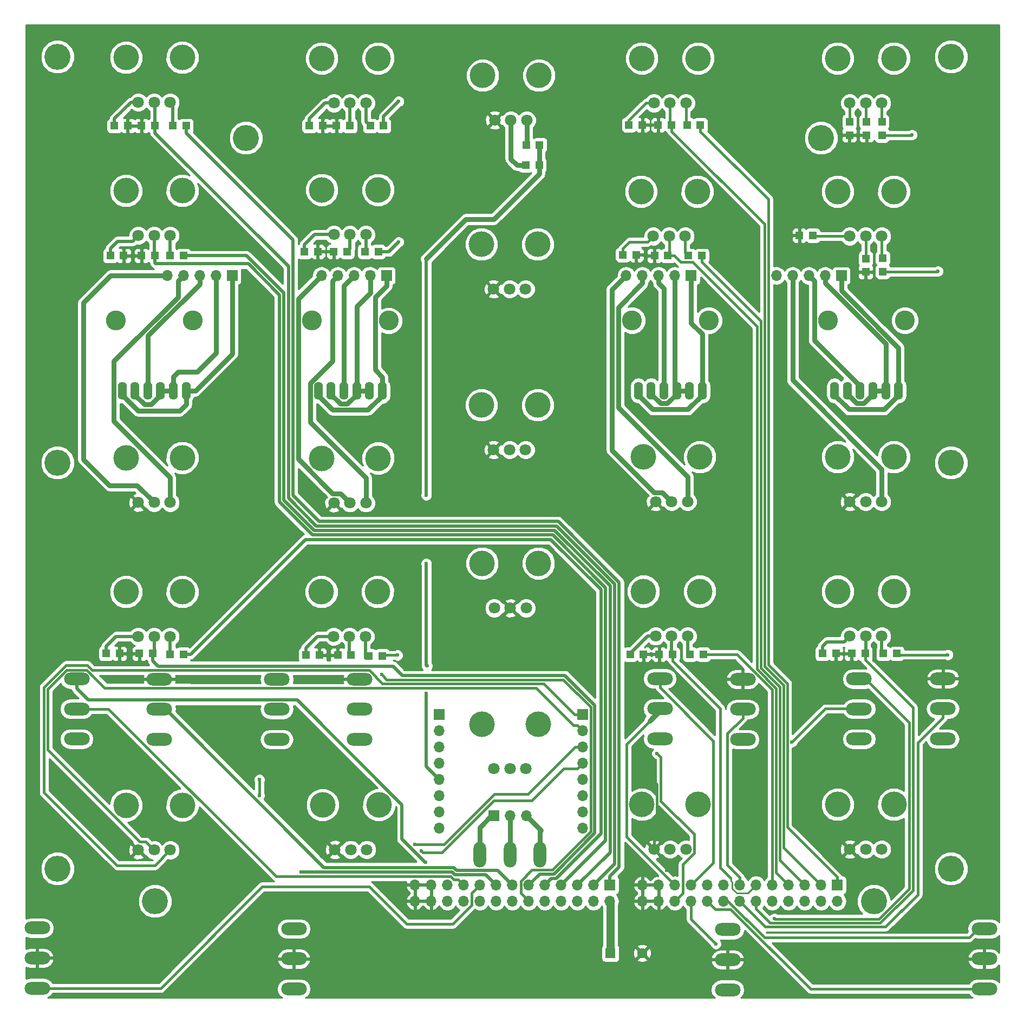
<source format=gbr>
G04 #@! TF.FileFunction,Copper,L1,Top,Signal*
%FSLAX46Y46*%
G04 Gerber Fmt 4.6, Leading zero omitted, Abs format (unit mm)*
G04 Created by KiCad (PCBNEW 4.0.7) date 02/28/19 19:32:10*
%MOMM*%
%LPD*%
G01*
G04 APERTURE LIST*
%ADD10C,0.100000*%
%ADD11C,4.064000*%
%ADD12C,1.800000*%
%ADD13C,4.000000*%
%ADD14R,1.700000X1.700000*%
%ADD15O,1.700000X1.700000*%
%ADD16R,1.200000X1.200000*%
%ADD17O,1.407160X2.814320*%
%ADD18C,3.114040*%
%ADD19R,1.600000X1.600000*%
%ADD20C,1.600000*%
%ADD21O,4.000000X2.000000*%
%ADD22O,2.000000X4.000000*%
%ADD23C,0.600000*%
%ADD24C,0.381000*%
%ADD25C,0.508000*%
%ADD26C,1.270000*%
%ADD27C,0.762000*%
%ADD28C,0.254000*%
G04 APERTURE END LIST*
D10*
D11*
X42164000Y-25400000D03*
X132080000Y-25400000D03*
X140335000Y-144780000D03*
X27940000Y-144780000D03*
X152400000Y-139700000D03*
X152400000Y-76200000D03*
X152400000Y-12700000D03*
X12700000Y-76200000D03*
X12700000Y-139700000D03*
X12700000Y-12700000D03*
D12*
X25313000Y-103378000D03*
X27813000Y-103378000D03*
X30313000Y-103378000D03*
D13*
X23413000Y-96378000D03*
X32213000Y-96378000D03*
D12*
X56047000Y-136715500D03*
X58547000Y-136715500D03*
X61047000Y-136715500D03*
D13*
X54147000Y-129715500D03*
X62947000Y-129715500D03*
D12*
X136565000Y-19939000D03*
X139065000Y-19939000D03*
X141565000Y-19939000D03*
D13*
X134665000Y-12939000D03*
X143465000Y-12939000D03*
D12*
X25313000Y-19812000D03*
X27813000Y-19812000D03*
X30313000Y-19812000D03*
D13*
X23413000Y-12812000D03*
X32213000Y-12812000D03*
D12*
X55920000Y-19939000D03*
X58420000Y-19939000D03*
X60920000Y-19939000D03*
D13*
X54020000Y-12939000D03*
X62820000Y-12939000D03*
D12*
X105958000Y-19939000D03*
X108458000Y-19939000D03*
X110958000Y-19939000D03*
D13*
X104058000Y-12939000D03*
X112858000Y-12939000D03*
D12*
X80939000Y-124079000D03*
X83439000Y-124079000D03*
X85939000Y-124079000D03*
D13*
X79039000Y-117079000D03*
X87839000Y-117079000D03*
D12*
X25313000Y-40640000D03*
X27813000Y-40640000D03*
X30313000Y-40640000D03*
D13*
X23413000Y-33640000D03*
X32213000Y-33640000D03*
D12*
X55920000Y-40513000D03*
X58420000Y-40513000D03*
X60920000Y-40513000D03*
D13*
X54020000Y-33513000D03*
X62820000Y-33513000D03*
D12*
X105831000Y-40767000D03*
X108331000Y-40767000D03*
X110831000Y-40767000D03*
D13*
X103931000Y-33767000D03*
X112731000Y-33767000D03*
D12*
X136565000Y-40767000D03*
X139065000Y-40767000D03*
X141565000Y-40767000D03*
D13*
X134665000Y-33767000D03*
X143465000Y-33767000D03*
D12*
X55856500Y-103378000D03*
X58356500Y-103378000D03*
X60856500Y-103378000D03*
D13*
X53956500Y-96378000D03*
X62756500Y-96378000D03*
D12*
X106212000Y-103314500D03*
X108712000Y-103314500D03*
X111212000Y-103314500D03*
D13*
X104312000Y-96314500D03*
X113112000Y-96314500D03*
D12*
X136565000Y-103314500D03*
X139065000Y-103314500D03*
X141565000Y-103314500D03*
D13*
X134665000Y-96314500D03*
X143465000Y-96314500D03*
D14*
X80899000Y-131445000D03*
D15*
X83439000Y-131445000D03*
X85979000Y-131445000D03*
D12*
X25313000Y-136779000D03*
X27813000Y-136779000D03*
X30313000Y-136779000D03*
D13*
X23413000Y-129779000D03*
X32213000Y-129779000D03*
D12*
X105958000Y-136652000D03*
X108458000Y-136652000D03*
X110958000Y-136652000D03*
D13*
X104058000Y-129652000D03*
X112858000Y-129652000D03*
D12*
X136565000Y-136652000D03*
X139065000Y-136652000D03*
X141565000Y-136652000D03*
D13*
X134665000Y-129652000D03*
X143465000Y-129652000D03*
D12*
X25313000Y-82423000D03*
X27813000Y-82423000D03*
X30313000Y-82423000D03*
D13*
X23413000Y-75423000D03*
X32213000Y-75423000D03*
D12*
X55920000Y-82486500D03*
X58420000Y-82486500D03*
X60920000Y-82486500D03*
D13*
X54020000Y-75486500D03*
X62820000Y-75486500D03*
D12*
X106212000Y-82296000D03*
X108712000Y-82296000D03*
X111212000Y-82296000D03*
D13*
X104312000Y-75296000D03*
X113112000Y-75296000D03*
D12*
X136565000Y-82296000D03*
X139065000Y-82296000D03*
X141565000Y-82296000D03*
D13*
X134665000Y-75296000D03*
X143465000Y-75296000D03*
D14*
X40005000Y-46926500D03*
D15*
X37465000Y-46926500D03*
X34925000Y-46926500D03*
X32385000Y-46926500D03*
X29845000Y-46926500D03*
D14*
X64135000Y-46926500D03*
D15*
X61595000Y-46926500D03*
X59055000Y-46926500D03*
X56515000Y-46926500D03*
X53975000Y-46926500D03*
D14*
X111760000Y-46926500D03*
D15*
X109220000Y-46926500D03*
X106680000Y-46926500D03*
X104140000Y-46926500D03*
X101600000Y-46926500D03*
D14*
X135255000Y-46926500D03*
D15*
X132715000Y-46926500D03*
X130175000Y-46926500D03*
X127635000Y-46926500D03*
X125095000Y-46926500D03*
D14*
X94805500Y-115570000D03*
D15*
X94805500Y-118110000D03*
X94805500Y-120650000D03*
X94805500Y-123190000D03*
X94805500Y-125730000D03*
X94805500Y-128270000D03*
X94805500Y-130810000D03*
X94805500Y-133350000D03*
D12*
X80875500Y-49022000D03*
X83375500Y-49022000D03*
X85875500Y-49022000D03*
D13*
X78975500Y-42022000D03*
X87775500Y-42022000D03*
D12*
X80875500Y-74168000D03*
X83375500Y-74168000D03*
X85875500Y-74168000D03*
D13*
X78975500Y-67168000D03*
X87775500Y-67168000D03*
D12*
X80984000Y-98933000D03*
X83484000Y-98933000D03*
X85984000Y-98933000D03*
D13*
X79084000Y-91933000D03*
X87884000Y-91933000D03*
D14*
X99060000Y-142240000D03*
D15*
X99060000Y-144780000D03*
X96520000Y-142240000D03*
X96520000Y-144780000D03*
X93980000Y-142240000D03*
X93980000Y-144780000D03*
X91440000Y-142240000D03*
X91440000Y-144780000D03*
X88900000Y-142240000D03*
X88900000Y-144780000D03*
X86360000Y-142240000D03*
X86360000Y-144780000D03*
X83820000Y-142240000D03*
X83820000Y-144780000D03*
X81280000Y-142240000D03*
X81280000Y-144780000D03*
X78740000Y-142240000D03*
X78740000Y-144780000D03*
X76200000Y-142240000D03*
X76200000Y-144780000D03*
X73660000Y-142240000D03*
X73660000Y-144780000D03*
X71120000Y-142240000D03*
X71120000Y-144780000D03*
X68580000Y-142240000D03*
X68580000Y-144780000D03*
D14*
X134620000Y-142240000D03*
D15*
X134620000Y-144780000D03*
X132080000Y-142240000D03*
X132080000Y-144780000D03*
X129540000Y-142240000D03*
X129540000Y-144780000D03*
X127000000Y-142240000D03*
X127000000Y-144780000D03*
X124460000Y-142240000D03*
X124460000Y-144780000D03*
X121920000Y-142240000D03*
X121920000Y-144780000D03*
X119380000Y-142240000D03*
X119380000Y-144780000D03*
X116840000Y-142240000D03*
X116840000Y-144780000D03*
X114300000Y-142240000D03*
X114300000Y-144780000D03*
X111760000Y-142240000D03*
X111760000Y-144780000D03*
X109220000Y-142240000D03*
X109220000Y-144780000D03*
X106680000Y-142240000D03*
X106680000Y-144780000D03*
X104140000Y-142240000D03*
X104140000Y-144780000D03*
D12*
X81066000Y-22606000D03*
X83566000Y-22606000D03*
X86066000Y-22606000D03*
D13*
X79166000Y-15606000D03*
X87966000Y-15606000D03*
D16*
X85911000Y-29654500D03*
X88011000Y-29654500D03*
X88079000Y-26479500D03*
X85979000Y-26479500D03*
D17*
X55483760Y-64973200D03*
X53484780Y-64973200D03*
X63482220Y-64973200D03*
X57485280Y-64973200D03*
X59481720Y-64973200D03*
X61483240Y-64973200D03*
D18*
X52484020Y-53975000D03*
X64482980Y-53975000D03*
D17*
X105521760Y-64909700D03*
X103522780Y-64909700D03*
X113520220Y-64909700D03*
X107523280Y-64909700D03*
X109519720Y-64909700D03*
X111521240Y-64909700D03*
D18*
X102522020Y-53911500D03*
X114520980Y-53911500D03*
D17*
X136192260Y-64909700D03*
X134193280Y-64909700D03*
X144190720Y-64909700D03*
X138193780Y-64909700D03*
X140190220Y-64909700D03*
X142191740Y-64909700D03*
D18*
X133192520Y-53911500D03*
X145191480Y-53911500D03*
D17*
X24813260Y-64909700D03*
X22814280Y-64909700D03*
X32811720Y-64909700D03*
X26814780Y-64909700D03*
X28811220Y-64909700D03*
X30812740Y-64909700D03*
D18*
X21813520Y-53911500D03*
X33812480Y-53911500D03*
D19*
X99140000Y-152908000D03*
D20*
X104140000Y-152908000D03*
D16*
X56320000Y-23495000D03*
X58420000Y-23495000D03*
X139192000Y-24960000D03*
X139192000Y-22860000D03*
X25840000Y-23495000D03*
X27940000Y-23495000D03*
X106612000Y-23368000D03*
X108712000Y-23368000D03*
X55880000Y-43180000D03*
X57980000Y-43180000D03*
X139065000Y-46355000D03*
X139065000Y-44255000D03*
X25840000Y-43815000D03*
X27940000Y-43815000D03*
X106045000Y-43815000D03*
X108145000Y-43815000D03*
X56515000Y-106299000D03*
X58615000Y-106299000D03*
X136872000Y-106045000D03*
X138972000Y-106045000D03*
X25493000Y-106045000D03*
X27593000Y-106045000D03*
X106773000Y-106172000D03*
X108873000Y-106172000D03*
X63695000Y-23495000D03*
X61595000Y-23495000D03*
X52070000Y-23495000D03*
X54170000Y-23495000D03*
X141605000Y-24960000D03*
X141605000Y-22860000D03*
X136525000Y-22860000D03*
X136525000Y-24960000D03*
X32800000Y-23495000D03*
X30700000Y-23495000D03*
X21590000Y-23495000D03*
X23690000Y-23495000D03*
X113225000Y-23368000D03*
X111125000Y-23368000D03*
X102040000Y-23368000D03*
X104140000Y-23368000D03*
X62865000Y-43180000D03*
X60765000Y-43180000D03*
X51308000Y-43180000D03*
X53408000Y-43180000D03*
X141732000Y-46296000D03*
X141732000Y-44196000D03*
X130810000Y-40640000D03*
X128710000Y-40640000D03*
X32385000Y-43815000D03*
X30285000Y-43815000D03*
X20955000Y-43815000D03*
X23055000Y-43815000D03*
X113445000Y-43815000D03*
X111345000Y-43815000D03*
X101092000Y-43688000D03*
X103192000Y-43688000D03*
X63500000Y-106426000D03*
X61400000Y-106426000D03*
X51528000Y-106299000D03*
X53628000Y-106299000D03*
X143925000Y-106045000D03*
X141825000Y-106045000D03*
X132300000Y-106045000D03*
X134400000Y-106045000D03*
X32385000Y-106172000D03*
X30285000Y-106172000D03*
X20286000Y-106045000D03*
X22386000Y-106045000D03*
X113665000Y-106172000D03*
X111565000Y-106172000D03*
X102235000Y-106172000D03*
X104335000Y-106172000D03*
D14*
X72390000Y-115570000D03*
D15*
X72390000Y-118110000D03*
X72390000Y-120650000D03*
X72390000Y-123190000D03*
X72390000Y-125730000D03*
X72390000Y-128270000D03*
X72390000Y-130810000D03*
X72390000Y-133350000D03*
D21*
X157607000Y-149097000D03*
X157607000Y-153797000D03*
X157607000Y-158497000D03*
X117475000Y-149224000D03*
X117475000Y-153924000D03*
X117475000Y-158624000D03*
X49657000Y-149097000D03*
X49657000Y-153797000D03*
X49657000Y-158497000D03*
X9525000Y-148970000D03*
X9525000Y-153670000D03*
X9525000Y-158370000D03*
D22*
X78739000Y-137477500D03*
X83439000Y-137477500D03*
X88139000Y-137477500D03*
D21*
X15697200Y-110006400D03*
X15697200Y-114706400D03*
X15697200Y-119406400D03*
X46990000Y-110057200D03*
X46990000Y-114757200D03*
X46990000Y-119457200D03*
X106883200Y-109955600D03*
X106883200Y-114655600D03*
X106883200Y-119355600D03*
X138023600Y-110006400D03*
X138023600Y-114706400D03*
X138023600Y-119406400D03*
X28638500Y-110044500D03*
X28638500Y-114744500D03*
X28638500Y-119444500D03*
X59893200Y-110057200D03*
X59893200Y-114757200D03*
X59893200Y-119457200D03*
X119837200Y-110057200D03*
X119837200Y-114757200D03*
X119837200Y-119457200D03*
X151130000Y-109981000D03*
X151130000Y-114681000D03*
X151130000Y-119381000D03*
D23*
X151892000Y-106235500D03*
X65849500Y-106299000D03*
X150368000Y-46228000D03*
X146304000Y-24892000D03*
X66040000Y-41656000D03*
X66040000Y-19685000D03*
X70231000Y-138684000D03*
X105600500Y-106108500D03*
X54991000Y-106172000D03*
X103886000Y-140208000D03*
X107950000Y-139954000D03*
X103632000Y-123698000D03*
X63373000Y-109347000D03*
X44259500Y-125730000D03*
X44259500Y-128270000D03*
X115633500Y-151447500D03*
X124777500Y-147510500D03*
X106426000Y-121666000D03*
X127508000Y-119888000D03*
X50800000Y-140208000D03*
X69596000Y-136906000D03*
X68580000Y-135890000D03*
X70492260Y-107971168D03*
X70358000Y-112268000D03*
X70358000Y-91948000D03*
X70358000Y-81280000D03*
D24*
X151892000Y-106235500D02*
X144115500Y-106235500D01*
X144115500Y-106235500D02*
X143925000Y-106045000D01*
X134620000Y-141009000D02*
X134620000Y-142240000D01*
X124460000Y-111713522D02*
X124460000Y-142240000D01*
X126784044Y-133173044D02*
X134620000Y-141009000D01*
X126784044Y-110750874D02*
X126784044Y-133173044D01*
X125622022Y-138322022D02*
X129540000Y-142240000D01*
X123854499Y-34978499D02*
X123854499Y-107821329D01*
X113225000Y-23368000D02*
X113225000Y-24349000D01*
X113665000Y-106172000D02*
X118918478Y-106172000D01*
X113225000Y-24349000D02*
X123854499Y-34978499D01*
X125622022Y-111232198D02*
X125622022Y-138322022D01*
X113445000Y-44796000D02*
X122647030Y-53998030D01*
X123854499Y-107821329D02*
X126784044Y-110750874D01*
X122647030Y-53998030D02*
X122647030Y-108257206D01*
X113445000Y-43815000D02*
X113445000Y-44796000D01*
X122647030Y-108257206D02*
X125622022Y-111232198D01*
X118918478Y-106172000D02*
X124460000Y-111713522D01*
X65849500Y-106299000D02*
X63627000Y-106299000D01*
X63627000Y-106299000D02*
X63500000Y-106426000D01*
D25*
X90414802Y-86775968D02*
X99098042Y-95459208D01*
X32385000Y-106172000D02*
X33493000Y-106172000D01*
X42276278Y-43815000D02*
X48094966Y-49633688D01*
X99098042Y-95459208D02*
X99098042Y-137121958D01*
X89919468Y-141220532D02*
X88900000Y-142240000D01*
X89828268Y-88191990D02*
X97682021Y-96045743D01*
X33493000Y-106172000D02*
X51473010Y-88191990D01*
X53609946Y-85359946D02*
X91001336Y-85359946D01*
X32800000Y-23495000D02*
X32800000Y-24603000D01*
X48094966Y-49633688D02*
X48094966Y-82018688D01*
X100514062Y-94872672D02*
X100514062Y-139427938D01*
X49510988Y-41313988D02*
X49510988Y-81260988D01*
X48094966Y-82018688D02*
X52852246Y-86775968D01*
X32800000Y-24603000D02*
X49510988Y-41313988D01*
X52852246Y-86775968D02*
X90414802Y-86775968D01*
X99098042Y-137121958D02*
X93980000Y-142240000D01*
X91001336Y-85359946D02*
X100514062Y-94872672D01*
X51473010Y-88191990D02*
X89828268Y-88191990D01*
X97682021Y-134164233D02*
X90625722Y-141220532D01*
X97682021Y-96045743D02*
X97682021Y-134164233D01*
X99060000Y-140882000D02*
X99060000Y-142240000D01*
X49510988Y-81260988D02*
X53609946Y-85359946D01*
X100514062Y-139427938D02*
X99060000Y-140882000D01*
X32385000Y-43815000D02*
X42276278Y-43815000D01*
X90625722Y-141220532D02*
X89919468Y-141220532D01*
D26*
X99140000Y-152908000D02*
X99140000Y-144860000D01*
X99140000Y-144860000D02*
X99060000Y-144780000D01*
D24*
X141732000Y-46296000D02*
X150300000Y-46296000D01*
X150300000Y-46296000D02*
X150368000Y-46228000D01*
X141605000Y-24960000D02*
X146236000Y-24960000D01*
X146236000Y-24960000D02*
X146304000Y-24892000D01*
D25*
X62865000Y-43180000D02*
X64516000Y-43180000D01*
X64516000Y-43180000D02*
X66040000Y-41656000D01*
X63695000Y-23495000D02*
X63695000Y-22030000D01*
X63695000Y-22030000D02*
X66040000Y-19685000D01*
X99806052Y-95165940D02*
X90708069Y-86067957D01*
X99806052Y-138953948D02*
X99806052Y-95165940D01*
X53145513Y-86067957D02*
X48802977Y-81725421D01*
X27940000Y-24603000D02*
X27940000Y-23495000D01*
X96520000Y-142240000D02*
X99806052Y-138953948D01*
X48802977Y-45465977D02*
X27940000Y-24603000D01*
X90708069Y-86067957D02*
X53145513Y-86067957D01*
X48802977Y-81725421D02*
X48802977Y-45465977D01*
X27940000Y-23495000D02*
X27940000Y-19939000D01*
X27940000Y-19939000D02*
X27813000Y-19812000D01*
X42545000Y-45085000D02*
X28102000Y-45085000D01*
X28102000Y-45085000D02*
X27940000Y-44923000D01*
X52558979Y-87483979D02*
X47386955Y-82311955D01*
X98390032Y-135289968D02*
X98390032Y-95752476D01*
X91440000Y-142240000D02*
X98390032Y-135289968D01*
X90121535Y-87483979D02*
X52558979Y-87483979D01*
X47386955Y-49926955D02*
X42545000Y-45085000D01*
X98390032Y-95752476D02*
X90121535Y-87483979D01*
X47386955Y-82311955D02*
X47386955Y-49926955D01*
X27940000Y-44923000D02*
X27940000Y-43815000D01*
X27813000Y-40640000D02*
X27813000Y-43688000D01*
X27813000Y-43688000D02*
X27940000Y-43815000D01*
X88087479Y-140512521D02*
X86360000Y-142240000D01*
X90332455Y-140512521D02*
X88087479Y-140512521D01*
X96690512Y-134154464D02*
X90332455Y-140512521D01*
X96690512Y-114140634D02*
X96690512Y-134154464D01*
X66627035Y-109483511D02*
X92033389Y-109483511D01*
X65153003Y-108009479D02*
X66627035Y-109483511D01*
X28449479Y-108009479D02*
X65153003Y-108009479D01*
X27593000Y-106045000D02*
X27593000Y-107153000D01*
X27593000Y-107153000D02*
X28449479Y-108009479D01*
X92033389Y-109483511D02*
X96690512Y-114140634D01*
X27813000Y-103378000D02*
X27813000Y-105825000D01*
X27813000Y-105825000D02*
X27593000Y-106045000D01*
D27*
X32811720Y-64909700D02*
X32811720Y-67078860D01*
X32811720Y-67078860D02*
X31818580Y-68072000D01*
X31818580Y-68072000D02*
X25273000Y-68072000D01*
X25273000Y-68072000D02*
X22814280Y-65613280D01*
X22814280Y-65613280D02*
X22814280Y-64909700D01*
X32811720Y-64909700D02*
X34277300Y-64909700D01*
X34277300Y-64909700D02*
X40005000Y-59182000D01*
X40005000Y-59182000D02*
X40005000Y-46926500D01*
X24813260Y-64909700D02*
X24813260Y-65613280D01*
X24813260Y-65613280D02*
X26278840Y-67078860D01*
X26278840Y-67078860D02*
X27345640Y-67078860D01*
X27345640Y-67078860D02*
X28811220Y-65613280D01*
X28811220Y-65613280D02*
X28811220Y-64909700D01*
X28811220Y-64909700D02*
X30812740Y-64909700D01*
X28811220Y-64909700D02*
X28811220Y-64206120D01*
X28811220Y-64206120D02*
X28956000Y-64061340D01*
X34544000Y-61976000D02*
X37465000Y-59055000D01*
X37465000Y-59055000D02*
X37465000Y-46926500D01*
X31577280Y-61976000D02*
X34544000Y-61976000D01*
X30812740Y-64909700D02*
X30812740Y-62740540D01*
X30812740Y-62740540D02*
X31577280Y-61976000D01*
X37298000Y-46759500D02*
X37465000Y-46926500D01*
X34925000Y-48223488D02*
X34925000Y-46926500D01*
X26814780Y-56333708D02*
X34925000Y-48223488D01*
X26814780Y-64909700D02*
X26814780Y-56333708D01*
D25*
X66548000Y-135064500D02*
X70167500Y-138684000D01*
X70167500Y-138684000D02*
X70231000Y-138684000D01*
X66548000Y-129684578D02*
X66548000Y-135064500D01*
X15697200Y-110006400D02*
X15697200Y-111514400D01*
X50153912Y-113290490D02*
X66548000Y-129684578D01*
X15697200Y-111514400D02*
X17473290Y-113290490D01*
X17473290Y-113290490D02*
X50153912Y-113290490D01*
D24*
X74162442Y-140906500D02*
X46878442Y-140906500D01*
X46878442Y-140906500D02*
X20678342Y-114706400D01*
X20678342Y-114706400D02*
X15697200Y-114706400D01*
X76200000Y-142240000D02*
X75350001Y-141390001D01*
X74645943Y-141390001D02*
X74162442Y-140906500D01*
X75350001Y-141390001D02*
X74645943Y-141390001D01*
X9525000Y-158370000D02*
X28828000Y-158370000D01*
X28828000Y-158370000D02*
X44704000Y-142494000D01*
X67310000Y-148336000D02*
X74479942Y-148336000D01*
X77440501Y-145375441D02*
X77440501Y-143539499D01*
X44704000Y-142494000D02*
X61468000Y-142494000D01*
X61468000Y-142494000D02*
X67310000Y-148336000D01*
X74479942Y-148336000D02*
X77440501Y-145375441D01*
X77440501Y-143539499D02*
X78740000Y-142240000D01*
D25*
X29638500Y-114744500D02*
X28638500Y-114744500D01*
X54384479Y-139490479D02*
X29638500Y-114744500D01*
X74659175Y-139490479D02*
X54384479Y-139490479D01*
X81511510Y-139931510D02*
X75100206Y-139931510D01*
X83820000Y-142240000D02*
X81511510Y-139931510D01*
X75100206Y-139931510D02*
X74659175Y-139490479D01*
D24*
X106773000Y-106172000D02*
X105664000Y-106172000D01*
X105664000Y-106172000D02*
X105600500Y-106108500D01*
X56515000Y-106299000D02*
X55118000Y-106299000D01*
X55118000Y-106299000D02*
X54991000Y-106172000D01*
X107950000Y-138644000D02*
X107950000Y-139954000D01*
X105958000Y-136652000D02*
X107950000Y-138644000D01*
X105958000Y-136652000D02*
X105958000Y-135379208D01*
X105958000Y-135379208D02*
X106448501Y-134888707D01*
X106448501Y-134888707D02*
X106448501Y-126514501D01*
X106448501Y-126514501D02*
X103632000Y-123698000D01*
D27*
X80518000Y-131445000D02*
X78739000Y-133224000D01*
X78739000Y-133224000D02*
X78739000Y-137477500D01*
X80899000Y-131445000D02*
X80518000Y-131445000D01*
X83439000Y-131445000D02*
X83439000Y-137477500D01*
X88265000Y-133731000D02*
X88139000Y-133857000D01*
X88139000Y-133857000D02*
X88139000Y-137477500D01*
X85979000Y-131445000D02*
X88265000Y-133731000D01*
D25*
X58420000Y-19939000D02*
X58420000Y-23495000D01*
X58420000Y-40513000D02*
X58420000Y-42740000D01*
X58420000Y-42740000D02*
X57980000Y-43180000D01*
D24*
X85119499Y-141644559D02*
X86896048Y-139868010D01*
X64154022Y-110128022D02*
X63373000Y-109347000D01*
X85119499Y-143539499D02*
X85119499Y-141644559D01*
X96046001Y-114407599D02*
X91766424Y-110128022D01*
X90065490Y-139868010D02*
X96046001Y-133887499D01*
X96046001Y-133887499D02*
X96046001Y-114407599D01*
X86360000Y-144780000D02*
X85119499Y-143539499D01*
X91766424Y-110128022D02*
X64154022Y-110128022D01*
X86896048Y-139868010D02*
X90065490Y-139868010D01*
D25*
X58356500Y-103378000D02*
X58356500Y-106040500D01*
X58356500Y-106040500D02*
X58615000Y-106299000D01*
D27*
X64135000Y-46926500D02*
X64135000Y-48538500D01*
X62344959Y-50328541D02*
X62344959Y-61666779D01*
X62344959Y-61666779D02*
X63482220Y-62804040D01*
X64135000Y-48538500D02*
X62344959Y-50328541D01*
X63482220Y-62804040D02*
X63482220Y-64973200D01*
X63482220Y-65676780D02*
X63482220Y-64973200D01*
X61235619Y-67923381D02*
X63482220Y-65676780D01*
X53484780Y-65676780D02*
X55731381Y-67923381D01*
X53484780Y-64973200D02*
X53484780Y-65676780D01*
X55731381Y-67923381D02*
X61235619Y-67923381D01*
X61595000Y-49657000D02*
X59481720Y-51770280D01*
X59481720Y-51770280D02*
X59481720Y-64973200D01*
X61595000Y-46926500D02*
X61595000Y-49657000D01*
X58017374Y-66961370D02*
X59481720Y-65497024D01*
X56953186Y-66961370D02*
X58017374Y-66961370D01*
X55483760Y-64973200D02*
X55483760Y-65491944D01*
X55483760Y-65491944D02*
X56953186Y-66961370D01*
X59481720Y-65497024D02*
X59481720Y-64973200D01*
X59481720Y-64973200D02*
X61483240Y-64973200D01*
X61174000Y-46505500D02*
X61595000Y-46926500D01*
X57485280Y-64973200D02*
X57485280Y-48496220D01*
X57485280Y-48496220D02*
X59055000Y-46926500D01*
D24*
X44259500Y-128270000D02*
X44259500Y-125730000D01*
X123228041Y-108016544D02*
X123228041Y-38865041D01*
X108712000Y-24349000D02*
X108712000Y-23368000D01*
X123228041Y-38865041D02*
X108712000Y-24349000D01*
X126203033Y-136363033D02*
X126203033Y-110991536D01*
X126203033Y-110991536D02*
X123228041Y-108016544D01*
X132080000Y-142240000D02*
X126203033Y-136363033D01*
X108458000Y-19939000D02*
X108458000Y-23114000D01*
X108458000Y-23114000D02*
X108712000Y-23368000D01*
X122066019Y-54829617D02*
X112041903Y-44805501D01*
X112041903Y-44805501D02*
X110116501Y-44805501D01*
X122066019Y-108497869D02*
X122066019Y-54829617D01*
X125041011Y-111472860D02*
X122066019Y-108497869D01*
X110116501Y-44805501D02*
X109126000Y-43815000D01*
X109126000Y-43815000D02*
X108145000Y-43815000D01*
X125041011Y-140281011D02*
X125041011Y-111472860D01*
X127000000Y-142240000D02*
X125041011Y-140281011D01*
X108331000Y-40767000D02*
X108331000Y-43629000D01*
X108331000Y-43629000D02*
X108145000Y-43815000D01*
D28*
X118908038Y-143510000D02*
X120650000Y-143510000D01*
X120650000Y-143510000D02*
X121920000Y-142240000D01*
X117924613Y-141102113D02*
X117976691Y-141154191D01*
X117976691Y-141154191D02*
X117976691Y-141568559D01*
X117976691Y-141568559D02*
X118202999Y-141794867D01*
X118202999Y-141794867D02*
X118202999Y-142804961D01*
X118202999Y-142804961D02*
X118908038Y-143510000D01*
D24*
X116332000Y-139509500D02*
X117924613Y-141102113D01*
X116332000Y-114612000D02*
X116332000Y-139509500D01*
X108873000Y-106172000D02*
X108873000Y-107153000D01*
X108873000Y-107153000D02*
X116332000Y-114612000D01*
D25*
X108712000Y-103314500D02*
X108712000Y-106011000D01*
X108712000Y-106011000D02*
X108873000Y-106172000D01*
D27*
X103522780Y-65613280D02*
X103522780Y-64909700D01*
X105769381Y-67859881D02*
X103522780Y-65613280D01*
X111273619Y-67859881D02*
X105769381Y-67859881D01*
X113520220Y-65613280D02*
X111273619Y-67859881D01*
X113520220Y-64909700D02*
X113520220Y-65613280D01*
X111760000Y-46926500D02*
X111760000Y-54314792D01*
X111760000Y-54314792D02*
X113520220Y-56075012D01*
X113520220Y-56075012D02*
X113520220Y-64909700D01*
X109519720Y-64909700D02*
X109519720Y-65433524D01*
X109519720Y-65433524D02*
X108055374Y-66897870D01*
X108055374Y-66897870D02*
X106991186Y-66897870D01*
X106991186Y-66897870D02*
X105521760Y-65428444D01*
X105521760Y-65428444D02*
X105521760Y-64909700D01*
X109519720Y-64909700D02*
X111521240Y-64909700D01*
X109220000Y-46926500D02*
X109220000Y-64609980D01*
X109220000Y-64609980D02*
X109519720Y-64909700D01*
X106680000Y-46926500D02*
X106680000Y-48128581D01*
X106680000Y-48128581D02*
X107523280Y-48971861D01*
X107523280Y-48971861D02*
X107523280Y-64909700D01*
D24*
X106883200Y-109955600D02*
X106883200Y-111336600D01*
X106883200Y-111336600D02*
X115248501Y-119701901D01*
X115248501Y-119701901D02*
X115248501Y-138751499D01*
X115248501Y-138751499D02*
X111760000Y-142240000D01*
X109220000Y-142240000D02*
X101667499Y-134687499D01*
X101667499Y-134687499D02*
X101667499Y-120236715D01*
X101667499Y-120236715D02*
X105349699Y-116554515D01*
D27*
X106870500Y-115033714D02*
X105349699Y-116554515D01*
X106870500Y-114744500D02*
X106870500Y-115033714D01*
X105349699Y-116554515D02*
X106870500Y-114744500D01*
D24*
X117446690Y-139104609D02*
X119380000Y-141037919D01*
X117446690Y-118528710D02*
X117446690Y-139104609D01*
X119837200Y-116138200D02*
X117446690Y-118528710D01*
X119380000Y-141037919D02*
X119380000Y-142240000D01*
X119837200Y-114757200D02*
X119837200Y-116138200D01*
X139065000Y-19939000D02*
X139065000Y-22733000D01*
X139065000Y-22733000D02*
X139192000Y-22860000D01*
X139065000Y-40767000D02*
X139065000Y-44255000D01*
X121920000Y-145982081D02*
X121920000Y-144780000D01*
X124138921Y-148201002D02*
X121920000Y-145982081D01*
X146440511Y-143081464D02*
X141320973Y-148201002D01*
X138972000Y-107026000D02*
X146440511Y-114494511D01*
X146440511Y-114494511D02*
X146440511Y-143081464D01*
X138972000Y-106045000D02*
X138972000Y-107026000D01*
X141320973Y-148201002D02*
X124138921Y-148201002D01*
D25*
X139065000Y-103314500D02*
X139065000Y-105952000D01*
X139065000Y-105952000D02*
X138972000Y-106045000D01*
D27*
X144190720Y-65613280D02*
X144190720Y-64909700D01*
X134193280Y-64909700D02*
X134193280Y-65613280D01*
X141944119Y-67859881D02*
X144190720Y-65613280D01*
X134193280Y-65613280D02*
X136439881Y-67859881D01*
X136439881Y-67859881D02*
X141944119Y-67859881D01*
X144190720Y-58243813D02*
X144190720Y-64909700D01*
X135255000Y-46926500D02*
X135255000Y-49308093D01*
X135255000Y-49308093D02*
X144190720Y-58243813D01*
X140190220Y-65433524D02*
X140190220Y-64909700D01*
X137661686Y-66897870D02*
X138725874Y-66897870D01*
X138725874Y-66897870D02*
X140190220Y-65433524D01*
X136192260Y-65428444D02*
X137661686Y-66897870D01*
X136192260Y-64909700D02*
X136192260Y-65428444D01*
X140190220Y-64909700D02*
X142191740Y-64909700D01*
X132715000Y-46926500D02*
X132715000Y-48128581D01*
X132715000Y-48128581D02*
X142191740Y-57605321D01*
X142191740Y-57605321D02*
X142191740Y-64909700D01*
X132548000Y-46759500D02*
X132715000Y-46926500D01*
X130175000Y-46926500D02*
X131024999Y-47776499D01*
X131024999Y-47776499D02*
X131024999Y-57037339D01*
X131024999Y-57037339D02*
X138193780Y-64206120D01*
X138193780Y-64206120D02*
X138193780Y-64909700D01*
D24*
X115633500Y-151447500D02*
X111760000Y-147574000D01*
X111760000Y-147574000D02*
X111760000Y-144780000D01*
X124841000Y-147574000D02*
X124777500Y-147510500D01*
X141126302Y-147574000D02*
X124841000Y-147574000D01*
X145855501Y-116838301D02*
X145855501Y-142844801D01*
X139023600Y-110006400D02*
X145855501Y-116838301D01*
X138023600Y-110006400D02*
X139023600Y-110006400D01*
X145855501Y-142844801D02*
X141126302Y-147574000D01*
X107029512Y-122269512D02*
X106426000Y-121666000D01*
X112248501Y-134304559D02*
X107029512Y-129085570D01*
X110490000Y-139029942D02*
X112248501Y-137271441D01*
X107029512Y-129085570D02*
X107029512Y-122269512D01*
X110490000Y-143510000D02*
X110490000Y-139029942D01*
X109220000Y-144780000D02*
X110490000Y-143510000D01*
X112248501Y-137271441D02*
X112248501Y-134304559D01*
X127508000Y-119888000D02*
X132715000Y-114681000D01*
X132715000Y-114681000D02*
X138049000Y-114681000D01*
X115540501Y-146020501D02*
X114300000Y-144780000D01*
X130439386Y-158497000D02*
X117962887Y-146020501D01*
X117962887Y-146020501D02*
X115540501Y-146020501D01*
X157607000Y-158497000D02*
X130439386Y-158497000D01*
X147212022Y-119979978D02*
X151130000Y-116062000D01*
X147212022Y-143737324D02*
X147212022Y-119979978D01*
X123382013Y-148782013D02*
X142167333Y-148782013D01*
X119380000Y-144780000D02*
X123382013Y-148782013D01*
X151130000Y-116062000D02*
X151130000Y-114681000D01*
X142167333Y-148782013D02*
X147212022Y-143737324D01*
D27*
X31535001Y-50252999D02*
X21529690Y-60258310D01*
X30313000Y-78503118D02*
X30313000Y-82423000D01*
X21529690Y-60258310D02*
X21529690Y-69719808D01*
X21529690Y-69719808D02*
X30313000Y-78503118D01*
X32385000Y-46926500D02*
X31535001Y-47776499D01*
X31535001Y-47776499D02*
X31535001Y-50252999D01*
X20828000Y-79756000D02*
X25146000Y-79756000D01*
X25146000Y-79756000D02*
X27813000Y-82423000D01*
X16764000Y-75692000D02*
X20828000Y-79756000D01*
X16764000Y-51181000D02*
X16764000Y-75692000D01*
X21018500Y-46926500D02*
X16764000Y-51181000D01*
X29845000Y-46926500D02*
X21018500Y-46926500D01*
X56515000Y-46926500D02*
X55665001Y-47776499D01*
X55665001Y-60272715D02*
X52200190Y-63737526D01*
X60920000Y-78566618D02*
X60920000Y-82486500D01*
X55665001Y-47776499D02*
X55665001Y-60272715D01*
X52200190Y-63737526D02*
X52200190Y-69846808D01*
X52200190Y-69846808D02*
X60920000Y-78566618D01*
X50345999Y-75632381D02*
X55719117Y-81005499D01*
X50345999Y-50555501D02*
X50345999Y-75632381D01*
X53975000Y-46926500D02*
X50345999Y-50555501D01*
X56938999Y-81005499D02*
X58420000Y-82486500D01*
X55719117Y-81005499D02*
X56938999Y-81005499D01*
X104140000Y-46926500D02*
X104140000Y-48128581D01*
X104140000Y-48128581D02*
X100383999Y-51884582D01*
X111212000Y-78376118D02*
X111212000Y-82296000D01*
X100383999Y-51884582D02*
X100383999Y-67548117D01*
X100383999Y-67548117D02*
X111212000Y-78376118D01*
X101600000Y-46926500D02*
X99421988Y-49104512D01*
X106011117Y-80814999D02*
X107230999Y-80814999D01*
X99421988Y-49104512D02*
X99421988Y-74225870D01*
X107230999Y-80814999D02*
X108712000Y-82296000D01*
X99421988Y-74225870D02*
X106011117Y-80814999D01*
X127635000Y-46926500D02*
X127635000Y-63285882D01*
X141565000Y-77215882D02*
X141565000Y-82296000D01*
X127635000Y-63285882D02*
X141565000Y-77215882D01*
D25*
X79679521Y-140639521D02*
X74806939Y-140639521D01*
X81280000Y-142240000D02*
X79679521Y-140639521D01*
X74375418Y-140208000D02*
X50800000Y-140208000D01*
X74806939Y-140639521D02*
X74375418Y-140208000D01*
D24*
X117544058Y-144780000D02*
X116840000Y-144780000D01*
X155226000Y-150478000D02*
X123242058Y-150478000D01*
X157607000Y-149097000D02*
X156607000Y-149097000D01*
X123242058Y-150478000D02*
X117544058Y-144780000D01*
X156607000Y-149097000D02*
X155226000Y-150478000D01*
X27813000Y-136779000D02*
X26522499Y-135488499D01*
X14121232Y-108615890D02*
X17273168Y-108615890D01*
X26522499Y-135488499D02*
X25584557Y-135488499D01*
X11176000Y-111561122D02*
X14121232Y-108615890D01*
X33525989Y-111435010D02*
X33538689Y-111447710D01*
X25584557Y-135488499D02*
X11176000Y-121079942D01*
X17273168Y-108615890D02*
X20092288Y-111435010D01*
X33538689Y-111447710D02*
X87571710Y-111447710D01*
X11176000Y-121079942D02*
X11176000Y-111561122D01*
X93955501Y-117260001D02*
X94805500Y-118110000D01*
X20092288Y-111435010D02*
X33525989Y-111435010D01*
X87571710Y-111447710D02*
X93384001Y-117260001D01*
X93384001Y-117260001D02*
X93955501Y-117260001D01*
X93574500Y-115570000D02*
X94805500Y-115570000D01*
X30313000Y-136779000D02*
X27900000Y-139192000D01*
X61456468Y-108653990D02*
X63511511Y-110709033D01*
X18132940Y-108653990D02*
X61456468Y-108653990D01*
X14067049Y-107848400D02*
X17327350Y-107848400D01*
X10594989Y-111320460D02*
X14067049Y-107848400D01*
X22038327Y-139192000D02*
X10594989Y-127748662D01*
X27900000Y-139192000D02*
X22038327Y-139192000D01*
X17327350Y-107848400D02*
X18132940Y-108653990D01*
X10594989Y-127748662D02*
X10594989Y-111320460D01*
X88713533Y-110709033D02*
X93574500Y-115570000D01*
X63511511Y-110709033D02*
X88713533Y-110709033D01*
X72781098Y-137160000D02*
X69850000Y-137160000D01*
X69850000Y-137160000D02*
X69596000Y-136906000D01*
X86868000Y-129032000D02*
X80909098Y-129032000D01*
X80909098Y-129032000D02*
X72781098Y-137160000D01*
X91860001Y-124039999D02*
X86868000Y-129032000D01*
X94805500Y-123190000D02*
X93955501Y-124039999D01*
X93955501Y-124039999D02*
X91860001Y-124039999D01*
X73152000Y-135890000D02*
X68580000Y-135890000D01*
X86237419Y-128016000D02*
X81026000Y-128016000D01*
X93603419Y-120650000D02*
X86237419Y-128016000D01*
X81026000Y-128016000D02*
X73152000Y-135890000D01*
X94805500Y-120650000D02*
X93603419Y-120650000D01*
D27*
X83566000Y-22606000D02*
X83566000Y-28671500D01*
X83566000Y-28671500D02*
X84549000Y-29654500D01*
X84549000Y-29654500D02*
X85911000Y-29654500D01*
D25*
X70358000Y-91948000D02*
X70358000Y-107836908D01*
X70358000Y-107836908D02*
X70492260Y-107971168D01*
D27*
X80927500Y-38100000D02*
X76546000Y-38100000D01*
X76546000Y-38100000D02*
X70358000Y-44288000D01*
X88011000Y-29654500D02*
X88011000Y-31016500D01*
X88011000Y-31016500D02*
X80927500Y-38100000D01*
X88079000Y-26479500D02*
X88079000Y-29586500D01*
X88079000Y-29586500D02*
X88011000Y-29654500D01*
D25*
X70358000Y-112268000D02*
X70358000Y-123698000D01*
X70358000Y-123698000D02*
X72390000Y-125730000D01*
X70358000Y-44288000D02*
X70358000Y-81280000D01*
D27*
X86066000Y-22606000D02*
X86066000Y-26392500D01*
X86066000Y-26392500D02*
X85979000Y-26479500D01*
D25*
X60920000Y-19939000D02*
X60920000Y-22820000D01*
X60920000Y-22820000D02*
X61595000Y-23495000D01*
X55920000Y-19939000D02*
X54518000Y-19939000D01*
X54518000Y-19939000D02*
X52070000Y-22387000D01*
X52070000Y-22387000D02*
X52070000Y-23495000D01*
D24*
X141565000Y-19939000D02*
X141565000Y-22820000D01*
X141565000Y-22820000D02*
X141605000Y-22860000D01*
X136565000Y-19939000D02*
X136565000Y-22820000D01*
X136565000Y-22820000D02*
X136525000Y-22860000D01*
D25*
X30700000Y-23495000D02*
X30700000Y-20199000D01*
X30700000Y-20199000D02*
X30313000Y-19812000D01*
X21590000Y-23495000D02*
X21590000Y-22387000D01*
X21590000Y-22387000D02*
X24165000Y-19812000D01*
X24165000Y-19812000D02*
X25313000Y-19812000D01*
D24*
X110958000Y-19939000D02*
X110958000Y-23201000D01*
X110958000Y-23201000D02*
X111125000Y-23368000D01*
X105958000Y-19939000D02*
X104685208Y-19939000D01*
X104685208Y-19939000D02*
X102040000Y-22584208D01*
X102040000Y-22584208D02*
X102040000Y-23368000D01*
D25*
X60920000Y-40513000D02*
X60920000Y-43025000D01*
X60920000Y-43025000D02*
X60765000Y-43180000D01*
X55920000Y-40513000D02*
X52867000Y-40513000D01*
X52867000Y-40513000D02*
X51308000Y-42072000D01*
X51308000Y-42072000D02*
X51308000Y-43180000D01*
D24*
X141565000Y-40767000D02*
X141565000Y-44029000D01*
X141565000Y-44029000D02*
X141732000Y-44196000D01*
X136565000Y-40767000D02*
X130937000Y-40767000D01*
X130937000Y-40767000D02*
X130810000Y-40640000D01*
D25*
X30313000Y-40640000D02*
X30313000Y-43787000D01*
X30313000Y-43787000D02*
X30285000Y-43815000D01*
X25313000Y-40640000D02*
X24413001Y-41539999D01*
X24413001Y-41539999D02*
X22122001Y-41539999D01*
X22122001Y-41539999D02*
X20955000Y-42707000D01*
X20955000Y-42707000D02*
X20955000Y-43815000D01*
D24*
X110831000Y-40767000D02*
X110831000Y-43301000D01*
X110831000Y-43301000D02*
X111345000Y-43815000D01*
X105831000Y-40767000D02*
X104931001Y-41666999D01*
X104931001Y-41666999D02*
X102132001Y-41666999D01*
X101092000Y-42707000D02*
X101092000Y-43688000D01*
X102132001Y-41666999D02*
X101092000Y-42707000D01*
D25*
X60856500Y-103378000D02*
X60856500Y-105882500D01*
X60856500Y-105882500D02*
X61400000Y-106426000D01*
X60856500Y-103378000D02*
X60856500Y-106771500D01*
X55856500Y-103378000D02*
X53341000Y-103378000D01*
X53341000Y-103378000D02*
X51528000Y-105191000D01*
X51528000Y-105191000D02*
X51528000Y-106299000D01*
X141565000Y-103314500D02*
X141565000Y-105785000D01*
X141565000Y-105785000D02*
X141825000Y-106045000D01*
X136565000Y-103314500D02*
X135665001Y-104214499D01*
X135665001Y-104214499D02*
X133022501Y-104214499D01*
X133022501Y-104214499D02*
X132300000Y-104937000D01*
X132300000Y-104937000D02*
X132300000Y-106045000D01*
X30313000Y-103378000D02*
X30313000Y-106144000D01*
X30313000Y-106144000D02*
X30285000Y-106172000D01*
X25313000Y-103378000D02*
X21845000Y-103378000D01*
X21845000Y-103378000D02*
X20286000Y-104937000D01*
X20286000Y-104937000D02*
X20286000Y-106045000D01*
X111212000Y-103314500D02*
X111212000Y-105819000D01*
X111212000Y-105819000D02*
X111565000Y-106172000D01*
X106212000Y-103314500D02*
X104939208Y-103314500D01*
X104939208Y-103314500D02*
X102235000Y-106018708D01*
X102235000Y-106018708D02*
X102235000Y-106172000D01*
D28*
G36*
X106567567Y-140755000D02*
X106552998Y-140755000D01*
X106552998Y-140919844D01*
X106323110Y-140798524D01*
X105913076Y-140968355D01*
X105484817Y-141358642D01*
X105410000Y-141517954D01*
X105335183Y-141358642D01*
X104906924Y-140968355D01*
X104496890Y-140798524D01*
X104267000Y-140919845D01*
X104267000Y-142113000D01*
X106553000Y-142113000D01*
X106553000Y-142093000D01*
X106807000Y-142093000D01*
X106807000Y-142113000D01*
X106827000Y-142113000D01*
X106827000Y-142367000D01*
X106807000Y-142367000D01*
X106807000Y-144653000D01*
X106827000Y-144653000D01*
X106827000Y-144907000D01*
X106807000Y-144907000D01*
X106807000Y-146100155D01*
X107036890Y-146221476D01*
X107446924Y-146051645D01*
X107875183Y-145661358D01*
X107942298Y-145518447D01*
X108169946Y-145859147D01*
X108651715Y-146181054D01*
X109220000Y-146294093D01*
X109788285Y-146181054D01*
X110270054Y-145859147D01*
X110490000Y-145529974D01*
X110709946Y-145859147D01*
X110934500Y-146009189D01*
X110934500Y-147574000D01*
X110997337Y-147889906D01*
X111176283Y-148157717D01*
X114731505Y-151712939D01*
X114840383Y-151976443D01*
X115103173Y-152239692D01*
X115446701Y-152382338D01*
X115818667Y-152382662D01*
X116162443Y-152240617D01*
X116425692Y-151977827D01*
X116568338Y-151634299D01*
X116568662Y-151262333D01*
X116426617Y-150918557D01*
X116353236Y-150845048D01*
X116423377Y-150859000D01*
X118526623Y-150859000D01*
X119152310Y-150734543D01*
X119682743Y-150380120D01*
X120037166Y-149849687D01*
X120134634Y-149359682D01*
X129855669Y-159080717D01*
X130123480Y-159259663D01*
X130439386Y-159322500D01*
X155178344Y-159322500D01*
X155399257Y-159653120D01*
X155758264Y-159893000D01*
X119513806Y-159893000D01*
X119682743Y-159780120D01*
X120037166Y-159249687D01*
X120161623Y-158624000D01*
X120037166Y-157998313D01*
X119682743Y-157467880D01*
X119152310Y-157113457D01*
X118526623Y-156989000D01*
X116423377Y-156989000D01*
X115797690Y-157113457D01*
X115267257Y-157467880D01*
X114912834Y-157998313D01*
X114788377Y-158624000D01*
X114912834Y-159249687D01*
X115267257Y-159780120D01*
X115436194Y-159893000D01*
X51505736Y-159893000D01*
X51864743Y-159653120D01*
X52219166Y-159122687D01*
X52343623Y-158497000D01*
X52219166Y-157871313D01*
X51864743Y-157340880D01*
X51334310Y-156986457D01*
X50708623Y-156862000D01*
X48605377Y-156862000D01*
X47979690Y-156986457D01*
X47449257Y-157340880D01*
X47094834Y-157871313D01*
X46970377Y-158497000D01*
X47094834Y-159122687D01*
X47449257Y-159653120D01*
X47808264Y-159893000D01*
X11139684Y-159893000D01*
X11202310Y-159880543D01*
X11732743Y-159526120D01*
X11953656Y-159195500D01*
X28828000Y-159195500D01*
X29143906Y-159132663D01*
X29411717Y-158953717D01*
X34187999Y-154177434D01*
X47066876Y-154177434D01*
X47097856Y-154305355D01*
X47411078Y-154863317D01*
X47913980Y-155258942D01*
X48530000Y-155432000D01*
X49530000Y-155432000D01*
X49530000Y-153924000D01*
X49784000Y-153924000D01*
X49784000Y-155432000D01*
X50784000Y-155432000D01*
X51400020Y-155258942D01*
X51902922Y-154863317D01*
X52216144Y-154305355D01*
X52247124Y-154177434D01*
X52127777Y-153924000D01*
X49784000Y-153924000D01*
X49530000Y-153924000D01*
X47186223Y-153924000D01*
X47066876Y-154177434D01*
X34187999Y-154177434D01*
X34948867Y-153416566D01*
X47066876Y-153416566D01*
X47186223Y-153670000D01*
X49530000Y-153670000D01*
X49530000Y-152162000D01*
X49784000Y-152162000D01*
X49784000Y-153670000D01*
X52127777Y-153670000D01*
X52247124Y-153416566D01*
X52216144Y-153288645D01*
X51902922Y-152730683D01*
X51400020Y-152335058D01*
X50784000Y-152162000D01*
X49784000Y-152162000D01*
X49530000Y-152162000D01*
X48530000Y-152162000D01*
X47913980Y-152335058D01*
X47411078Y-152730683D01*
X47097856Y-153288645D01*
X47066876Y-153416566D01*
X34948867Y-153416566D01*
X39268433Y-149097000D01*
X46970377Y-149097000D01*
X47094834Y-149722687D01*
X47449257Y-150253120D01*
X47979690Y-150607543D01*
X48605377Y-150732000D01*
X50708623Y-150732000D01*
X51334310Y-150607543D01*
X51864743Y-150253120D01*
X52219166Y-149722687D01*
X52343623Y-149097000D01*
X52219166Y-148471313D01*
X51864743Y-147940880D01*
X51334310Y-147586457D01*
X50708623Y-147462000D01*
X48605377Y-147462000D01*
X47979690Y-147586457D01*
X47449257Y-147940880D01*
X47094834Y-148471313D01*
X46970377Y-149097000D01*
X39268433Y-149097000D01*
X45045933Y-143319500D01*
X61126066Y-143319500D01*
X66726281Y-148919714D01*
X66726283Y-148919717D01*
X66991606Y-149097000D01*
X66994095Y-149098663D01*
X67310000Y-149161501D01*
X67310005Y-149161500D01*
X74479942Y-149161500D01*
X74795848Y-149098663D01*
X75063659Y-148919717D01*
X77950279Y-146033096D01*
X78171715Y-146181054D01*
X78740000Y-146294093D01*
X79308285Y-146181054D01*
X79790054Y-145859147D01*
X80010000Y-145529974D01*
X80229946Y-145859147D01*
X80711715Y-146181054D01*
X81280000Y-146294093D01*
X81848285Y-146181054D01*
X82330054Y-145859147D01*
X82550000Y-145529974D01*
X82769946Y-145859147D01*
X83251715Y-146181054D01*
X83820000Y-146294093D01*
X84388285Y-146181054D01*
X84870054Y-145859147D01*
X85090000Y-145529974D01*
X85309946Y-145859147D01*
X85791715Y-146181054D01*
X86360000Y-146294093D01*
X86928285Y-146181054D01*
X87410054Y-145859147D01*
X87630000Y-145529974D01*
X87849946Y-145859147D01*
X88331715Y-146181054D01*
X88900000Y-146294093D01*
X89468285Y-146181054D01*
X89950054Y-145859147D01*
X90170000Y-145529974D01*
X90389946Y-145859147D01*
X90871715Y-146181054D01*
X91440000Y-146294093D01*
X92008285Y-146181054D01*
X92490054Y-145859147D01*
X92710000Y-145529974D01*
X92929946Y-145859147D01*
X93411715Y-146181054D01*
X93980000Y-146294093D01*
X94548285Y-146181054D01*
X95030054Y-145859147D01*
X95250000Y-145529974D01*
X95469946Y-145859147D01*
X95951715Y-146181054D01*
X96520000Y-146294093D01*
X97088285Y-146181054D01*
X97570054Y-145859147D01*
X97790000Y-145529974D01*
X97870000Y-145649703D01*
X97870000Y-151671072D01*
X97743569Y-151856110D01*
X97692560Y-152108000D01*
X97692560Y-153708000D01*
X97736838Y-153943317D01*
X97875910Y-154159441D01*
X98088110Y-154304431D01*
X98340000Y-154355440D01*
X99940000Y-154355440D01*
X100175317Y-154311162D01*
X100391441Y-154172090D01*
X100536431Y-153959890D01*
X100545370Y-153915745D01*
X103311861Y-153915745D01*
X103385995Y-154161864D01*
X103923223Y-154354965D01*
X104493454Y-154327778D01*
X104549811Y-154304434D01*
X114884876Y-154304434D01*
X114915856Y-154432355D01*
X115229078Y-154990317D01*
X115731980Y-155385942D01*
X116348000Y-155559000D01*
X117348000Y-155559000D01*
X117348000Y-154051000D01*
X117602000Y-154051000D01*
X117602000Y-155559000D01*
X118602000Y-155559000D01*
X119218020Y-155385942D01*
X119720922Y-154990317D01*
X120034144Y-154432355D01*
X120065124Y-154304434D01*
X119945777Y-154051000D01*
X117602000Y-154051000D01*
X117348000Y-154051000D01*
X115004223Y-154051000D01*
X114884876Y-154304434D01*
X104549811Y-154304434D01*
X104894005Y-154161864D01*
X104968139Y-153915745D01*
X104140000Y-153087605D01*
X103311861Y-153915745D01*
X100545370Y-153915745D01*
X100587440Y-153708000D01*
X100587440Y-152691223D01*
X102693035Y-152691223D01*
X102720222Y-153261454D01*
X102886136Y-153662005D01*
X103132255Y-153736139D01*
X103960395Y-152908000D01*
X104319605Y-152908000D01*
X105147745Y-153736139D01*
X105393864Y-153662005D01*
X105436435Y-153543566D01*
X114884876Y-153543566D01*
X115004223Y-153797000D01*
X117348000Y-153797000D01*
X117348000Y-152289000D01*
X117602000Y-152289000D01*
X117602000Y-153797000D01*
X119945777Y-153797000D01*
X120065124Y-153543566D01*
X120034144Y-153415645D01*
X119720922Y-152857683D01*
X119218020Y-152462058D01*
X118602000Y-152289000D01*
X117602000Y-152289000D01*
X117348000Y-152289000D01*
X116348000Y-152289000D01*
X115731980Y-152462058D01*
X115229078Y-152857683D01*
X114915856Y-153415645D01*
X114884876Y-153543566D01*
X105436435Y-153543566D01*
X105586965Y-153124777D01*
X105559778Y-152554546D01*
X105393864Y-152153995D01*
X105147745Y-152079861D01*
X104319605Y-152908000D01*
X103960395Y-152908000D01*
X103132255Y-152079861D01*
X102886136Y-152153995D01*
X102693035Y-152691223D01*
X100587440Y-152691223D01*
X100587440Y-152108000D01*
X100548351Y-151900255D01*
X103311861Y-151900255D01*
X104140000Y-152728395D01*
X104968139Y-151900255D01*
X104894005Y-151654136D01*
X104356777Y-151461035D01*
X103786546Y-151488222D01*
X103385995Y-151654136D01*
X103311861Y-151900255D01*
X100548351Y-151900255D01*
X100543162Y-151872683D01*
X100410000Y-151665743D01*
X100410000Y-145410245D01*
X100431961Y-145377378D01*
X100479796Y-145136892D01*
X102698514Y-145136892D01*
X102944817Y-145661358D01*
X103373076Y-146051645D01*
X103783110Y-146221476D01*
X104013000Y-146100155D01*
X104013000Y-144907000D01*
X104267000Y-144907000D01*
X104267000Y-146100155D01*
X104496890Y-146221476D01*
X104906924Y-146051645D01*
X105335183Y-145661358D01*
X105410000Y-145502046D01*
X105484817Y-145661358D01*
X105913076Y-146051645D01*
X106323110Y-146221476D01*
X106553000Y-146100155D01*
X106553000Y-144907000D01*
X104267000Y-144907000D01*
X104013000Y-144907000D01*
X102819181Y-144907000D01*
X102698514Y-145136892D01*
X100479796Y-145136892D01*
X100545000Y-144809093D01*
X100545000Y-144750907D01*
X100431961Y-144182622D01*
X100110054Y-143700853D01*
X100108821Y-143700029D01*
X100145317Y-143693162D01*
X100361441Y-143554090D01*
X100506431Y-143341890D01*
X100557440Y-143090000D01*
X100557440Y-142596892D01*
X102698514Y-142596892D01*
X102944817Y-143121358D01*
X103371271Y-143510000D01*
X102944817Y-143898642D01*
X102698514Y-144423108D01*
X102819181Y-144653000D01*
X104013000Y-144653000D01*
X104013000Y-142367000D01*
X104267000Y-142367000D01*
X104267000Y-144653000D01*
X106553000Y-144653000D01*
X106553000Y-142367000D01*
X104267000Y-142367000D01*
X104013000Y-142367000D01*
X102819181Y-142367000D01*
X102698514Y-142596892D01*
X100557440Y-142596892D01*
X100557440Y-141883108D01*
X102698514Y-141883108D01*
X102819181Y-142113000D01*
X104013000Y-142113000D01*
X104013000Y-140919845D01*
X103783110Y-140798524D01*
X103373076Y-140968355D01*
X102944817Y-141358642D01*
X102698514Y-141883108D01*
X100557440Y-141883108D01*
X100557440Y-141390000D01*
X100513162Y-141154683D01*
X100374090Y-140938559D01*
X100306713Y-140892523D01*
X101142680Y-140056556D01*
X101185147Y-139993000D01*
X101335391Y-139768144D01*
X101403062Y-139427938D01*
X101403062Y-135590496D01*
X106567567Y-140755000D01*
X106567567Y-140755000D01*
G37*
X106567567Y-140755000D02*
X106552998Y-140755000D01*
X106552998Y-140919844D01*
X106323110Y-140798524D01*
X105913076Y-140968355D01*
X105484817Y-141358642D01*
X105410000Y-141517954D01*
X105335183Y-141358642D01*
X104906924Y-140968355D01*
X104496890Y-140798524D01*
X104267000Y-140919845D01*
X104267000Y-142113000D01*
X106553000Y-142113000D01*
X106553000Y-142093000D01*
X106807000Y-142093000D01*
X106807000Y-142113000D01*
X106827000Y-142113000D01*
X106827000Y-142367000D01*
X106807000Y-142367000D01*
X106807000Y-144653000D01*
X106827000Y-144653000D01*
X106827000Y-144907000D01*
X106807000Y-144907000D01*
X106807000Y-146100155D01*
X107036890Y-146221476D01*
X107446924Y-146051645D01*
X107875183Y-145661358D01*
X107942298Y-145518447D01*
X108169946Y-145859147D01*
X108651715Y-146181054D01*
X109220000Y-146294093D01*
X109788285Y-146181054D01*
X110270054Y-145859147D01*
X110490000Y-145529974D01*
X110709946Y-145859147D01*
X110934500Y-146009189D01*
X110934500Y-147574000D01*
X110997337Y-147889906D01*
X111176283Y-148157717D01*
X114731505Y-151712939D01*
X114840383Y-151976443D01*
X115103173Y-152239692D01*
X115446701Y-152382338D01*
X115818667Y-152382662D01*
X116162443Y-152240617D01*
X116425692Y-151977827D01*
X116568338Y-151634299D01*
X116568662Y-151262333D01*
X116426617Y-150918557D01*
X116353236Y-150845048D01*
X116423377Y-150859000D01*
X118526623Y-150859000D01*
X119152310Y-150734543D01*
X119682743Y-150380120D01*
X120037166Y-149849687D01*
X120134634Y-149359682D01*
X129855669Y-159080717D01*
X130123480Y-159259663D01*
X130439386Y-159322500D01*
X155178344Y-159322500D01*
X155399257Y-159653120D01*
X155758264Y-159893000D01*
X119513806Y-159893000D01*
X119682743Y-159780120D01*
X120037166Y-159249687D01*
X120161623Y-158624000D01*
X120037166Y-157998313D01*
X119682743Y-157467880D01*
X119152310Y-157113457D01*
X118526623Y-156989000D01*
X116423377Y-156989000D01*
X115797690Y-157113457D01*
X115267257Y-157467880D01*
X114912834Y-157998313D01*
X114788377Y-158624000D01*
X114912834Y-159249687D01*
X115267257Y-159780120D01*
X115436194Y-159893000D01*
X51505736Y-159893000D01*
X51864743Y-159653120D01*
X52219166Y-159122687D01*
X52343623Y-158497000D01*
X52219166Y-157871313D01*
X51864743Y-157340880D01*
X51334310Y-156986457D01*
X50708623Y-156862000D01*
X48605377Y-156862000D01*
X47979690Y-156986457D01*
X47449257Y-157340880D01*
X47094834Y-157871313D01*
X46970377Y-158497000D01*
X47094834Y-159122687D01*
X47449257Y-159653120D01*
X47808264Y-159893000D01*
X11139684Y-159893000D01*
X11202310Y-159880543D01*
X11732743Y-159526120D01*
X11953656Y-159195500D01*
X28828000Y-159195500D01*
X29143906Y-159132663D01*
X29411717Y-158953717D01*
X34187999Y-154177434D01*
X47066876Y-154177434D01*
X47097856Y-154305355D01*
X47411078Y-154863317D01*
X47913980Y-155258942D01*
X48530000Y-155432000D01*
X49530000Y-155432000D01*
X49530000Y-153924000D01*
X49784000Y-153924000D01*
X49784000Y-155432000D01*
X50784000Y-155432000D01*
X51400020Y-155258942D01*
X51902922Y-154863317D01*
X52216144Y-154305355D01*
X52247124Y-154177434D01*
X52127777Y-153924000D01*
X49784000Y-153924000D01*
X49530000Y-153924000D01*
X47186223Y-153924000D01*
X47066876Y-154177434D01*
X34187999Y-154177434D01*
X34948867Y-153416566D01*
X47066876Y-153416566D01*
X47186223Y-153670000D01*
X49530000Y-153670000D01*
X49530000Y-152162000D01*
X49784000Y-152162000D01*
X49784000Y-153670000D01*
X52127777Y-153670000D01*
X52247124Y-153416566D01*
X52216144Y-153288645D01*
X51902922Y-152730683D01*
X51400020Y-152335058D01*
X50784000Y-152162000D01*
X49784000Y-152162000D01*
X49530000Y-152162000D01*
X48530000Y-152162000D01*
X47913980Y-152335058D01*
X47411078Y-152730683D01*
X47097856Y-153288645D01*
X47066876Y-153416566D01*
X34948867Y-153416566D01*
X39268433Y-149097000D01*
X46970377Y-149097000D01*
X47094834Y-149722687D01*
X47449257Y-150253120D01*
X47979690Y-150607543D01*
X48605377Y-150732000D01*
X50708623Y-150732000D01*
X51334310Y-150607543D01*
X51864743Y-150253120D01*
X52219166Y-149722687D01*
X52343623Y-149097000D01*
X52219166Y-148471313D01*
X51864743Y-147940880D01*
X51334310Y-147586457D01*
X50708623Y-147462000D01*
X48605377Y-147462000D01*
X47979690Y-147586457D01*
X47449257Y-147940880D01*
X47094834Y-148471313D01*
X46970377Y-149097000D01*
X39268433Y-149097000D01*
X45045933Y-143319500D01*
X61126066Y-143319500D01*
X66726281Y-148919714D01*
X66726283Y-148919717D01*
X66991606Y-149097000D01*
X66994095Y-149098663D01*
X67310000Y-149161501D01*
X67310005Y-149161500D01*
X74479942Y-149161500D01*
X74795848Y-149098663D01*
X75063659Y-148919717D01*
X77950279Y-146033096D01*
X78171715Y-146181054D01*
X78740000Y-146294093D01*
X79308285Y-146181054D01*
X79790054Y-145859147D01*
X80010000Y-145529974D01*
X80229946Y-145859147D01*
X80711715Y-146181054D01*
X81280000Y-146294093D01*
X81848285Y-146181054D01*
X82330054Y-145859147D01*
X82550000Y-145529974D01*
X82769946Y-145859147D01*
X83251715Y-146181054D01*
X83820000Y-146294093D01*
X84388285Y-146181054D01*
X84870054Y-145859147D01*
X85090000Y-145529974D01*
X85309946Y-145859147D01*
X85791715Y-146181054D01*
X86360000Y-146294093D01*
X86928285Y-146181054D01*
X87410054Y-145859147D01*
X87630000Y-145529974D01*
X87849946Y-145859147D01*
X88331715Y-146181054D01*
X88900000Y-146294093D01*
X89468285Y-146181054D01*
X89950054Y-145859147D01*
X90170000Y-145529974D01*
X90389946Y-145859147D01*
X90871715Y-146181054D01*
X91440000Y-146294093D01*
X92008285Y-146181054D01*
X92490054Y-145859147D01*
X92710000Y-145529974D01*
X92929946Y-145859147D01*
X93411715Y-146181054D01*
X93980000Y-146294093D01*
X94548285Y-146181054D01*
X95030054Y-145859147D01*
X95250000Y-145529974D01*
X95469946Y-145859147D01*
X95951715Y-146181054D01*
X96520000Y-146294093D01*
X97088285Y-146181054D01*
X97570054Y-145859147D01*
X97790000Y-145529974D01*
X97870000Y-145649703D01*
X97870000Y-151671072D01*
X97743569Y-151856110D01*
X97692560Y-152108000D01*
X97692560Y-153708000D01*
X97736838Y-153943317D01*
X97875910Y-154159441D01*
X98088110Y-154304431D01*
X98340000Y-154355440D01*
X99940000Y-154355440D01*
X100175317Y-154311162D01*
X100391441Y-154172090D01*
X100536431Y-153959890D01*
X100545370Y-153915745D01*
X103311861Y-153915745D01*
X103385995Y-154161864D01*
X103923223Y-154354965D01*
X104493454Y-154327778D01*
X104549811Y-154304434D01*
X114884876Y-154304434D01*
X114915856Y-154432355D01*
X115229078Y-154990317D01*
X115731980Y-155385942D01*
X116348000Y-155559000D01*
X117348000Y-155559000D01*
X117348000Y-154051000D01*
X117602000Y-154051000D01*
X117602000Y-155559000D01*
X118602000Y-155559000D01*
X119218020Y-155385942D01*
X119720922Y-154990317D01*
X120034144Y-154432355D01*
X120065124Y-154304434D01*
X119945777Y-154051000D01*
X117602000Y-154051000D01*
X117348000Y-154051000D01*
X115004223Y-154051000D01*
X114884876Y-154304434D01*
X104549811Y-154304434D01*
X104894005Y-154161864D01*
X104968139Y-153915745D01*
X104140000Y-153087605D01*
X103311861Y-153915745D01*
X100545370Y-153915745D01*
X100587440Y-153708000D01*
X100587440Y-152691223D01*
X102693035Y-152691223D01*
X102720222Y-153261454D01*
X102886136Y-153662005D01*
X103132255Y-153736139D01*
X103960395Y-152908000D01*
X104319605Y-152908000D01*
X105147745Y-153736139D01*
X105393864Y-153662005D01*
X105436435Y-153543566D01*
X114884876Y-153543566D01*
X115004223Y-153797000D01*
X117348000Y-153797000D01*
X117348000Y-152289000D01*
X117602000Y-152289000D01*
X117602000Y-153797000D01*
X119945777Y-153797000D01*
X120065124Y-153543566D01*
X120034144Y-153415645D01*
X119720922Y-152857683D01*
X119218020Y-152462058D01*
X118602000Y-152289000D01*
X117602000Y-152289000D01*
X117348000Y-152289000D01*
X116348000Y-152289000D01*
X115731980Y-152462058D01*
X115229078Y-152857683D01*
X114915856Y-153415645D01*
X114884876Y-153543566D01*
X105436435Y-153543566D01*
X105586965Y-153124777D01*
X105559778Y-152554546D01*
X105393864Y-152153995D01*
X105147745Y-152079861D01*
X104319605Y-152908000D01*
X103960395Y-152908000D01*
X103132255Y-152079861D01*
X102886136Y-152153995D01*
X102693035Y-152691223D01*
X100587440Y-152691223D01*
X100587440Y-152108000D01*
X100548351Y-151900255D01*
X103311861Y-151900255D01*
X104140000Y-152728395D01*
X104968139Y-151900255D01*
X104894005Y-151654136D01*
X104356777Y-151461035D01*
X103786546Y-151488222D01*
X103385995Y-151654136D01*
X103311861Y-151900255D01*
X100548351Y-151900255D01*
X100543162Y-151872683D01*
X100410000Y-151665743D01*
X100410000Y-145410245D01*
X100431961Y-145377378D01*
X100479796Y-145136892D01*
X102698514Y-145136892D01*
X102944817Y-145661358D01*
X103373076Y-146051645D01*
X103783110Y-146221476D01*
X104013000Y-146100155D01*
X104013000Y-144907000D01*
X104267000Y-144907000D01*
X104267000Y-146100155D01*
X104496890Y-146221476D01*
X104906924Y-146051645D01*
X105335183Y-145661358D01*
X105410000Y-145502046D01*
X105484817Y-145661358D01*
X105913076Y-146051645D01*
X106323110Y-146221476D01*
X106553000Y-146100155D01*
X106553000Y-144907000D01*
X104267000Y-144907000D01*
X104013000Y-144907000D01*
X102819181Y-144907000D01*
X102698514Y-145136892D01*
X100479796Y-145136892D01*
X100545000Y-144809093D01*
X100545000Y-144750907D01*
X100431961Y-144182622D01*
X100110054Y-143700853D01*
X100108821Y-143700029D01*
X100145317Y-143693162D01*
X100361441Y-143554090D01*
X100506431Y-143341890D01*
X100557440Y-143090000D01*
X100557440Y-142596892D01*
X102698514Y-142596892D01*
X102944817Y-143121358D01*
X103371271Y-143510000D01*
X102944817Y-143898642D01*
X102698514Y-144423108D01*
X102819181Y-144653000D01*
X104013000Y-144653000D01*
X104013000Y-142367000D01*
X104267000Y-142367000D01*
X104267000Y-144653000D01*
X106553000Y-144653000D01*
X106553000Y-142367000D01*
X104267000Y-142367000D01*
X104013000Y-142367000D01*
X102819181Y-142367000D01*
X102698514Y-142596892D01*
X100557440Y-142596892D01*
X100557440Y-141883108D01*
X102698514Y-141883108D01*
X102819181Y-142113000D01*
X104013000Y-142113000D01*
X104013000Y-140919845D01*
X103783110Y-140798524D01*
X103373076Y-140968355D01*
X102944817Y-141358642D01*
X102698514Y-141883108D01*
X100557440Y-141883108D01*
X100557440Y-141390000D01*
X100513162Y-141154683D01*
X100374090Y-140938559D01*
X100306713Y-140892523D01*
X101142680Y-140056556D01*
X101185147Y-139993000D01*
X101335391Y-139768144D01*
X101403062Y-139427938D01*
X101403062Y-135590496D01*
X106567567Y-140755000D01*
G36*
X159893000Y-152802076D02*
X159852922Y-152730683D01*
X159350020Y-152335058D01*
X158734000Y-152162000D01*
X157734000Y-152162000D01*
X157734000Y-153670000D01*
X157754000Y-153670000D01*
X157754000Y-153924000D01*
X157734000Y-153924000D01*
X157734000Y-155432000D01*
X158734000Y-155432000D01*
X159350020Y-155258942D01*
X159852922Y-154863317D01*
X159893000Y-154791924D01*
X159893000Y-157458000D01*
X159814743Y-157340880D01*
X159284310Y-156986457D01*
X158658623Y-156862000D01*
X156555377Y-156862000D01*
X155929690Y-156986457D01*
X155399257Y-157340880D01*
X155178344Y-157671500D01*
X130781320Y-157671500D01*
X127287254Y-154177434D01*
X155016876Y-154177434D01*
X155047856Y-154305355D01*
X155361078Y-154863317D01*
X155863980Y-155258942D01*
X156480000Y-155432000D01*
X157480000Y-155432000D01*
X157480000Y-153924000D01*
X155136223Y-153924000D01*
X155016876Y-154177434D01*
X127287254Y-154177434D01*
X126526386Y-153416566D01*
X155016876Y-153416566D01*
X155136223Y-153670000D01*
X157480000Y-153670000D01*
X157480000Y-152162000D01*
X156480000Y-152162000D01*
X155863980Y-152335058D01*
X155361078Y-152730683D01*
X155047856Y-153288645D01*
X155016876Y-153416566D01*
X126526386Y-153416566D01*
X124413320Y-151303500D01*
X155226000Y-151303500D01*
X155541906Y-151240663D01*
X155809717Y-151061717D01*
X156208443Y-150662991D01*
X156555377Y-150732000D01*
X158658623Y-150732000D01*
X159284310Y-150607543D01*
X159814743Y-150253120D01*
X159893000Y-150136000D01*
X159893000Y-152802076D01*
X159893000Y-152802076D01*
G37*
X159893000Y-152802076D02*
X159852922Y-152730683D01*
X159350020Y-152335058D01*
X158734000Y-152162000D01*
X157734000Y-152162000D01*
X157734000Y-153670000D01*
X157754000Y-153670000D01*
X157754000Y-153924000D01*
X157734000Y-153924000D01*
X157734000Y-155432000D01*
X158734000Y-155432000D01*
X159350020Y-155258942D01*
X159852922Y-154863317D01*
X159893000Y-154791924D01*
X159893000Y-157458000D01*
X159814743Y-157340880D01*
X159284310Y-156986457D01*
X158658623Y-156862000D01*
X156555377Y-156862000D01*
X155929690Y-156986457D01*
X155399257Y-157340880D01*
X155178344Y-157671500D01*
X130781320Y-157671500D01*
X127287254Y-154177434D01*
X155016876Y-154177434D01*
X155047856Y-154305355D01*
X155361078Y-154863317D01*
X155863980Y-155258942D01*
X156480000Y-155432000D01*
X157480000Y-155432000D01*
X157480000Y-153924000D01*
X155136223Y-153924000D01*
X155016876Y-154177434D01*
X127287254Y-154177434D01*
X126526386Y-153416566D01*
X155016876Y-153416566D01*
X155136223Y-153670000D01*
X157480000Y-153670000D01*
X157480000Y-152162000D01*
X156480000Y-152162000D01*
X155863980Y-152335058D01*
X155361078Y-152730683D01*
X155047856Y-153288645D01*
X155016876Y-153416566D01*
X126526386Y-153416566D01*
X124413320Y-151303500D01*
X155226000Y-151303500D01*
X155541906Y-151240663D01*
X155809717Y-151061717D01*
X156208443Y-150662991D01*
X156555377Y-150732000D01*
X158658623Y-150732000D01*
X159284310Y-150607543D01*
X159814743Y-150253120D01*
X159893000Y-150136000D01*
X159893000Y-152802076D01*
G36*
X159893000Y-148058000D02*
X159814743Y-147940880D01*
X159284310Y-147586457D01*
X158658623Y-147462000D01*
X156555377Y-147462000D01*
X155929690Y-147586457D01*
X155399257Y-147940880D01*
X155044834Y-148471313D01*
X154920377Y-149097000D01*
X155006516Y-149530050D01*
X154884066Y-149652500D01*
X123583992Y-149652500D01*
X123539005Y-149607513D01*
X142167333Y-149607513D01*
X142483239Y-149544676D01*
X142751050Y-149365730D01*
X147795736Y-144321043D01*
X147795739Y-144321041D01*
X147974685Y-144053229D01*
X147992837Y-143961974D01*
X148037523Y-143737324D01*
X148037522Y-143737319D01*
X148037522Y-140228172D01*
X149732538Y-140228172D01*
X150137709Y-141208761D01*
X150887293Y-141959655D01*
X151867173Y-142366536D01*
X152928172Y-142367462D01*
X153908761Y-141962291D01*
X154659655Y-141212707D01*
X155066536Y-140232827D01*
X155067462Y-139171828D01*
X154662291Y-138191239D01*
X153912707Y-137440345D01*
X152932827Y-137033464D01*
X151871828Y-137032538D01*
X150891239Y-137437709D01*
X150140345Y-138187293D01*
X149733464Y-139167173D01*
X149732538Y-140228172D01*
X148037522Y-140228172D01*
X148037522Y-120321912D01*
X148532149Y-119827285D01*
X148567834Y-120006687D01*
X148922257Y-120537120D01*
X149452690Y-120891543D01*
X150078377Y-121016000D01*
X152181623Y-121016000D01*
X152807310Y-120891543D01*
X153337743Y-120537120D01*
X153692166Y-120006687D01*
X153816623Y-119381000D01*
X153692166Y-118755313D01*
X153337743Y-118224880D01*
X152807310Y-117870457D01*
X152181623Y-117746000D01*
X150613433Y-117746000D01*
X151713714Y-116645719D01*
X151713717Y-116645717D01*
X151892663Y-116377905D01*
X151904977Y-116316000D01*
X152181623Y-116316000D01*
X152807310Y-116191543D01*
X153337743Y-115837120D01*
X153692166Y-115306687D01*
X153816623Y-114681000D01*
X153692166Y-114055313D01*
X153337743Y-113524880D01*
X152807310Y-113170457D01*
X152181623Y-113046000D01*
X150078377Y-113046000D01*
X149452690Y-113170457D01*
X148922257Y-113524880D01*
X148567834Y-114055313D01*
X148443377Y-114681000D01*
X148567834Y-115306687D01*
X148922257Y-115837120D01*
X149452690Y-116191543D01*
X149769922Y-116254644D01*
X147266011Y-118758555D01*
X147266011Y-114494516D01*
X147266012Y-114494511D01*
X147203174Y-114178606D01*
X147177802Y-114140634D01*
X147024228Y-113910794D01*
X147024225Y-113910792D01*
X143474867Y-110361434D01*
X148539876Y-110361434D01*
X148570856Y-110489355D01*
X148884078Y-111047317D01*
X149386980Y-111442942D01*
X150003000Y-111616000D01*
X151003000Y-111616000D01*
X151003000Y-110108000D01*
X151257000Y-110108000D01*
X151257000Y-111616000D01*
X152257000Y-111616000D01*
X152873020Y-111442942D01*
X153375922Y-111047317D01*
X153689144Y-110489355D01*
X153720124Y-110361434D01*
X153600777Y-110108000D01*
X151257000Y-110108000D01*
X151003000Y-110108000D01*
X148659223Y-110108000D01*
X148539876Y-110361434D01*
X143474867Y-110361434D01*
X142713999Y-109600566D01*
X148539876Y-109600566D01*
X148659223Y-109854000D01*
X151003000Y-109854000D01*
X151003000Y-108346000D01*
X151257000Y-108346000D01*
X151257000Y-109854000D01*
X153600777Y-109854000D01*
X153720124Y-109600566D01*
X153689144Y-109472645D01*
X153375922Y-108914683D01*
X152873020Y-108519058D01*
X152257000Y-108346000D01*
X151257000Y-108346000D01*
X151003000Y-108346000D01*
X150003000Y-108346000D01*
X149386980Y-108519058D01*
X148884078Y-108914683D01*
X148570856Y-109472645D01*
X148539876Y-109600566D01*
X142713999Y-109600566D01*
X140104252Y-106990819D01*
X140168431Y-106896890D01*
X140219440Y-106645000D01*
X140219440Y-105445000D01*
X140175162Y-105209683D01*
X140036090Y-104993559D01*
X139954000Y-104937469D01*
X139954000Y-104595975D01*
X140315288Y-104235318D01*
X140676000Y-104596662D01*
X140676000Y-105123692D01*
X140628569Y-105193110D01*
X140577560Y-105445000D01*
X140577560Y-106645000D01*
X140621838Y-106880317D01*
X140760910Y-107096441D01*
X140973110Y-107241431D01*
X141225000Y-107292440D01*
X142425000Y-107292440D01*
X142660317Y-107248162D01*
X142876441Y-107109090D01*
X142877390Y-107107701D01*
X143073110Y-107241431D01*
X143325000Y-107292440D01*
X144525000Y-107292440D01*
X144760317Y-107248162D01*
X144976441Y-107109090D01*
X145009299Y-107061000D01*
X151441887Y-107061000D01*
X151705201Y-107170338D01*
X152077167Y-107170662D01*
X152420943Y-107028617D01*
X152684192Y-106765827D01*
X152826838Y-106422299D01*
X152827162Y-106050333D01*
X152685117Y-105706557D01*
X152422327Y-105443308D01*
X152078799Y-105300662D01*
X151706833Y-105300338D01*
X151441430Y-105410000D01*
X145165854Y-105410000D01*
X145128162Y-105209683D01*
X144989090Y-104993559D01*
X144776890Y-104848569D01*
X144525000Y-104797560D01*
X143325000Y-104797560D01*
X143089683Y-104841838D01*
X142873559Y-104980910D01*
X142872610Y-104982299D01*
X142676890Y-104848569D01*
X142454000Y-104803433D01*
X142454000Y-104595975D01*
X142865551Y-104185143D01*
X143099733Y-103621170D01*
X143100265Y-103010509D01*
X142867068Y-102446129D01*
X142435643Y-102013949D01*
X141871670Y-101779767D01*
X141261009Y-101779235D01*
X140696629Y-102012432D01*
X140314712Y-102393682D01*
X139935643Y-102013949D01*
X139371670Y-101779767D01*
X138761009Y-101779235D01*
X138196629Y-102012432D01*
X137814712Y-102393682D01*
X137435643Y-102013949D01*
X136871670Y-101779767D01*
X136261009Y-101779235D01*
X135696629Y-102012432D01*
X135264449Y-102443857D01*
X135030267Y-103007830D01*
X135029990Y-103325499D01*
X133022501Y-103325499D01*
X132682295Y-103393170D01*
X132393883Y-103585881D01*
X131671382Y-104308382D01*
X131478671Y-104596794D01*
X131424827Y-104867484D01*
X131248559Y-104980910D01*
X131103569Y-105193110D01*
X131052560Y-105445000D01*
X131052560Y-106645000D01*
X131096838Y-106880317D01*
X131235910Y-107096441D01*
X131448110Y-107241431D01*
X131700000Y-107292440D01*
X132900000Y-107292440D01*
X133135317Y-107248162D01*
X133351441Y-107109090D01*
X133357377Y-107100402D01*
X133440302Y-107183327D01*
X133673691Y-107280000D01*
X134114250Y-107280000D01*
X134273000Y-107121250D01*
X134273000Y-106172000D01*
X134527000Y-106172000D01*
X134527000Y-107121250D01*
X134685750Y-107280000D01*
X135126309Y-107280000D01*
X135359698Y-107183327D01*
X135538327Y-107004699D01*
X135635000Y-106771310D01*
X135635000Y-106330750D01*
X135637000Y-106330750D01*
X135637000Y-106771310D01*
X135733673Y-107004699D01*
X135912302Y-107183327D01*
X136145691Y-107280000D01*
X136586250Y-107280000D01*
X136745000Y-107121250D01*
X136745000Y-106172000D01*
X135795750Y-106172000D01*
X135637000Y-106330750D01*
X135635000Y-106330750D01*
X135476250Y-106172000D01*
X134527000Y-106172000D01*
X134273000Y-106172000D01*
X134253000Y-106172000D01*
X134253000Y-105918000D01*
X134273000Y-105918000D01*
X134273000Y-105898000D01*
X134527000Y-105898000D01*
X134527000Y-105918000D01*
X135476250Y-105918000D01*
X135635000Y-105759250D01*
X135635000Y-105318690D01*
X135545865Y-105103499D01*
X135665001Y-105103499D01*
X135731624Y-105090247D01*
X135637000Y-105318690D01*
X135637000Y-105759250D01*
X135795750Y-105918000D01*
X136745000Y-105918000D01*
X136745000Y-105898000D01*
X136999000Y-105898000D01*
X136999000Y-105918000D01*
X137019000Y-105918000D01*
X137019000Y-106172000D01*
X136999000Y-106172000D01*
X136999000Y-107121250D01*
X137157750Y-107280000D01*
X137598309Y-107280000D01*
X137831698Y-107183327D01*
X137914252Y-107100774D01*
X138120110Y-107241431D01*
X138192258Y-107256041D01*
X138209337Y-107341906D01*
X138388283Y-107609717D01*
X139168525Y-108389959D01*
X139075223Y-108371400D01*
X136971977Y-108371400D01*
X136346290Y-108495857D01*
X135815857Y-108850280D01*
X135461434Y-109380713D01*
X135336977Y-110006400D01*
X135461434Y-110632087D01*
X135815857Y-111162520D01*
X136346290Y-111516943D01*
X136971977Y-111641400D01*
X139075223Y-111641400D01*
X139422157Y-111572391D01*
X145030001Y-117180235D01*
X145030001Y-127490025D01*
X144959557Y-127419458D01*
X143991433Y-127017458D01*
X142943166Y-127016543D01*
X141974342Y-127416853D01*
X141232458Y-128157443D01*
X140830458Y-129125567D01*
X140829543Y-130173834D01*
X141229853Y-131142658D01*
X141970443Y-131884542D01*
X142938567Y-132286542D01*
X143986834Y-132287457D01*
X144955658Y-131887147D01*
X145030001Y-131812934D01*
X145030001Y-142502868D01*
X143002219Y-144530650D01*
X143002462Y-144251828D01*
X142597291Y-143271239D01*
X141847707Y-142520345D01*
X140867827Y-142113464D01*
X139806828Y-142112538D01*
X138826239Y-142517709D01*
X138075345Y-143267293D01*
X137668464Y-144247173D01*
X137667538Y-145308172D01*
X138072709Y-146288761D01*
X138531646Y-146748500D01*
X125337966Y-146748500D01*
X125307827Y-146718308D01*
X124964299Y-146575662D01*
X124592333Y-146575338D01*
X124248557Y-146717383D01*
X124035461Y-146930108D01*
X122966725Y-145861372D01*
X122970054Y-145859147D01*
X123190000Y-145529974D01*
X123409946Y-145859147D01*
X123891715Y-146181054D01*
X124460000Y-146294093D01*
X125028285Y-146181054D01*
X125510054Y-145859147D01*
X125730000Y-145529974D01*
X125949946Y-145859147D01*
X126431715Y-146181054D01*
X127000000Y-146294093D01*
X127568285Y-146181054D01*
X128050054Y-145859147D01*
X128270000Y-145529974D01*
X128489946Y-145859147D01*
X128971715Y-146181054D01*
X129540000Y-146294093D01*
X130108285Y-146181054D01*
X130590054Y-145859147D01*
X130810000Y-145529974D01*
X131029946Y-145859147D01*
X131511715Y-146181054D01*
X132080000Y-146294093D01*
X132648285Y-146181054D01*
X133130054Y-145859147D01*
X133350000Y-145529974D01*
X133569946Y-145859147D01*
X134051715Y-146181054D01*
X134620000Y-146294093D01*
X135188285Y-146181054D01*
X135670054Y-145859147D01*
X135991961Y-145377378D01*
X136105000Y-144809093D01*
X136105000Y-144750907D01*
X135991961Y-144182622D01*
X135670054Y-143700853D01*
X135668821Y-143700029D01*
X135705317Y-143693162D01*
X135921441Y-143554090D01*
X136066431Y-143341890D01*
X136117440Y-143090000D01*
X136117440Y-141390000D01*
X136073162Y-141154683D01*
X135934090Y-140938559D01*
X135721890Y-140793569D01*
X135470000Y-140742560D01*
X135392502Y-140742560D01*
X135382663Y-140693094D01*
X135296739Y-140564501D01*
X135203717Y-140425283D01*
X135203714Y-140425281D01*
X132510593Y-137732159D01*
X135664446Y-137732159D01*
X135750852Y-137988643D01*
X136324336Y-138198458D01*
X136934460Y-138172839D01*
X137379148Y-137988643D01*
X137465554Y-137732159D01*
X136565000Y-136831605D01*
X135664446Y-137732159D01*
X132510593Y-137732159D01*
X131189770Y-136411336D01*
X135018542Y-136411336D01*
X135044161Y-137021460D01*
X135228357Y-137466148D01*
X135484841Y-137552554D01*
X136385395Y-136652000D01*
X136744605Y-136652000D01*
X137645159Y-137552554D01*
X137760214Y-137513793D01*
X137762932Y-137520371D01*
X138194357Y-137952551D01*
X138758330Y-138186733D01*
X139368991Y-138187265D01*
X139933371Y-137954068D01*
X140315288Y-137572818D01*
X140694357Y-137952551D01*
X141258330Y-138186733D01*
X141868991Y-138187265D01*
X142433371Y-137954068D01*
X142865551Y-137522643D01*
X143099733Y-136958670D01*
X143100265Y-136348009D01*
X142867068Y-135783629D01*
X142435643Y-135351449D01*
X141871670Y-135117267D01*
X141261009Y-135116735D01*
X140696629Y-135349932D01*
X140314712Y-135731182D01*
X139935643Y-135351449D01*
X139371670Y-135117267D01*
X138761009Y-135116735D01*
X138196629Y-135349932D01*
X137764449Y-135781357D01*
X137760706Y-135790372D01*
X137645159Y-135751446D01*
X136744605Y-136652000D01*
X136385395Y-136652000D01*
X135484841Y-135751446D01*
X135228357Y-135837852D01*
X135018542Y-136411336D01*
X131189770Y-136411336D01*
X130350275Y-135571841D01*
X135664446Y-135571841D01*
X136565000Y-136472395D01*
X137465554Y-135571841D01*
X137379148Y-135315357D01*
X136805664Y-135105542D01*
X136195540Y-135131161D01*
X135750852Y-135315357D01*
X135664446Y-135571841D01*
X130350275Y-135571841D01*
X127609544Y-132831110D01*
X127609544Y-130173834D01*
X132029543Y-130173834D01*
X132429853Y-131142658D01*
X133170443Y-131884542D01*
X134138567Y-132286542D01*
X135186834Y-132287457D01*
X136155658Y-131887147D01*
X136897542Y-131146557D01*
X137299542Y-130178433D01*
X137300457Y-129130166D01*
X136900147Y-128161342D01*
X136159557Y-127419458D01*
X135191433Y-127017458D01*
X134143166Y-127016543D01*
X133174342Y-127416853D01*
X132432458Y-128157443D01*
X132030458Y-129125567D01*
X132029543Y-130173834D01*
X127609544Y-130173834D01*
X127609544Y-120823089D01*
X127693167Y-120823162D01*
X128036943Y-120681117D01*
X128300192Y-120418327D01*
X128410318Y-120153116D01*
X129157034Y-119406400D01*
X135336977Y-119406400D01*
X135461434Y-120032087D01*
X135815857Y-120562520D01*
X136346290Y-120916943D01*
X136971977Y-121041400D01*
X139075223Y-121041400D01*
X139700910Y-120916943D01*
X140231343Y-120562520D01*
X140585766Y-120032087D01*
X140710223Y-119406400D01*
X140585766Y-118780713D01*
X140231343Y-118250280D01*
X139700910Y-117895857D01*
X139075223Y-117771400D01*
X136971977Y-117771400D01*
X136346290Y-117895857D01*
X135815857Y-118250280D01*
X135461434Y-118780713D01*
X135336977Y-119406400D01*
X129157034Y-119406400D01*
X133056934Y-115506500D01*
X135577973Y-115506500D01*
X135815857Y-115862520D01*
X136346290Y-116216943D01*
X136971977Y-116341400D01*
X139075223Y-116341400D01*
X139700910Y-116216943D01*
X140231343Y-115862520D01*
X140585766Y-115332087D01*
X140710223Y-114706400D01*
X140585766Y-114080713D01*
X140231343Y-113550280D01*
X139700910Y-113195857D01*
X139075223Y-113071400D01*
X136971977Y-113071400D01*
X136346290Y-113195857D01*
X135815857Y-113550280D01*
X135611916Y-113855500D01*
X132715000Y-113855500D01*
X132399094Y-113918337D01*
X132131283Y-114097283D01*
X127609544Y-118619022D01*
X127609544Y-110750874D01*
X127546707Y-110434969D01*
X127546707Y-110434968D01*
X127459758Y-110304840D01*
X127367761Y-110167157D01*
X127367758Y-110167155D01*
X124679999Y-107479395D01*
X124679999Y-96836334D01*
X132029543Y-96836334D01*
X132429853Y-97805158D01*
X133170443Y-98547042D01*
X134138567Y-98949042D01*
X135186834Y-98949957D01*
X136155658Y-98549647D01*
X136897542Y-97809057D01*
X137299542Y-96840933D01*
X137299546Y-96836334D01*
X140829543Y-96836334D01*
X141229853Y-97805158D01*
X141970443Y-98547042D01*
X142938567Y-98949042D01*
X143986834Y-98949957D01*
X144955658Y-98549647D01*
X145697542Y-97809057D01*
X146099542Y-96840933D01*
X146100457Y-95792666D01*
X145700147Y-94823842D01*
X144959557Y-94081958D01*
X143991433Y-93679958D01*
X142943166Y-93679043D01*
X141974342Y-94079353D01*
X141232458Y-94819943D01*
X140830458Y-95788067D01*
X140829543Y-96836334D01*
X137299546Y-96836334D01*
X137300457Y-95792666D01*
X136900147Y-94823842D01*
X136159557Y-94081958D01*
X135191433Y-93679958D01*
X134143166Y-93679043D01*
X133174342Y-94079353D01*
X132432458Y-94819943D01*
X132030458Y-95788067D01*
X132029543Y-96836334D01*
X124679999Y-96836334D01*
X124679999Y-83376159D01*
X135664446Y-83376159D01*
X135750852Y-83632643D01*
X136324336Y-83842458D01*
X136934460Y-83816839D01*
X137379148Y-83632643D01*
X137465554Y-83376159D01*
X136565000Y-82475605D01*
X135664446Y-83376159D01*
X124679999Y-83376159D01*
X124679999Y-82055336D01*
X135018542Y-82055336D01*
X135044161Y-82665460D01*
X135228357Y-83110148D01*
X135484841Y-83196554D01*
X136385395Y-82296000D01*
X135484841Y-81395446D01*
X135228357Y-81481852D01*
X135018542Y-82055336D01*
X124679999Y-82055336D01*
X124679999Y-81215841D01*
X135664446Y-81215841D01*
X136565000Y-82116395D01*
X137465554Y-81215841D01*
X137379148Y-80959357D01*
X136805664Y-80749542D01*
X136195540Y-80775161D01*
X135750852Y-80959357D01*
X135664446Y-81215841D01*
X124679999Y-81215841D01*
X124679999Y-48358044D01*
X125095000Y-48440593D01*
X125663285Y-48327554D01*
X126145054Y-48005647D01*
X126365000Y-47676474D01*
X126584946Y-48005647D01*
X126619000Y-48028401D01*
X126619000Y-63285882D01*
X126680284Y-63593981D01*
X126696338Y-63674689D01*
X126916580Y-64004302D01*
X135845205Y-72932928D01*
X135191433Y-72661458D01*
X134143166Y-72660543D01*
X133174342Y-73060853D01*
X132432458Y-73801443D01*
X132030458Y-74769567D01*
X132029543Y-75817834D01*
X132429853Y-76786658D01*
X133170443Y-77528542D01*
X134138567Y-77930542D01*
X135186834Y-77931457D01*
X136155658Y-77531147D01*
X136897542Y-76790557D01*
X137299542Y-75822433D01*
X137300457Y-74774166D01*
X137028671Y-74116394D01*
X140549000Y-77636723D01*
X140549000Y-81141303D01*
X140314712Y-81375182D01*
X139935643Y-80995449D01*
X139371670Y-80761267D01*
X138761009Y-80760735D01*
X138196629Y-80993932D01*
X137764449Y-81425357D01*
X137760706Y-81434372D01*
X137645159Y-81395446D01*
X136744605Y-82296000D01*
X137645159Y-83196554D01*
X137760214Y-83157793D01*
X137762932Y-83164371D01*
X138194357Y-83596551D01*
X138758330Y-83830733D01*
X139368991Y-83831265D01*
X139933371Y-83598068D01*
X140315288Y-83216818D01*
X140694357Y-83596551D01*
X141258330Y-83830733D01*
X141868991Y-83831265D01*
X142433371Y-83598068D01*
X142865551Y-83166643D01*
X143099733Y-82602670D01*
X143100265Y-81992009D01*
X142867068Y-81427629D01*
X142581000Y-81141060D01*
X142581000Y-77782067D01*
X142938567Y-77930542D01*
X143986834Y-77931457D01*
X144955658Y-77531147D01*
X145697542Y-76790557D01*
X145723446Y-76728172D01*
X149732538Y-76728172D01*
X150137709Y-77708761D01*
X150887293Y-78459655D01*
X151867173Y-78866536D01*
X152928172Y-78867462D01*
X153908761Y-78462291D01*
X154659655Y-77712707D01*
X155066536Y-76732827D01*
X155067462Y-75671828D01*
X154662291Y-74691239D01*
X153912707Y-73940345D01*
X152932827Y-73533464D01*
X151871828Y-73532538D01*
X150891239Y-73937709D01*
X150140345Y-74687293D01*
X149733464Y-75667173D01*
X149732538Y-76728172D01*
X145723446Y-76728172D01*
X146099542Y-75822433D01*
X146100457Y-74774166D01*
X145700147Y-73805342D01*
X144959557Y-73063458D01*
X143991433Y-72661458D01*
X142943166Y-72660543D01*
X141974342Y-73060853D01*
X141232458Y-73801443D01*
X140830458Y-74769567D01*
X140830218Y-75044259D01*
X128651000Y-62865042D01*
X128651000Y-48028401D01*
X128685054Y-48005647D01*
X128905000Y-47676474D01*
X129124946Y-48005647D01*
X129606715Y-48327554D01*
X130008999Y-48407573D01*
X130008999Y-57037339D01*
X130062270Y-57305151D01*
X130086337Y-57426146D01*
X130306579Y-57755759D01*
X135560258Y-63009439D01*
X135245741Y-63219593D01*
X135192770Y-63298870D01*
X135139799Y-63219593D01*
X134705532Y-62929425D01*
X134193280Y-62827532D01*
X133681028Y-62929425D01*
X133246761Y-63219593D01*
X132956593Y-63653860D01*
X132854700Y-64166112D01*
X132854700Y-65653288D01*
X132956593Y-66165540D01*
X133246761Y-66599807D01*
X133681028Y-66889975D01*
X134120564Y-66977404D01*
X135721461Y-68578302D01*
X136051074Y-68798543D01*
X136439881Y-68875881D01*
X141944119Y-68875881D01*
X142268419Y-68811374D01*
X142332926Y-68798543D01*
X142662539Y-68578301D01*
X144263437Y-66977404D01*
X144702972Y-66889975D01*
X145137239Y-66599807D01*
X145427407Y-66165540D01*
X145529300Y-65653288D01*
X145529300Y-64166112D01*
X145427407Y-63653860D01*
X145206720Y-63323579D01*
X145206720Y-58243813D01*
X145129382Y-57855007D01*
X145056301Y-57745634D01*
X144909140Y-57525392D01*
X141729355Y-54345607D01*
X142999081Y-54345607D01*
X143332092Y-55151557D01*
X143948179Y-55768720D01*
X144753547Y-56103138D01*
X145625587Y-56103899D01*
X146431537Y-55770888D01*
X147048700Y-55154801D01*
X147383118Y-54349433D01*
X147383879Y-53477393D01*
X147050868Y-52671443D01*
X146434781Y-52054280D01*
X145629413Y-51719862D01*
X144757373Y-51719101D01*
X143951423Y-52052112D01*
X143334260Y-52668199D01*
X142999842Y-53473567D01*
X142999081Y-54345607D01*
X141729355Y-54345607D01*
X136271000Y-48887253D01*
X136271000Y-48392705D01*
X136340317Y-48379662D01*
X136556441Y-48240590D01*
X136701431Y-48028390D01*
X136752440Y-47776500D01*
X136752440Y-46640750D01*
X137830000Y-46640750D01*
X137830000Y-47081309D01*
X137926673Y-47314698D01*
X138105301Y-47493327D01*
X138338690Y-47590000D01*
X138779250Y-47590000D01*
X138938000Y-47431250D01*
X138938000Y-46482000D01*
X139192000Y-46482000D01*
X139192000Y-47431250D01*
X139350750Y-47590000D01*
X139791310Y-47590000D01*
X140024699Y-47493327D01*
X140203327Y-47314698D01*
X140300000Y-47081309D01*
X140300000Y-46640750D01*
X140141250Y-46482000D01*
X139192000Y-46482000D01*
X138938000Y-46482000D01*
X137988750Y-46482000D01*
X137830000Y-46640750D01*
X136752440Y-46640750D01*
X136752440Y-46076500D01*
X136708162Y-45841183D01*
X136569090Y-45625059D01*
X136356890Y-45480069D01*
X136105000Y-45429060D01*
X134405000Y-45429060D01*
X134169683Y-45473338D01*
X133953559Y-45612410D01*
X133808569Y-45824610D01*
X133794914Y-45892041D01*
X133765054Y-45847353D01*
X133283285Y-45525446D01*
X132715000Y-45412407D01*
X132146715Y-45525446D01*
X131664946Y-45847353D01*
X131445000Y-46176526D01*
X131225054Y-45847353D01*
X130743285Y-45525446D01*
X130175000Y-45412407D01*
X129606715Y-45525446D01*
X129124946Y-45847353D01*
X128905000Y-46176526D01*
X128685054Y-45847353D01*
X128203285Y-45525446D01*
X127635000Y-45412407D01*
X127066715Y-45525446D01*
X126584946Y-45847353D01*
X126365000Y-46176526D01*
X126145054Y-45847353D01*
X125663285Y-45525446D01*
X125095000Y-45412407D01*
X124679999Y-45494956D01*
X124679999Y-40925750D01*
X127475000Y-40925750D01*
X127475000Y-41366310D01*
X127571673Y-41599699D01*
X127750302Y-41778327D01*
X127983691Y-41875000D01*
X128424250Y-41875000D01*
X128583000Y-41716250D01*
X128583000Y-40767000D01*
X127633750Y-40767000D01*
X127475000Y-40925750D01*
X124679999Y-40925750D01*
X124679999Y-39913690D01*
X127475000Y-39913690D01*
X127475000Y-40354250D01*
X127633750Y-40513000D01*
X128583000Y-40513000D01*
X128583000Y-39563750D01*
X128837000Y-39563750D01*
X128837000Y-40513000D01*
X128857000Y-40513000D01*
X128857000Y-40767000D01*
X128837000Y-40767000D01*
X128837000Y-41716250D01*
X128995750Y-41875000D01*
X129436309Y-41875000D01*
X129669698Y-41778327D01*
X129752252Y-41695774D01*
X129958110Y-41836431D01*
X130210000Y-41887440D01*
X131410000Y-41887440D01*
X131645317Y-41843162D01*
X131861441Y-41704090D01*
X131937687Y-41592500D01*
X135245218Y-41592500D01*
X135262932Y-41635371D01*
X135694357Y-42067551D01*
X136258330Y-42301733D01*
X136868991Y-42302265D01*
X137433371Y-42069068D01*
X137815288Y-41687818D01*
X138194357Y-42067551D01*
X138239500Y-42086296D01*
X138239500Y-43049991D01*
X138229683Y-43051838D01*
X138013559Y-43190910D01*
X137868569Y-43403110D01*
X137817560Y-43655000D01*
X137817560Y-44855000D01*
X137861838Y-45090317D01*
X138000910Y-45306441D01*
X138009598Y-45312377D01*
X137926673Y-45395302D01*
X137830000Y-45628691D01*
X137830000Y-46069250D01*
X137988750Y-46228000D01*
X138938000Y-46228000D01*
X138938000Y-46208000D01*
X139192000Y-46208000D01*
X139192000Y-46228000D01*
X140141250Y-46228000D01*
X140300000Y-46069250D01*
X140300000Y-45628691D01*
X140203327Y-45395302D01*
X140120774Y-45312748D01*
X140261431Y-45106890D01*
X140312440Y-44855000D01*
X140312440Y-43655000D01*
X140268162Y-43419683D01*
X140129090Y-43203559D01*
X139916890Y-43058569D01*
X139890500Y-43053225D01*
X139890500Y-42086782D01*
X139933371Y-42069068D01*
X140315288Y-41687818D01*
X140694357Y-42067551D01*
X140739500Y-42086296D01*
X140739500Y-43093983D01*
X140680559Y-43131910D01*
X140535569Y-43344110D01*
X140484560Y-43596000D01*
X140484560Y-44796000D01*
X140528838Y-45031317D01*
X140667910Y-45247441D01*
X140669299Y-45248390D01*
X140535569Y-45444110D01*
X140484560Y-45696000D01*
X140484560Y-46896000D01*
X140528838Y-47131317D01*
X140667910Y-47347441D01*
X140880110Y-47492431D01*
X141132000Y-47543440D01*
X142332000Y-47543440D01*
X142567317Y-47499162D01*
X142783441Y-47360090D01*
X142928431Y-47147890D01*
X142933775Y-47121500D01*
X150081649Y-47121500D01*
X150181201Y-47162838D01*
X150553167Y-47163162D01*
X150896943Y-47021117D01*
X151160192Y-46758327D01*
X151302838Y-46414799D01*
X151303162Y-46042833D01*
X151161117Y-45699057D01*
X150898327Y-45435808D01*
X150554799Y-45293162D01*
X150182833Y-45292838D01*
X149839057Y-45434883D01*
X149803378Y-45470500D01*
X142937009Y-45470500D01*
X142935162Y-45460683D01*
X142796090Y-45244559D01*
X142794701Y-45243610D01*
X142928431Y-45047890D01*
X142979440Y-44796000D01*
X142979440Y-43596000D01*
X142935162Y-43360683D01*
X142796090Y-43144559D01*
X142583890Y-42999569D01*
X142390500Y-42960407D01*
X142390500Y-42086782D01*
X142433371Y-42069068D01*
X142865551Y-41637643D01*
X143099733Y-41073670D01*
X143100265Y-40463009D01*
X142867068Y-39898629D01*
X142435643Y-39466449D01*
X141871670Y-39232267D01*
X141261009Y-39231735D01*
X140696629Y-39464932D01*
X140314712Y-39846182D01*
X139935643Y-39466449D01*
X139371670Y-39232267D01*
X138761009Y-39231735D01*
X138196629Y-39464932D01*
X137814712Y-39846182D01*
X137435643Y-39466449D01*
X136871670Y-39232267D01*
X136261009Y-39231735D01*
X135696629Y-39464932D01*
X135264449Y-39896357D01*
X135245704Y-39941500D01*
X132038906Y-39941500D01*
X132013162Y-39804683D01*
X131874090Y-39588559D01*
X131661890Y-39443569D01*
X131410000Y-39392560D01*
X130210000Y-39392560D01*
X129974683Y-39436838D01*
X129758559Y-39575910D01*
X129752623Y-39584598D01*
X129669698Y-39501673D01*
X129436309Y-39405000D01*
X128995750Y-39405000D01*
X128837000Y-39563750D01*
X128583000Y-39563750D01*
X128424250Y-39405000D01*
X127983691Y-39405000D01*
X127750302Y-39501673D01*
X127571673Y-39680301D01*
X127475000Y-39913690D01*
X124679999Y-39913690D01*
X124679999Y-34978504D01*
X124680000Y-34978499D01*
X124617162Y-34662594D01*
X124438216Y-34394782D01*
X124438213Y-34394780D01*
X124332268Y-34288834D01*
X132029543Y-34288834D01*
X132429853Y-35257658D01*
X133170443Y-35999542D01*
X134138567Y-36401542D01*
X135186834Y-36402457D01*
X136155658Y-36002147D01*
X136897542Y-35261557D01*
X137299542Y-34293433D01*
X137299546Y-34288834D01*
X140829543Y-34288834D01*
X141229853Y-35257658D01*
X141970443Y-35999542D01*
X142938567Y-36401542D01*
X143986834Y-36402457D01*
X144955658Y-36002147D01*
X145697542Y-35261557D01*
X146099542Y-34293433D01*
X146100457Y-33245166D01*
X145700147Y-32276342D01*
X144959557Y-31534458D01*
X143991433Y-31132458D01*
X142943166Y-31131543D01*
X141974342Y-31531853D01*
X141232458Y-32272443D01*
X140830458Y-33240567D01*
X140829543Y-34288834D01*
X137299546Y-34288834D01*
X137300457Y-33245166D01*
X136900147Y-32276342D01*
X136159557Y-31534458D01*
X135191433Y-31132458D01*
X134143166Y-31131543D01*
X133174342Y-31531853D01*
X132432458Y-32272443D01*
X132030458Y-33240567D01*
X132029543Y-34288834D01*
X124332268Y-34288834D01*
X115971606Y-25928172D01*
X129412538Y-25928172D01*
X129817709Y-26908761D01*
X130567293Y-27659655D01*
X131547173Y-28066536D01*
X132608172Y-28067462D01*
X133588761Y-27662291D01*
X134339655Y-26912707D01*
X134746536Y-25932827D01*
X134747135Y-25245750D01*
X135290000Y-25245750D01*
X135290000Y-25686309D01*
X135386673Y-25919698D01*
X135565301Y-26098327D01*
X135798690Y-26195000D01*
X136239250Y-26195000D01*
X136398000Y-26036250D01*
X136398000Y-25087000D01*
X136652000Y-25087000D01*
X136652000Y-26036250D01*
X136810750Y-26195000D01*
X137251310Y-26195000D01*
X137484699Y-26098327D01*
X137663327Y-25919698D01*
X137760000Y-25686309D01*
X137760000Y-25245750D01*
X137957000Y-25245750D01*
X137957000Y-25686309D01*
X138053673Y-25919698D01*
X138232301Y-26098327D01*
X138465690Y-26195000D01*
X138906250Y-26195000D01*
X139065000Y-26036250D01*
X139065000Y-25087000D01*
X138115750Y-25087000D01*
X137957000Y-25245750D01*
X137760000Y-25245750D01*
X137601250Y-25087000D01*
X136652000Y-25087000D01*
X136398000Y-25087000D01*
X135448750Y-25087000D01*
X135290000Y-25245750D01*
X134747135Y-25245750D01*
X134747462Y-24871828D01*
X134342291Y-23891239D01*
X133592707Y-23140345D01*
X132612827Y-22733464D01*
X131551828Y-22732538D01*
X130571239Y-23137709D01*
X129820345Y-23887293D01*
X129413464Y-24867173D01*
X129412538Y-25928172D01*
X115971606Y-25928172D01*
X114357252Y-24313818D01*
X114421431Y-24219890D01*
X114472440Y-23968000D01*
X114472440Y-22768000D01*
X114428162Y-22532683D01*
X114289090Y-22316559D01*
X114076890Y-22171569D01*
X113825000Y-22120560D01*
X112625000Y-22120560D01*
X112389683Y-22164838D01*
X112173559Y-22303910D01*
X112172610Y-22305299D01*
X111976890Y-22171569D01*
X111783500Y-22132407D01*
X111783500Y-21258782D01*
X111826371Y-21241068D01*
X112258551Y-20809643D01*
X112492733Y-20245670D01*
X112492735Y-20242991D01*
X135029735Y-20242991D01*
X135262932Y-20807371D01*
X135694357Y-21239551D01*
X135739500Y-21258296D01*
X135739500Y-21647464D01*
X135689683Y-21656838D01*
X135473559Y-21795910D01*
X135328569Y-22008110D01*
X135277560Y-22260000D01*
X135277560Y-23460000D01*
X135321838Y-23695317D01*
X135460910Y-23911441D01*
X135469598Y-23917377D01*
X135386673Y-24000302D01*
X135290000Y-24233691D01*
X135290000Y-24674250D01*
X135448750Y-24833000D01*
X136398000Y-24833000D01*
X136398000Y-24813000D01*
X136652000Y-24813000D01*
X136652000Y-24833000D01*
X137601250Y-24833000D01*
X137760000Y-24674250D01*
X137760000Y-24233691D01*
X137663327Y-24000302D01*
X137580774Y-23917748D01*
X137721431Y-23711890D01*
X137772440Y-23460000D01*
X137772440Y-22260000D01*
X137728162Y-22024683D01*
X137589090Y-21808559D01*
X137390500Y-21672868D01*
X137390500Y-21258782D01*
X137433371Y-21241068D01*
X137815288Y-20859818D01*
X138194357Y-21239551D01*
X138239500Y-21258296D01*
X138239500Y-21732243D01*
X138140559Y-21795910D01*
X137995569Y-22008110D01*
X137944560Y-22260000D01*
X137944560Y-23460000D01*
X137988838Y-23695317D01*
X138127910Y-23911441D01*
X138136598Y-23917377D01*
X138053673Y-24000302D01*
X137957000Y-24233691D01*
X137957000Y-24674250D01*
X138115750Y-24833000D01*
X139065000Y-24833000D01*
X139065000Y-24813000D01*
X139319000Y-24813000D01*
X139319000Y-24833000D01*
X139339000Y-24833000D01*
X139339000Y-25087000D01*
X139319000Y-25087000D01*
X139319000Y-26036250D01*
X139477750Y-26195000D01*
X139918310Y-26195000D01*
X140151699Y-26098327D01*
X140330327Y-25919698D01*
X140395594Y-25762131D01*
X140401838Y-25795317D01*
X140540910Y-26011441D01*
X140753110Y-26156431D01*
X141005000Y-26207440D01*
X142205000Y-26207440D01*
X142440317Y-26163162D01*
X142656441Y-26024090D01*
X142801431Y-25811890D01*
X142806775Y-25785500D01*
X146017649Y-25785500D01*
X146117201Y-25826838D01*
X146489167Y-25827162D01*
X146832943Y-25685117D01*
X147096192Y-25422327D01*
X147238838Y-25078799D01*
X147239162Y-24706833D01*
X147097117Y-24363057D01*
X146834327Y-24099808D01*
X146490799Y-23957162D01*
X146118833Y-23956838D01*
X145775057Y-24098883D01*
X145739378Y-24134500D01*
X142810009Y-24134500D01*
X142808162Y-24124683D01*
X142669090Y-23908559D01*
X142667701Y-23907610D01*
X142801431Y-23711890D01*
X142852440Y-23460000D01*
X142852440Y-22260000D01*
X142808162Y-22024683D01*
X142669090Y-21808559D01*
X142456890Y-21663569D01*
X142390500Y-21650125D01*
X142390500Y-21258782D01*
X142433371Y-21241068D01*
X142865551Y-20809643D01*
X143099733Y-20245670D01*
X143100265Y-19635009D01*
X142867068Y-19070629D01*
X142435643Y-18638449D01*
X141871670Y-18404267D01*
X141261009Y-18403735D01*
X140696629Y-18636932D01*
X140314712Y-19018182D01*
X139935643Y-18638449D01*
X139371670Y-18404267D01*
X138761009Y-18403735D01*
X138196629Y-18636932D01*
X137814712Y-19018182D01*
X137435643Y-18638449D01*
X136871670Y-18404267D01*
X136261009Y-18403735D01*
X135696629Y-18636932D01*
X135264449Y-19068357D01*
X135030267Y-19632330D01*
X135029735Y-20242991D01*
X112492735Y-20242991D01*
X112493265Y-19635009D01*
X112260068Y-19070629D01*
X111828643Y-18638449D01*
X111264670Y-18404267D01*
X110654009Y-18403735D01*
X110089629Y-18636932D01*
X109707712Y-19018182D01*
X109328643Y-18638449D01*
X108764670Y-18404267D01*
X108154009Y-18403735D01*
X107589629Y-18636932D01*
X107207712Y-19018182D01*
X106828643Y-18638449D01*
X106264670Y-18404267D01*
X105654009Y-18403735D01*
X105089629Y-18636932D01*
X104657449Y-19068357D01*
X104634517Y-19123583D01*
X104369302Y-19176337D01*
X104101491Y-19355283D01*
X101456283Y-22000491D01*
X101366860Y-22134322D01*
X101204683Y-22164838D01*
X100988559Y-22303910D01*
X100843569Y-22516110D01*
X100792560Y-22768000D01*
X100792560Y-23968000D01*
X100836838Y-24203317D01*
X100975910Y-24419441D01*
X101188110Y-24564431D01*
X101440000Y-24615440D01*
X102640000Y-24615440D01*
X102875317Y-24571162D01*
X103091441Y-24432090D01*
X103097377Y-24423402D01*
X103180302Y-24506327D01*
X103413691Y-24603000D01*
X103854250Y-24603000D01*
X104013000Y-24444250D01*
X104013000Y-23495000D01*
X104267000Y-23495000D01*
X104267000Y-24444250D01*
X104425750Y-24603000D01*
X104866309Y-24603000D01*
X105099698Y-24506327D01*
X105278327Y-24327699D01*
X105375000Y-24094310D01*
X105375000Y-23653750D01*
X105377000Y-23653750D01*
X105377000Y-24094310D01*
X105473673Y-24327699D01*
X105652302Y-24506327D01*
X105885691Y-24603000D01*
X106326250Y-24603000D01*
X106485000Y-24444250D01*
X106485000Y-23495000D01*
X105535750Y-23495000D01*
X105377000Y-23653750D01*
X105375000Y-23653750D01*
X105216250Y-23495000D01*
X104267000Y-23495000D01*
X104013000Y-23495000D01*
X103993000Y-23495000D01*
X103993000Y-23241000D01*
X104013000Y-23241000D01*
X104013000Y-22291750D01*
X104267000Y-22291750D01*
X104267000Y-23241000D01*
X105216250Y-23241000D01*
X105375000Y-23082250D01*
X105375000Y-22641690D01*
X105377000Y-22641690D01*
X105377000Y-23082250D01*
X105535750Y-23241000D01*
X106485000Y-23241000D01*
X106485000Y-22291750D01*
X106326250Y-22133000D01*
X105885691Y-22133000D01*
X105652302Y-22229673D01*
X105473673Y-22408301D01*
X105377000Y-22641690D01*
X105375000Y-22641690D01*
X105278327Y-22408301D01*
X105099698Y-22229673D01*
X104866309Y-22133000D01*
X104425750Y-22133000D01*
X104267000Y-22291750D01*
X104013000Y-22291750D01*
X103854250Y-22133000D01*
X103658642Y-22133000D01*
X104819958Y-20971684D01*
X105087357Y-21239551D01*
X105651330Y-21473733D01*
X106261991Y-21474265D01*
X106826371Y-21241068D01*
X107208288Y-20859818D01*
X107587357Y-21239551D01*
X107632500Y-21258296D01*
X107632500Y-22290475D01*
X107571698Y-22229673D01*
X107338309Y-22133000D01*
X106897750Y-22133000D01*
X106739000Y-22291750D01*
X106739000Y-23241000D01*
X106759000Y-23241000D01*
X106759000Y-23495000D01*
X106739000Y-23495000D01*
X106739000Y-24444250D01*
X106897750Y-24603000D01*
X107338309Y-24603000D01*
X107571698Y-24506327D01*
X107654252Y-24423774D01*
X107860110Y-24564431D01*
X107932258Y-24579041D01*
X107949337Y-24664906D01*
X108128283Y-24932717D01*
X122402541Y-39206975D01*
X122402541Y-52586108D01*
X114577252Y-44760818D01*
X114641431Y-44666890D01*
X114692440Y-44415000D01*
X114692440Y-43215000D01*
X114648162Y-42979683D01*
X114509090Y-42763559D01*
X114296890Y-42618569D01*
X114045000Y-42567560D01*
X112845000Y-42567560D01*
X112609683Y-42611838D01*
X112393559Y-42750910D01*
X112392610Y-42752299D01*
X112196890Y-42618569D01*
X111945000Y-42567560D01*
X111656500Y-42567560D01*
X111656500Y-42086782D01*
X111699371Y-42069068D01*
X112131551Y-41637643D01*
X112365733Y-41073670D01*
X112366265Y-40463009D01*
X112133068Y-39898629D01*
X111701643Y-39466449D01*
X111137670Y-39232267D01*
X110527009Y-39231735D01*
X109962629Y-39464932D01*
X109580712Y-39846182D01*
X109201643Y-39466449D01*
X108637670Y-39232267D01*
X108027009Y-39231735D01*
X107462629Y-39464932D01*
X107080712Y-39846182D01*
X106701643Y-39466449D01*
X106137670Y-39232267D01*
X105527009Y-39231735D01*
X104962629Y-39464932D01*
X104530449Y-39896357D01*
X104296267Y-40460330D01*
X104295935Y-40841499D01*
X102132006Y-40841499D01*
X102132001Y-40841498D01*
X101816096Y-40904336D01*
X101548284Y-41083282D01*
X101548282Y-41083285D01*
X100508283Y-42123283D01*
X100329337Y-42391094D01*
X100312790Y-42474281D01*
X100256683Y-42484838D01*
X100040559Y-42623910D01*
X99895569Y-42836110D01*
X99844560Y-43088000D01*
X99844560Y-44288000D01*
X99888838Y-44523317D01*
X100027910Y-44739441D01*
X100240110Y-44884431D01*
X100492000Y-44935440D01*
X101692000Y-44935440D01*
X101927317Y-44891162D01*
X102143441Y-44752090D01*
X102149377Y-44743402D01*
X102232302Y-44826327D01*
X102465691Y-44923000D01*
X102906250Y-44923000D01*
X103065000Y-44764250D01*
X103065000Y-43815000D01*
X103319000Y-43815000D01*
X103319000Y-44764250D01*
X103477750Y-44923000D01*
X103918309Y-44923000D01*
X104151698Y-44826327D01*
X104330327Y-44647699D01*
X104427000Y-44414310D01*
X104427000Y-44100750D01*
X104810000Y-44100750D01*
X104810000Y-44541310D01*
X104906673Y-44774699D01*
X105085302Y-44953327D01*
X105318691Y-45050000D01*
X105759250Y-45050000D01*
X105918000Y-44891250D01*
X105918000Y-43942000D01*
X104968750Y-43942000D01*
X104810000Y-44100750D01*
X104427000Y-44100750D01*
X104427000Y-43973750D01*
X104268250Y-43815000D01*
X103319000Y-43815000D01*
X103065000Y-43815000D01*
X103045000Y-43815000D01*
X103045000Y-43561000D01*
X103065000Y-43561000D01*
X103065000Y-43541000D01*
X103319000Y-43541000D01*
X103319000Y-43561000D01*
X104268250Y-43561000D01*
X104427000Y-43402250D01*
X104427000Y-43088690D01*
X104810000Y-43088690D01*
X104810000Y-43529250D01*
X104968750Y-43688000D01*
X105918000Y-43688000D01*
X105918000Y-42738750D01*
X105759250Y-42580000D01*
X105318691Y-42580000D01*
X105085302Y-42676673D01*
X104906673Y-42855301D01*
X104810000Y-43088690D01*
X104427000Y-43088690D01*
X104427000Y-42961690D01*
X104330327Y-42728301D01*
X104151698Y-42549673D01*
X104013668Y-42492499D01*
X104931001Y-42492499D01*
X105246907Y-42429662D01*
X105471313Y-42279718D01*
X105524330Y-42301733D01*
X106134991Y-42302265D01*
X106699371Y-42069068D01*
X107081288Y-41687818D01*
X107460357Y-42067551D01*
X107505500Y-42086296D01*
X107505500Y-42574992D01*
X107309683Y-42611838D01*
X107093559Y-42750910D01*
X107087623Y-42759598D01*
X107004698Y-42676673D01*
X106771309Y-42580000D01*
X106330750Y-42580000D01*
X106172000Y-42738750D01*
X106172000Y-43688000D01*
X106192000Y-43688000D01*
X106192000Y-43942000D01*
X106172000Y-43942000D01*
X106172000Y-44891250D01*
X106330750Y-45050000D01*
X106771309Y-45050000D01*
X107004698Y-44953327D01*
X107087252Y-44870774D01*
X107293110Y-45011431D01*
X107545000Y-45062440D01*
X108745000Y-45062440D01*
X108980317Y-45018162D01*
X109090699Y-44947133D01*
X109532784Y-45389218D01*
X109714782Y-45510825D01*
X109220000Y-45412407D01*
X108651715Y-45525446D01*
X108169946Y-45847353D01*
X107950000Y-46176526D01*
X107730054Y-45847353D01*
X107248285Y-45525446D01*
X106680000Y-45412407D01*
X106111715Y-45525446D01*
X105629946Y-45847353D01*
X105410000Y-46176526D01*
X105190054Y-45847353D01*
X104708285Y-45525446D01*
X104140000Y-45412407D01*
X103571715Y-45525446D01*
X103089946Y-45847353D01*
X102870000Y-46176526D01*
X102650054Y-45847353D01*
X102168285Y-45525446D01*
X101600000Y-45412407D01*
X101031715Y-45525446D01*
X100549946Y-45847353D01*
X100228039Y-46329122D01*
X100115000Y-46897407D01*
X100115000Y-46955593D01*
X100118163Y-46971496D01*
X98703568Y-48386092D01*
X98483326Y-48715705D01*
X98483326Y-48715706D01*
X98405988Y-49104512D01*
X98405988Y-74225870D01*
X98455477Y-74474670D01*
X98483326Y-74614677D01*
X98703568Y-74944290D01*
X105028725Y-81269447D01*
X105017282Y-81280890D01*
X105131839Y-81395447D01*
X104875357Y-81481852D01*
X104665542Y-82055336D01*
X104691161Y-82665460D01*
X104875357Y-83110148D01*
X105131841Y-83196554D01*
X106032395Y-82296000D01*
X106018253Y-82281858D01*
X106197858Y-82102253D01*
X106212000Y-82116395D01*
X106226143Y-82102253D01*
X106405748Y-82281858D01*
X106391605Y-82296000D01*
X107292159Y-83196554D01*
X107407214Y-83157793D01*
X107409932Y-83164371D01*
X107841357Y-83596551D01*
X108405330Y-83830733D01*
X109015991Y-83831265D01*
X109580371Y-83598068D01*
X109962288Y-83216818D01*
X110341357Y-83596551D01*
X110905330Y-83830733D01*
X111515991Y-83831265D01*
X112080371Y-83598068D01*
X112512551Y-83166643D01*
X112746733Y-82602670D01*
X112747265Y-81992009D01*
X112514068Y-81427629D01*
X112228000Y-81141060D01*
X112228000Y-78376118D01*
X112150662Y-77987312D01*
X112150662Y-77987311D01*
X111931164Y-77658810D01*
X112585567Y-77930542D01*
X113633834Y-77931457D01*
X114602658Y-77531147D01*
X115344542Y-76790557D01*
X115746542Y-75822433D01*
X115747457Y-74774166D01*
X115347147Y-73805342D01*
X114606557Y-73063458D01*
X113638433Y-72661458D01*
X112590166Y-72660543D01*
X111621342Y-73060853D01*
X110879458Y-73801443D01*
X110477458Y-74769567D01*
X110476543Y-75817834D01*
X110748329Y-76475606D01*
X101399999Y-67127277D01*
X101399999Y-55819080D01*
X102084087Y-56103138D01*
X102956127Y-56103899D01*
X103762077Y-55770888D01*
X104379240Y-55154801D01*
X104713658Y-54349433D01*
X104714419Y-53477393D01*
X104381408Y-52671443D01*
X103765321Y-52054280D01*
X102959953Y-51719862D01*
X102087913Y-51719101D01*
X101914786Y-51790636D01*
X104858421Y-48847001D01*
X105078662Y-48517388D01*
X105156000Y-48128581D01*
X105156000Y-48028401D01*
X105190054Y-48005647D01*
X105410000Y-47676474D01*
X105629946Y-48005647D01*
X105664000Y-48028401D01*
X105664000Y-48128581D01*
X105696525Y-48292094D01*
X105741338Y-48517388D01*
X105961580Y-48847001D01*
X106507280Y-49392701D01*
X106507280Y-63277962D01*
X106468279Y-63219593D01*
X106034012Y-62929425D01*
X105521760Y-62827532D01*
X105009508Y-62929425D01*
X104575241Y-63219593D01*
X104522270Y-63298870D01*
X104469299Y-63219593D01*
X104035032Y-62929425D01*
X103522780Y-62827532D01*
X103010528Y-62929425D01*
X102576261Y-63219593D01*
X102286093Y-63653860D01*
X102184200Y-64166112D01*
X102184200Y-65653288D01*
X102286093Y-66165540D01*
X102576261Y-66599807D01*
X103010528Y-66889975D01*
X103450064Y-66977404D01*
X105050961Y-68578302D01*
X105380574Y-68798543D01*
X105769381Y-68875881D01*
X111273619Y-68875881D01*
X111597919Y-68811374D01*
X111662426Y-68798543D01*
X111992039Y-68578301D01*
X113592937Y-66977404D01*
X114032472Y-66889975D01*
X114466739Y-66599807D01*
X114756907Y-66165540D01*
X114858800Y-65653288D01*
X114858800Y-64166112D01*
X114756907Y-63653860D01*
X114536220Y-63323579D01*
X114536220Y-56103533D01*
X114955087Y-56103899D01*
X115761037Y-55770888D01*
X116378200Y-55154801D01*
X116712618Y-54349433D01*
X116713379Y-53477393D01*
X116380368Y-52671443D01*
X115764281Y-52054280D01*
X114958913Y-51719862D01*
X114086873Y-51719101D01*
X113280923Y-52052112D01*
X112776000Y-52556155D01*
X112776000Y-48392705D01*
X112845317Y-48379662D01*
X113061441Y-48240590D01*
X113206431Y-48028390D01*
X113257440Y-47776500D01*
X113257440Y-47188472D01*
X121240519Y-55171551D01*
X121240519Y-107326607D01*
X119502195Y-105588283D01*
X119234384Y-105409337D01*
X118918478Y-105346500D01*
X114870009Y-105346500D01*
X114868162Y-105336683D01*
X114729090Y-105120559D01*
X114516890Y-104975569D01*
X114265000Y-104924560D01*
X113065000Y-104924560D01*
X112829683Y-104968838D01*
X112613559Y-105107910D01*
X112612610Y-105109299D01*
X112416890Y-104975569D01*
X112165000Y-104924560D01*
X112101000Y-104924560D01*
X112101000Y-104595975D01*
X112512551Y-104185143D01*
X112746733Y-103621170D01*
X112747265Y-103010509D01*
X112514068Y-102446129D01*
X112082643Y-102013949D01*
X111518670Y-101779767D01*
X110908009Y-101779235D01*
X110343629Y-102012432D01*
X109961712Y-102393682D01*
X109582643Y-102013949D01*
X109018670Y-101779767D01*
X108408009Y-101779235D01*
X107843629Y-102012432D01*
X107461712Y-102393682D01*
X107082643Y-102013949D01*
X106518670Y-101779767D01*
X105908009Y-101779235D01*
X105343629Y-102012432D01*
X104927507Y-102427828D01*
X104599003Y-102493170D01*
X104310590Y-102685882D01*
X102071912Y-104924560D01*
X101635000Y-104924560D01*
X101403062Y-104968202D01*
X101403062Y-96836334D01*
X101676543Y-96836334D01*
X102076853Y-97805158D01*
X102817443Y-98547042D01*
X103785567Y-98949042D01*
X104833834Y-98949957D01*
X105802658Y-98549647D01*
X106544542Y-97809057D01*
X106946542Y-96840933D01*
X106946546Y-96836334D01*
X110476543Y-96836334D01*
X110876853Y-97805158D01*
X111617443Y-98547042D01*
X112585567Y-98949042D01*
X113633834Y-98949957D01*
X114602658Y-98549647D01*
X115344542Y-97809057D01*
X115746542Y-96840933D01*
X115747457Y-95792666D01*
X115347147Y-94823842D01*
X114606557Y-94081958D01*
X113638433Y-93679958D01*
X112590166Y-93679043D01*
X111621342Y-94079353D01*
X110879458Y-94819943D01*
X110477458Y-95788067D01*
X110476543Y-96836334D01*
X106946546Y-96836334D01*
X106947457Y-95792666D01*
X106547147Y-94823842D01*
X105806557Y-94081958D01*
X104838433Y-93679958D01*
X103790166Y-93679043D01*
X102821342Y-94079353D01*
X102079458Y-94819943D01*
X101677458Y-95788067D01*
X101676543Y-96836334D01*
X101403062Y-96836334D01*
X101403062Y-94872672D01*
X101335391Y-94532466D01*
X101142680Y-94244054D01*
X91629954Y-84731328D01*
X91341542Y-84538617D01*
X91001336Y-84470946D01*
X53978182Y-84470946D01*
X53073895Y-83566659D01*
X55019446Y-83566659D01*
X55105852Y-83823143D01*
X55679336Y-84032958D01*
X56289460Y-84007339D01*
X56734148Y-83823143D01*
X56820554Y-83566659D01*
X55920000Y-82666105D01*
X55019446Y-83566659D01*
X53073895Y-83566659D01*
X50399988Y-80892752D01*
X50399988Y-77123210D01*
X54736725Y-81459947D01*
X54725282Y-81471390D01*
X54839839Y-81585947D01*
X54583357Y-81672352D01*
X54373542Y-82245836D01*
X54399161Y-82855960D01*
X54583357Y-83300648D01*
X54839841Y-83387054D01*
X55740395Y-82486500D01*
X55726253Y-82472358D01*
X55905858Y-82292753D01*
X55920000Y-82306895D01*
X55934143Y-82292753D01*
X56113748Y-82472358D01*
X56099605Y-82486500D01*
X57000159Y-83387054D01*
X57115214Y-83348293D01*
X57117932Y-83354871D01*
X57549357Y-83787051D01*
X58113330Y-84021233D01*
X58723991Y-84021765D01*
X59288371Y-83788568D01*
X59670288Y-83407318D01*
X60049357Y-83787051D01*
X60613330Y-84021233D01*
X61223991Y-84021765D01*
X61788371Y-83788568D01*
X62201501Y-83376159D01*
X105311446Y-83376159D01*
X105397852Y-83632643D01*
X105971336Y-83842458D01*
X106581460Y-83816839D01*
X107026148Y-83632643D01*
X107112554Y-83376159D01*
X106212000Y-82475605D01*
X105311446Y-83376159D01*
X62201501Y-83376159D01*
X62220551Y-83357143D01*
X62454733Y-82793170D01*
X62455265Y-82182509D01*
X62222068Y-81618129D01*
X61936000Y-81331560D01*
X61936000Y-78566618D01*
X61858662Y-78177812D01*
X61858662Y-78177811D01*
X61639164Y-77849310D01*
X62293567Y-78121042D01*
X63341834Y-78121957D01*
X64310658Y-77721647D01*
X65052542Y-76981057D01*
X65454542Y-76012933D01*
X65455457Y-74964666D01*
X65055147Y-73995842D01*
X64314557Y-73253958D01*
X63346433Y-72851958D01*
X62298166Y-72851043D01*
X61329342Y-73251353D01*
X60587458Y-73991943D01*
X60185458Y-74960067D01*
X60184543Y-76008334D01*
X60456329Y-76666106D01*
X53216190Y-69425968D01*
X53216190Y-67001942D01*
X53412064Y-67040904D01*
X55012961Y-68641802D01*
X55342574Y-68862043D01*
X55731381Y-68939381D01*
X61235619Y-68939381D01*
X61559919Y-68874874D01*
X61624426Y-68862043D01*
X61954039Y-68641801D01*
X63554937Y-67040904D01*
X63994472Y-66953475D01*
X64428739Y-66663307D01*
X64718907Y-66229040D01*
X64820800Y-65716788D01*
X64820800Y-64229612D01*
X64718907Y-63717360D01*
X64498220Y-63387079D01*
X64498220Y-62804040D01*
X64420882Y-62415234D01*
X64420882Y-62415233D01*
X64200641Y-62085620D01*
X63360959Y-61245939D01*
X63360959Y-55882580D01*
X64045047Y-56166638D01*
X64917087Y-56167399D01*
X65723037Y-55834388D01*
X66340200Y-55218301D01*
X66674618Y-54412933D01*
X66675379Y-53540893D01*
X66342368Y-52734943D01*
X65726281Y-52117780D01*
X64920913Y-51783362D01*
X64048873Y-51782601D01*
X63360959Y-52066841D01*
X63360959Y-50749381D01*
X64853420Y-49256921D01*
X65010389Y-49022000D01*
X65073662Y-48927306D01*
X65151000Y-48538500D01*
X65151000Y-48392705D01*
X65220317Y-48379662D01*
X65436441Y-48240590D01*
X65581431Y-48028390D01*
X65632440Y-47776500D01*
X65632440Y-46076500D01*
X65588162Y-45841183D01*
X65449090Y-45625059D01*
X65236890Y-45480069D01*
X64985000Y-45429060D01*
X63285000Y-45429060D01*
X63049683Y-45473338D01*
X62833559Y-45612410D01*
X62688569Y-45824610D01*
X62674914Y-45892041D01*
X62645054Y-45847353D01*
X62163285Y-45525446D01*
X61595000Y-45412407D01*
X61190711Y-45492825D01*
X61174000Y-45489501D01*
X60785193Y-45566838D01*
X60455580Y-45787080D01*
X60260180Y-46079515D01*
X60105054Y-45847353D01*
X59623285Y-45525446D01*
X59055000Y-45412407D01*
X58486715Y-45525446D01*
X58004946Y-45847353D01*
X57785000Y-46176526D01*
X57565054Y-45847353D01*
X57083285Y-45525446D01*
X56515000Y-45412407D01*
X55946715Y-45525446D01*
X55464946Y-45847353D01*
X55245000Y-46176526D01*
X55025054Y-45847353D01*
X54543285Y-45525446D01*
X53975000Y-45412407D01*
X53406715Y-45525446D01*
X52924946Y-45847353D01*
X52603039Y-46329122D01*
X52490000Y-46897407D01*
X52490000Y-46955593D01*
X52493163Y-46971496D01*
X50399988Y-49064672D01*
X50399988Y-44338084D01*
X50456110Y-44376431D01*
X50708000Y-44427440D01*
X51908000Y-44427440D01*
X52143317Y-44383162D01*
X52359441Y-44244090D01*
X52365377Y-44235402D01*
X52448302Y-44318327D01*
X52681691Y-44415000D01*
X53122250Y-44415000D01*
X53281000Y-44256250D01*
X53281000Y-43307000D01*
X53535000Y-43307000D01*
X53535000Y-44256250D01*
X53693750Y-44415000D01*
X54134309Y-44415000D01*
X54367698Y-44318327D01*
X54546327Y-44139699D01*
X54643000Y-43906310D01*
X54643000Y-43465750D01*
X54645000Y-43465750D01*
X54645000Y-43906310D01*
X54741673Y-44139699D01*
X54920302Y-44318327D01*
X55153691Y-44415000D01*
X55594250Y-44415000D01*
X55753000Y-44256250D01*
X55753000Y-43307000D01*
X54803750Y-43307000D01*
X54645000Y-43465750D01*
X54643000Y-43465750D01*
X54484250Y-43307000D01*
X53535000Y-43307000D01*
X53281000Y-43307000D01*
X53261000Y-43307000D01*
X53261000Y-43053000D01*
X53281000Y-43053000D01*
X53281000Y-42103750D01*
X53535000Y-42103750D01*
X53535000Y-43053000D01*
X54484250Y-43053000D01*
X54643000Y-42894250D01*
X54643000Y-42453690D01*
X54546327Y-42220301D01*
X54367698Y-42041673D01*
X54134309Y-41945000D01*
X53693750Y-41945000D01*
X53535000Y-42103750D01*
X53281000Y-42103750D01*
X53122250Y-41945000D01*
X52692236Y-41945000D01*
X53235236Y-41402000D01*
X54638525Y-41402000D01*
X55049357Y-41813551D01*
X55365921Y-41945000D01*
X55153691Y-41945000D01*
X54920302Y-42041673D01*
X54741673Y-42220301D01*
X54645000Y-42453690D01*
X54645000Y-42894250D01*
X54803750Y-43053000D01*
X55753000Y-43053000D01*
X55753000Y-43033000D01*
X56007000Y-43033000D01*
X56007000Y-43053000D01*
X56027000Y-43053000D01*
X56027000Y-43307000D01*
X56007000Y-43307000D01*
X56007000Y-44256250D01*
X56165750Y-44415000D01*
X56606309Y-44415000D01*
X56839698Y-44318327D01*
X56922252Y-44235774D01*
X57128110Y-44376431D01*
X57380000Y-44427440D01*
X58580000Y-44427440D01*
X58815317Y-44383162D01*
X59031441Y-44244090D01*
X59176431Y-44031890D01*
X59227440Y-43780000D01*
X59227440Y-43100992D01*
X59241329Y-43080206D01*
X59309000Y-42740000D01*
X59309000Y-41794475D01*
X59670288Y-41433818D01*
X60031000Y-41795162D01*
X60031000Y-41957774D01*
X59929683Y-41976838D01*
X59713559Y-42115910D01*
X59568569Y-42328110D01*
X59517560Y-42580000D01*
X59517560Y-43780000D01*
X59561838Y-44015317D01*
X59700910Y-44231441D01*
X59913110Y-44376431D01*
X60165000Y-44427440D01*
X61365000Y-44427440D01*
X61600317Y-44383162D01*
X61816441Y-44244090D01*
X61817390Y-44242701D01*
X62013110Y-44376431D01*
X62265000Y-44427440D01*
X63465000Y-44427440D01*
X63700317Y-44383162D01*
X63848202Y-44288000D01*
X69342001Y-44288000D01*
X69419338Y-44676807D01*
X69469000Y-44751131D01*
X69469000Y-80982811D01*
X69423162Y-81093201D01*
X69422838Y-81465167D01*
X69564883Y-81808943D01*
X69827673Y-82072192D01*
X70171201Y-82214838D01*
X70543167Y-82215162D01*
X70886943Y-82073117D01*
X71150192Y-81810327D01*
X71292838Y-81466799D01*
X71293162Y-81094833D01*
X71247000Y-80983112D01*
X71247000Y-75248159D01*
X79974946Y-75248159D01*
X80061352Y-75504643D01*
X80634836Y-75714458D01*
X81244960Y-75688839D01*
X81689648Y-75504643D01*
X81776054Y-75248159D01*
X80875500Y-74347605D01*
X79974946Y-75248159D01*
X71247000Y-75248159D01*
X71247000Y-73927336D01*
X79329042Y-73927336D01*
X79354661Y-74537460D01*
X79538857Y-74982148D01*
X79795341Y-75068554D01*
X80695895Y-74168000D01*
X81055105Y-74168000D01*
X81955659Y-75068554D01*
X82070714Y-75029793D01*
X82073432Y-75036371D01*
X82504857Y-75468551D01*
X83068830Y-75702733D01*
X83679491Y-75703265D01*
X84243871Y-75470068D01*
X84625788Y-75088818D01*
X85004857Y-75468551D01*
X85568830Y-75702733D01*
X86179491Y-75703265D01*
X86743871Y-75470068D01*
X87176051Y-75038643D01*
X87410233Y-74474670D01*
X87410765Y-73864009D01*
X87177568Y-73299629D01*
X86746143Y-72867449D01*
X86182170Y-72633267D01*
X85571509Y-72632735D01*
X85007129Y-72865932D01*
X84625212Y-73247182D01*
X84246143Y-72867449D01*
X83682170Y-72633267D01*
X83071509Y-72632735D01*
X82507129Y-72865932D01*
X82074949Y-73297357D01*
X82071206Y-73306372D01*
X81955659Y-73267446D01*
X81055105Y-74168000D01*
X80695895Y-74168000D01*
X79795341Y-73267446D01*
X79538857Y-73353852D01*
X79329042Y-73927336D01*
X71247000Y-73927336D01*
X71247000Y-73087841D01*
X79974946Y-73087841D01*
X80875500Y-73988395D01*
X81776054Y-73087841D01*
X81689648Y-72831357D01*
X81116164Y-72621542D01*
X80506040Y-72647161D01*
X80061352Y-72831357D01*
X79974946Y-73087841D01*
X71247000Y-73087841D01*
X71247000Y-67689834D01*
X76340043Y-67689834D01*
X76740353Y-68658658D01*
X77480943Y-69400542D01*
X78449067Y-69802542D01*
X79497334Y-69803457D01*
X80466158Y-69403147D01*
X81208042Y-68662557D01*
X81610042Y-67694433D01*
X81610046Y-67689834D01*
X85140043Y-67689834D01*
X85540353Y-68658658D01*
X86280943Y-69400542D01*
X87249067Y-69802542D01*
X88297334Y-69803457D01*
X89266158Y-69403147D01*
X90008042Y-68662557D01*
X90410042Y-67694433D01*
X90410957Y-66646166D01*
X90010647Y-65677342D01*
X89270057Y-64935458D01*
X88301933Y-64533458D01*
X87253666Y-64532543D01*
X86284842Y-64932853D01*
X85542958Y-65673443D01*
X85140958Y-66641567D01*
X85140043Y-67689834D01*
X81610046Y-67689834D01*
X81610957Y-66646166D01*
X81210647Y-65677342D01*
X80470057Y-64935458D01*
X79501933Y-64533458D01*
X78453666Y-64532543D01*
X77484842Y-64932853D01*
X76742958Y-65673443D01*
X76340958Y-66641567D01*
X76340043Y-67689834D01*
X71247000Y-67689834D01*
X71247000Y-50102159D01*
X79974946Y-50102159D01*
X80061352Y-50358643D01*
X80634836Y-50568458D01*
X81244960Y-50542839D01*
X81689648Y-50358643D01*
X81776054Y-50102159D01*
X80875500Y-49201605D01*
X79974946Y-50102159D01*
X71247000Y-50102159D01*
X71247000Y-48781336D01*
X79329042Y-48781336D01*
X79354661Y-49391460D01*
X79538857Y-49836148D01*
X79795341Y-49922554D01*
X80695895Y-49022000D01*
X81055105Y-49022000D01*
X81955659Y-49922554D01*
X82070714Y-49883793D01*
X82073432Y-49890371D01*
X82504857Y-50322551D01*
X83068830Y-50556733D01*
X83679491Y-50557265D01*
X84243871Y-50324068D01*
X84625788Y-49942818D01*
X85004857Y-50322551D01*
X85568830Y-50556733D01*
X86179491Y-50557265D01*
X86743871Y-50324068D01*
X87176051Y-49892643D01*
X87410233Y-49328670D01*
X87410765Y-48718009D01*
X87177568Y-48153629D01*
X86746143Y-47721449D01*
X86182170Y-47487267D01*
X85571509Y-47486735D01*
X85007129Y-47719932D01*
X84625212Y-48101182D01*
X84246143Y-47721449D01*
X83682170Y-47487267D01*
X83071509Y-47486735D01*
X82507129Y-47719932D01*
X82074949Y-48151357D01*
X82071206Y-48160372D01*
X81955659Y-48121446D01*
X81055105Y-49022000D01*
X80695895Y-49022000D01*
X79795341Y-48121446D01*
X79538857Y-48207852D01*
X79329042Y-48781336D01*
X71247000Y-48781336D01*
X71247000Y-47941841D01*
X79974946Y-47941841D01*
X80875500Y-48842395D01*
X81776054Y-47941841D01*
X81689648Y-47685357D01*
X81116164Y-47475542D01*
X80506040Y-47501161D01*
X80061352Y-47685357D01*
X79974946Y-47941841D01*
X71247000Y-47941841D01*
X71247000Y-44835840D01*
X73539006Y-42543834D01*
X76340043Y-42543834D01*
X76740353Y-43512658D01*
X77480943Y-44254542D01*
X78449067Y-44656542D01*
X79497334Y-44657457D01*
X80466158Y-44257147D01*
X81208042Y-43516557D01*
X81610042Y-42548433D01*
X81610046Y-42543834D01*
X85140043Y-42543834D01*
X85540353Y-43512658D01*
X86280943Y-44254542D01*
X87249067Y-44656542D01*
X88297334Y-44657457D01*
X89266158Y-44257147D01*
X90008042Y-43516557D01*
X90410042Y-42548433D01*
X90410957Y-41500166D01*
X90010647Y-40531342D01*
X89270057Y-39789458D01*
X88301933Y-39387458D01*
X87253666Y-39386543D01*
X86284842Y-39786853D01*
X85542958Y-40527443D01*
X85140958Y-41495567D01*
X85140043Y-42543834D01*
X81610046Y-42543834D01*
X81610957Y-41500166D01*
X81210647Y-40531342D01*
X80470057Y-39789458D01*
X79501933Y-39387458D01*
X78453666Y-39386543D01*
X77484842Y-39786853D01*
X76742958Y-40527443D01*
X76340958Y-41495567D01*
X76340043Y-42543834D01*
X73539006Y-42543834D01*
X76966841Y-39116000D01*
X80927500Y-39116000D01*
X81251800Y-39051493D01*
X81316307Y-39038662D01*
X81645920Y-38818420D01*
X86175506Y-34288834D01*
X101295543Y-34288834D01*
X101695853Y-35257658D01*
X102436443Y-35999542D01*
X103404567Y-36401542D01*
X104452834Y-36402457D01*
X105421658Y-36002147D01*
X106163542Y-35261557D01*
X106565542Y-34293433D01*
X106565546Y-34288834D01*
X110095543Y-34288834D01*
X110495853Y-35257658D01*
X111236443Y-35999542D01*
X112204567Y-36401542D01*
X113252834Y-36402457D01*
X114221658Y-36002147D01*
X114963542Y-35261557D01*
X115365542Y-34293433D01*
X115366457Y-33245166D01*
X114966147Y-32276342D01*
X114225557Y-31534458D01*
X113257433Y-31132458D01*
X112209166Y-31131543D01*
X111240342Y-31531853D01*
X110498458Y-32272443D01*
X110096458Y-33240567D01*
X110095543Y-34288834D01*
X106565546Y-34288834D01*
X106566457Y-33245166D01*
X106166147Y-32276342D01*
X105425557Y-31534458D01*
X104457433Y-31132458D01*
X103409166Y-31131543D01*
X102440342Y-31531853D01*
X101698458Y-32272443D01*
X101296458Y-33240567D01*
X101295543Y-34288834D01*
X86175506Y-34288834D01*
X88729421Y-31734920D01*
X88949662Y-31405307D01*
X88975014Y-31277853D01*
X89027000Y-31016500D01*
X89027000Y-30741396D01*
X89062441Y-30718590D01*
X89207431Y-30506390D01*
X89258440Y-30254500D01*
X89258440Y-29054500D01*
X89214162Y-28819183D01*
X89095000Y-28634000D01*
X89095000Y-27566396D01*
X89130441Y-27543590D01*
X89275431Y-27331390D01*
X89326440Y-27079500D01*
X89326440Y-25879500D01*
X89282162Y-25644183D01*
X89143090Y-25428059D01*
X88930890Y-25283069D01*
X88679000Y-25232060D01*
X87479000Y-25232060D01*
X87243683Y-25276338D01*
X87082000Y-25380378D01*
X87082000Y-23760697D01*
X87366551Y-23476643D01*
X87600733Y-22912670D01*
X87601265Y-22302009D01*
X87368068Y-21737629D01*
X86936643Y-21305449D01*
X86372670Y-21071267D01*
X85762009Y-21070735D01*
X85197629Y-21303932D01*
X84815712Y-21685182D01*
X84436643Y-21305449D01*
X83872670Y-21071267D01*
X83262009Y-21070735D01*
X82697629Y-21303932D01*
X82265449Y-21735357D01*
X82261706Y-21744372D01*
X82146159Y-21705446D01*
X81245605Y-22606000D01*
X82146159Y-23506554D01*
X82261214Y-23467793D01*
X82263932Y-23474371D01*
X82550000Y-23760940D01*
X82550000Y-28671500D01*
X82579376Y-28819183D01*
X82627338Y-29060307D01*
X82847580Y-29389920D01*
X83830580Y-30372921D01*
X84160193Y-30593162D01*
X84207139Y-30602500D01*
X84549000Y-30670500D01*
X84824104Y-30670500D01*
X84846910Y-30705941D01*
X85059110Y-30850931D01*
X85311000Y-30901940D01*
X86511000Y-30901940D01*
X86729910Y-30860749D01*
X80506660Y-37084000D01*
X76546000Y-37084000D01*
X76157193Y-37161338D01*
X75827580Y-37381579D01*
X69639580Y-43569580D01*
X69419338Y-43899193D01*
X69342001Y-44288000D01*
X63848202Y-44288000D01*
X63916441Y-44244090D01*
X64036075Y-44069000D01*
X64516000Y-44069000D01*
X64856206Y-44001329D01*
X65144618Y-43808618D01*
X66458474Y-42494762D01*
X66568943Y-42449117D01*
X66832192Y-42186327D01*
X66974838Y-41842799D01*
X66975162Y-41470833D01*
X66833117Y-41127057D01*
X66570327Y-40863808D01*
X66226799Y-40721162D01*
X65854833Y-40720838D01*
X65511057Y-40862883D01*
X65247808Y-41125673D01*
X65201451Y-41237313D01*
X64147764Y-42291000D01*
X64033618Y-42291000D01*
X63929090Y-42128559D01*
X63716890Y-41983569D01*
X63465000Y-41932560D01*
X62265000Y-41932560D01*
X62029683Y-41976838D01*
X61813559Y-42115910D01*
X61812610Y-42117299D01*
X61809000Y-42114832D01*
X61809000Y-41794475D01*
X62220551Y-41383643D01*
X62454733Y-40819670D01*
X62455265Y-40209009D01*
X62222068Y-39644629D01*
X61790643Y-39212449D01*
X61226670Y-38978267D01*
X60616009Y-38977735D01*
X60051629Y-39210932D01*
X59669712Y-39592182D01*
X59290643Y-39212449D01*
X58726670Y-38978267D01*
X58116009Y-38977735D01*
X57551629Y-39210932D01*
X57169712Y-39592182D01*
X56790643Y-39212449D01*
X56226670Y-38978267D01*
X55616009Y-38977735D01*
X55051629Y-39210932D01*
X54637838Y-39624000D01*
X52867000Y-39624000D01*
X52526794Y-39691671D01*
X52248926Y-39877337D01*
X52238382Y-39884382D01*
X50679382Y-41443382D01*
X50486671Y-41731794D01*
X50432827Y-42002484D01*
X50399988Y-42023616D01*
X50399988Y-41313988D01*
X50332317Y-40973782D01*
X50139606Y-40685370D01*
X43489070Y-34034834D01*
X51384543Y-34034834D01*
X51784853Y-35003658D01*
X52525443Y-35745542D01*
X53493567Y-36147542D01*
X54541834Y-36148457D01*
X55510658Y-35748147D01*
X56252542Y-35007557D01*
X56654542Y-34039433D01*
X56654546Y-34034834D01*
X60184543Y-34034834D01*
X60584853Y-35003658D01*
X61325443Y-35745542D01*
X62293567Y-36147542D01*
X63341834Y-36148457D01*
X64310658Y-35748147D01*
X65052542Y-35007557D01*
X65454542Y-34039433D01*
X65455457Y-32991166D01*
X65055147Y-32022342D01*
X64314557Y-31280458D01*
X63346433Y-30878458D01*
X62298166Y-30877543D01*
X61329342Y-31277853D01*
X60587458Y-32018443D01*
X60185458Y-32986567D01*
X60184543Y-34034834D01*
X56654546Y-34034834D01*
X56655457Y-32991166D01*
X56255147Y-32022342D01*
X55514557Y-31280458D01*
X54546433Y-30878458D01*
X53498166Y-30877543D01*
X52529342Y-31277853D01*
X51787458Y-32018443D01*
X51385458Y-32986567D01*
X51384543Y-34034834D01*
X43489070Y-34034834D01*
X35382408Y-25928172D01*
X39496538Y-25928172D01*
X39901709Y-26908761D01*
X40651293Y-27659655D01*
X41631173Y-28066536D01*
X42692172Y-28067462D01*
X43672761Y-27662291D01*
X44423655Y-26912707D01*
X44830536Y-25932827D01*
X44831462Y-24871828D01*
X44426291Y-23891239D01*
X43676707Y-23140345D01*
X43085850Y-22895000D01*
X50822560Y-22895000D01*
X50822560Y-24095000D01*
X50866838Y-24330317D01*
X51005910Y-24546441D01*
X51218110Y-24691431D01*
X51470000Y-24742440D01*
X52670000Y-24742440D01*
X52905317Y-24698162D01*
X53121441Y-24559090D01*
X53127377Y-24550402D01*
X53210302Y-24633327D01*
X53443691Y-24730000D01*
X53884250Y-24730000D01*
X54043000Y-24571250D01*
X54043000Y-23622000D01*
X54297000Y-23622000D01*
X54297000Y-24571250D01*
X54455750Y-24730000D01*
X54896309Y-24730000D01*
X55129698Y-24633327D01*
X55245000Y-24518026D01*
X55360302Y-24633327D01*
X55593691Y-24730000D01*
X56034250Y-24730000D01*
X56193000Y-24571250D01*
X56193000Y-23622000D01*
X54297000Y-23622000D01*
X54043000Y-23622000D01*
X54023000Y-23622000D01*
X54023000Y-23368000D01*
X54043000Y-23368000D01*
X54043000Y-22418750D01*
X54297000Y-22418750D01*
X54297000Y-23368000D01*
X56193000Y-23368000D01*
X56193000Y-22418750D01*
X56034250Y-22260000D01*
X55593691Y-22260000D01*
X55360302Y-22356673D01*
X55245000Y-22471974D01*
X55129698Y-22356673D01*
X54896309Y-22260000D01*
X54455750Y-22260000D01*
X54297000Y-22418750D01*
X54043000Y-22418750D01*
X53884250Y-22260000D01*
X53454236Y-22260000D01*
X54762272Y-20951964D01*
X55049357Y-21239551D01*
X55613330Y-21473733D01*
X56223991Y-21474265D01*
X56788371Y-21241068D01*
X57170288Y-20859818D01*
X57531000Y-21221162D01*
X57531000Y-22326382D01*
X57368559Y-22430910D01*
X57362623Y-22439598D01*
X57279698Y-22356673D01*
X57046309Y-22260000D01*
X56605750Y-22260000D01*
X56447000Y-22418750D01*
X56447000Y-23368000D01*
X56467000Y-23368000D01*
X56467000Y-23622000D01*
X56447000Y-23622000D01*
X56447000Y-24571250D01*
X56605750Y-24730000D01*
X57046309Y-24730000D01*
X57279698Y-24633327D01*
X57362252Y-24550774D01*
X57568110Y-24691431D01*
X57820000Y-24742440D01*
X59020000Y-24742440D01*
X59255317Y-24698162D01*
X59471441Y-24559090D01*
X59616431Y-24346890D01*
X59667440Y-24095000D01*
X59667440Y-22895000D01*
X59623162Y-22659683D01*
X59484090Y-22443559D01*
X59309000Y-22323925D01*
X59309000Y-21220475D01*
X59670288Y-20859818D01*
X60031000Y-21221162D01*
X60031000Y-22820000D01*
X60098671Y-23160206D01*
X60261380Y-23403717D01*
X60291382Y-23448618D01*
X60347560Y-23504796D01*
X60347560Y-24095000D01*
X60391838Y-24330317D01*
X60530910Y-24546441D01*
X60743110Y-24691431D01*
X60995000Y-24742440D01*
X62195000Y-24742440D01*
X62430317Y-24698162D01*
X62646441Y-24559090D01*
X62647390Y-24557701D01*
X62843110Y-24691431D01*
X63095000Y-24742440D01*
X64295000Y-24742440D01*
X64530317Y-24698162D01*
X64746441Y-24559090D01*
X64891431Y-24346890D01*
X64942440Y-24095000D01*
X64942440Y-23686159D01*
X80165446Y-23686159D01*
X80251852Y-23942643D01*
X80825336Y-24152458D01*
X81435460Y-24126839D01*
X81880148Y-23942643D01*
X81966554Y-23686159D01*
X81066000Y-22785605D01*
X80165446Y-23686159D01*
X64942440Y-23686159D01*
X64942440Y-22895000D01*
X64898162Y-22659683D01*
X64759090Y-22443559D01*
X64644608Y-22365336D01*
X79519542Y-22365336D01*
X79545161Y-22975460D01*
X79729357Y-23420148D01*
X79985841Y-23506554D01*
X80886395Y-22606000D01*
X79985841Y-21705446D01*
X79729357Y-21791852D01*
X79519542Y-22365336D01*
X64644608Y-22365336D01*
X64628147Y-22354089D01*
X65456395Y-21525841D01*
X80165446Y-21525841D01*
X81066000Y-22426395D01*
X81966554Y-21525841D01*
X81880148Y-21269357D01*
X81306664Y-21059542D01*
X80696540Y-21085161D01*
X80251852Y-21269357D01*
X80165446Y-21525841D01*
X65456395Y-21525841D01*
X66458474Y-20523762D01*
X66568943Y-20478117D01*
X66832192Y-20215327D01*
X66974838Y-19871799D01*
X66975162Y-19499833D01*
X66833117Y-19156057D01*
X66570327Y-18892808D01*
X66226799Y-18750162D01*
X65854833Y-18749838D01*
X65511057Y-18891883D01*
X65247808Y-19154673D01*
X65201451Y-19266313D01*
X63066382Y-21401382D01*
X62873671Y-21689794D01*
X62806000Y-22030000D01*
X62806000Y-22326382D01*
X62643559Y-22430910D01*
X62642610Y-22432299D01*
X62446890Y-22298569D01*
X62195000Y-22247560D01*
X61809000Y-22247560D01*
X61809000Y-21220475D01*
X62220551Y-20809643D01*
X62454733Y-20245670D01*
X62455265Y-19635009D01*
X62222068Y-19070629D01*
X61790643Y-18638449D01*
X61226670Y-18404267D01*
X60616009Y-18403735D01*
X60051629Y-18636932D01*
X59669712Y-19018182D01*
X59290643Y-18638449D01*
X58726670Y-18404267D01*
X58116009Y-18403735D01*
X57551629Y-18636932D01*
X57169712Y-19018182D01*
X56790643Y-18638449D01*
X56226670Y-18404267D01*
X55616009Y-18403735D01*
X55051629Y-18636932D01*
X54637838Y-19050000D01*
X54518000Y-19050000D01*
X54177794Y-19117671D01*
X54079451Y-19183382D01*
X53889382Y-19310382D01*
X51441382Y-21758382D01*
X51248671Y-22046794D01*
X51194827Y-22317484D01*
X51018559Y-22430910D01*
X50873569Y-22643110D01*
X50822560Y-22895000D01*
X43085850Y-22895000D01*
X42696827Y-22733464D01*
X41635828Y-22732538D01*
X40655239Y-23137709D01*
X39904345Y-23887293D01*
X39497464Y-24867173D01*
X39496538Y-25928172D01*
X35382408Y-25928172D01*
X33917153Y-24462917D01*
X33996431Y-24346890D01*
X34047440Y-24095000D01*
X34047440Y-22895000D01*
X34003162Y-22659683D01*
X33864090Y-22443559D01*
X33651890Y-22298569D01*
X33400000Y-22247560D01*
X32200000Y-22247560D01*
X31964683Y-22291838D01*
X31748559Y-22430910D01*
X31747610Y-22432299D01*
X31589000Y-22323925D01*
X31589000Y-20707151D01*
X31613551Y-20682643D01*
X31847733Y-20118670D01*
X31848265Y-19508009D01*
X31615068Y-18943629D01*
X31183643Y-18511449D01*
X30619670Y-18277267D01*
X30009009Y-18276735D01*
X29444629Y-18509932D01*
X29062712Y-18891182D01*
X28683643Y-18511449D01*
X28119670Y-18277267D01*
X27509009Y-18276735D01*
X26944629Y-18509932D01*
X26562712Y-18891182D01*
X26183643Y-18511449D01*
X25619670Y-18277267D01*
X25009009Y-18276735D01*
X24444629Y-18509932D01*
X24012449Y-18941357D01*
X24007023Y-18954423D01*
X23824794Y-18990671D01*
X23579348Y-19154673D01*
X23536382Y-19183382D01*
X20961382Y-21758382D01*
X20768671Y-22046794D01*
X20714827Y-22317484D01*
X20538559Y-22430910D01*
X20393569Y-22643110D01*
X20342560Y-22895000D01*
X20342560Y-24095000D01*
X20386838Y-24330317D01*
X20525910Y-24546441D01*
X20738110Y-24691431D01*
X20990000Y-24742440D01*
X22190000Y-24742440D01*
X22425317Y-24698162D01*
X22641441Y-24559090D01*
X22647377Y-24550402D01*
X22730302Y-24633327D01*
X22963691Y-24730000D01*
X23404250Y-24730000D01*
X23563000Y-24571250D01*
X23563000Y-23622000D01*
X23817000Y-23622000D01*
X23817000Y-24571250D01*
X23975750Y-24730000D01*
X24416309Y-24730000D01*
X24649698Y-24633327D01*
X24765000Y-24518026D01*
X24880302Y-24633327D01*
X25113691Y-24730000D01*
X25554250Y-24730000D01*
X25713000Y-24571250D01*
X25713000Y-23622000D01*
X23817000Y-23622000D01*
X23563000Y-23622000D01*
X23543000Y-23622000D01*
X23543000Y-23368000D01*
X23563000Y-23368000D01*
X23563000Y-22418750D01*
X23817000Y-22418750D01*
X23817000Y-23368000D01*
X25713000Y-23368000D01*
X25713000Y-22418750D01*
X25554250Y-22260000D01*
X25113691Y-22260000D01*
X24880302Y-22356673D01*
X24765000Y-22471974D01*
X24649698Y-22356673D01*
X24416309Y-22260000D01*
X23975750Y-22260000D01*
X23817000Y-22418750D01*
X23563000Y-22418750D01*
X23404250Y-22260000D01*
X22974236Y-22260000D01*
X24282161Y-20952075D01*
X24442357Y-21112551D01*
X25006330Y-21346733D01*
X25616991Y-21347265D01*
X26181371Y-21114068D01*
X26563288Y-20732818D01*
X26942357Y-21112551D01*
X27051000Y-21157664D01*
X27051000Y-22326382D01*
X26888559Y-22430910D01*
X26882623Y-22439598D01*
X26799698Y-22356673D01*
X26566309Y-22260000D01*
X26125750Y-22260000D01*
X25967000Y-22418750D01*
X25967000Y-23368000D01*
X25987000Y-23368000D01*
X25987000Y-23622000D01*
X25967000Y-23622000D01*
X25967000Y-24571250D01*
X26125750Y-24730000D01*
X26566309Y-24730000D01*
X26799698Y-24633327D01*
X26882252Y-24550774D01*
X27065520Y-24675996D01*
X27118671Y-24943206D01*
X27311382Y-25231618D01*
X33330764Y-31251000D01*
X32739433Y-31005458D01*
X31691166Y-31004543D01*
X30722342Y-31404853D01*
X29980458Y-32145443D01*
X29578458Y-33113567D01*
X29577543Y-34161834D01*
X29977853Y-35130658D01*
X30718443Y-35872542D01*
X31686567Y-36274542D01*
X32734834Y-36275457D01*
X33703658Y-35875147D01*
X34445542Y-35134557D01*
X34847542Y-34166433D01*
X34848457Y-33118166D01*
X34602381Y-32522617D01*
X47913977Y-45834213D01*
X47913977Y-48195463D01*
X42904896Y-43186382D01*
X42862991Y-43158382D01*
X42616484Y-42993671D01*
X42276278Y-42926000D01*
X33553618Y-42926000D01*
X33449090Y-42763559D01*
X33236890Y-42618569D01*
X32985000Y-42567560D01*
X31785000Y-42567560D01*
X31549683Y-42611838D01*
X31333559Y-42750910D01*
X31332610Y-42752299D01*
X31202000Y-42663057D01*
X31202000Y-41921475D01*
X31613551Y-41510643D01*
X31847733Y-40946670D01*
X31848265Y-40336009D01*
X31615068Y-39771629D01*
X31183643Y-39339449D01*
X30619670Y-39105267D01*
X30009009Y-39104735D01*
X29444629Y-39337932D01*
X29062712Y-39719182D01*
X28683643Y-39339449D01*
X28119670Y-39105267D01*
X27509009Y-39104735D01*
X26944629Y-39337932D01*
X26562712Y-39719182D01*
X26183643Y-39339449D01*
X25619670Y-39105267D01*
X25009009Y-39104735D01*
X24444629Y-39337932D01*
X24012449Y-39769357D01*
X23778267Y-40333330D01*
X23777990Y-40650999D01*
X22122001Y-40650999D01*
X21781796Y-40718669D01*
X21493383Y-40911381D01*
X20326382Y-42078382D01*
X20133671Y-42366794D01*
X20079827Y-42637484D01*
X19903559Y-42750910D01*
X19758569Y-42963110D01*
X19707560Y-43215000D01*
X19707560Y-44415000D01*
X19751838Y-44650317D01*
X19890910Y-44866441D01*
X20103110Y-45011431D01*
X20355000Y-45062440D01*
X21555000Y-45062440D01*
X21790317Y-45018162D01*
X22006441Y-44879090D01*
X22012377Y-44870402D01*
X22095302Y-44953327D01*
X22328691Y-45050000D01*
X22769250Y-45050000D01*
X22928000Y-44891250D01*
X22928000Y-43942000D01*
X23182000Y-43942000D01*
X23182000Y-44891250D01*
X23340750Y-45050000D01*
X23781309Y-45050000D01*
X24014698Y-44953327D01*
X24193327Y-44774699D01*
X24290000Y-44541310D01*
X24290000Y-44100750D01*
X24605000Y-44100750D01*
X24605000Y-44541310D01*
X24701673Y-44774699D01*
X24880302Y-44953327D01*
X25113691Y-45050000D01*
X25554250Y-45050000D01*
X25713000Y-44891250D01*
X25713000Y-43942000D01*
X24763750Y-43942000D01*
X24605000Y-44100750D01*
X24290000Y-44100750D01*
X24131250Y-43942000D01*
X23182000Y-43942000D01*
X22928000Y-43942000D01*
X22908000Y-43942000D01*
X22908000Y-43688000D01*
X22928000Y-43688000D01*
X22928000Y-42738750D01*
X23182000Y-42738750D01*
X23182000Y-43688000D01*
X24131250Y-43688000D01*
X24290000Y-43529250D01*
X24290000Y-43088690D01*
X24605000Y-43088690D01*
X24605000Y-43529250D01*
X24763750Y-43688000D01*
X25713000Y-43688000D01*
X25713000Y-42738750D01*
X25554250Y-42580000D01*
X25113691Y-42580000D01*
X24880302Y-42676673D01*
X24701673Y-42855301D01*
X24605000Y-43088690D01*
X24290000Y-43088690D01*
X24193327Y-42855301D01*
X24014698Y-42676673D01*
X23781309Y-42580000D01*
X23340750Y-42580000D01*
X23182000Y-42738750D01*
X22928000Y-42738750D01*
X22769250Y-42580000D01*
X22339236Y-42580000D01*
X22490237Y-42428999D01*
X24413001Y-42428999D01*
X24753207Y-42361328D01*
X25032432Y-42174756D01*
X25616991Y-42175265D01*
X26181371Y-41942068D01*
X26563288Y-41560818D01*
X26924000Y-41922162D01*
X26924000Y-42728104D01*
X26888559Y-42750910D01*
X26882623Y-42759598D01*
X26799698Y-42676673D01*
X26566309Y-42580000D01*
X26125750Y-42580000D01*
X25967000Y-42738750D01*
X25967000Y-43688000D01*
X25987000Y-43688000D01*
X25987000Y-43942000D01*
X25967000Y-43942000D01*
X25967000Y-44891250D01*
X26125750Y-45050000D01*
X26566309Y-45050000D01*
X26799698Y-44953327D01*
X26882252Y-44870774D01*
X27065520Y-44995996D01*
X27118671Y-45263206D01*
X27269877Y-45489501D01*
X27311382Y-45551618D01*
X27473382Y-45713618D01*
X27761795Y-45906330D01*
X27782759Y-45910500D01*
X21018500Y-45910500D01*
X20629693Y-45987838D01*
X20300080Y-46208079D01*
X16045580Y-50462580D01*
X15825338Y-50792193D01*
X15825338Y-50792194D01*
X15748000Y-51181000D01*
X15748000Y-75692000D01*
X15811837Y-76012933D01*
X15825338Y-76080807D01*
X16045580Y-76410420D01*
X20109580Y-80474421D01*
X20439193Y-80694662D01*
X20503700Y-80707493D01*
X20828000Y-80772000D01*
X24725160Y-80772000D01*
X24881160Y-80928000D01*
X24498852Y-81086357D01*
X24412446Y-81342841D01*
X25313000Y-82243395D01*
X25327143Y-82229253D01*
X25506748Y-82408858D01*
X25492605Y-82423000D01*
X26393159Y-83323554D01*
X26508214Y-83284793D01*
X26510932Y-83291371D01*
X26942357Y-83723551D01*
X27506330Y-83957733D01*
X28116991Y-83958265D01*
X28681371Y-83725068D01*
X29063288Y-83343818D01*
X29442357Y-83723551D01*
X30006330Y-83957733D01*
X30616991Y-83958265D01*
X31181371Y-83725068D01*
X31613551Y-83293643D01*
X31847733Y-82729670D01*
X31848265Y-82119009D01*
X31615068Y-81554629D01*
X31329000Y-81268060D01*
X31329000Y-78503118D01*
X31251662Y-78114312D01*
X31251662Y-78114311D01*
X31032164Y-77785810D01*
X31686567Y-78057542D01*
X32734834Y-78058457D01*
X33703658Y-77658147D01*
X34445542Y-76917557D01*
X34847542Y-75949433D01*
X34848457Y-74901166D01*
X34448147Y-73932342D01*
X33707557Y-73190458D01*
X32739433Y-72788458D01*
X31691166Y-72787543D01*
X30722342Y-73187853D01*
X29980458Y-73928443D01*
X29578458Y-74896567D01*
X29577543Y-75944834D01*
X29849329Y-76602606D01*
X22545690Y-69298968D01*
X22545690Y-66938442D01*
X22741564Y-66977404D01*
X24554579Y-68790420D01*
X24884193Y-69010662D01*
X24948700Y-69023493D01*
X25273000Y-69088000D01*
X31818580Y-69088000D01*
X32142880Y-69023493D01*
X32207387Y-69010662D01*
X32537000Y-68790420D01*
X33530140Y-67797281D01*
X33750382Y-67467667D01*
X33773752Y-67350176D01*
X33827720Y-67078860D01*
X33827720Y-66495821D01*
X34048407Y-66165540D01*
X34096114Y-65925700D01*
X34277300Y-65925700D01*
X34601600Y-65861193D01*
X34666107Y-65848362D01*
X34995720Y-65628120D01*
X40723420Y-59900421D01*
X40943662Y-59570807D01*
X40956493Y-59506300D01*
X41021000Y-59182000D01*
X41021000Y-48392705D01*
X41090317Y-48379662D01*
X41306441Y-48240590D01*
X41451431Y-48028390D01*
X41502440Y-47776500D01*
X41502440Y-46076500D01*
X41483153Y-45974000D01*
X42176764Y-45974000D01*
X46497955Y-50295191D01*
X46497955Y-82311955D01*
X46565626Y-82652161D01*
X46714727Y-82875306D01*
X46758337Y-82940573D01*
X51179197Y-87361433D01*
X51132804Y-87370661D01*
X50963212Y-87483979D01*
X50844392Y-87563372D01*
X33352917Y-105054847D01*
X33236890Y-104975569D01*
X32985000Y-104924560D01*
X31785000Y-104924560D01*
X31549683Y-104968838D01*
X31333559Y-105107910D01*
X31332610Y-105109299D01*
X31202000Y-105020057D01*
X31202000Y-104659475D01*
X31613551Y-104248643D01*
X31847733Y-103684670D01*
X31848265Y-103074009D01*
X31615068Y-102509629D01*
X31183643Y-102077449D01*
X30619670Y-101843267D01*
X30009009Y-101842735D01*
X29444629Y-102075932D01*
X29062712Y-102457182D01*
X28683643Y-102077449D01*
X28119670Y-101843267D01*
X27509009Y-101842735D01*
X26944629Y-102075932D01*
X26562712Y-102457182D01*
X26183643Y-102077449D01*
X25619670Y-101843267D01*
X25009009Y-101842735D01*
X24444629Y-102075932D01*
X24030838Y-102489000D01*
X21845000Y-102489000D01*
X21504794Y-102556671D01*
X21216382Y-102749382D01*
X19657382Y-104308382D01*
X19464671Y-104596794D01*
X19410827Y-104867484D01*
X19234559Y-104980910D01*
X19089569Y-105193110D01*
X19038560Y-105445000D01*
X19038560Y-106645000D01*
X19082838Y-106880317D01*
X19221910Y-107096441D01*
X19434110Y-107241431D01*
X19686000Y-107292440D01*
X20886000Y-107292440D01*
X21121317Y-107248162D01*
X21337441Y-107109090D01*
X21343377Y-107100402D01*
X21426302Y-107183327D01*
X21659691Y-107280000D01*
X22100250Y-107280000D01*
X22259000Y-107121250D01*
X22259000Y-106172000D01*
X22513000Y-106172000D01*
X22513000Y-107121250D01*
X22671750Y-107280000D01*
X23112309Y-107280000D01*
X23345698Y-107183327D01*
X23524327Y-107004699D01*
X23621000Y-106771310D01*
X23621000Y-106330750D01*
X24258000Y-106330750D01*
X24258000Y-106771310D01*
X24354673Y-107004699D01*
X24533302Y-107183327D01*
X24766691Y-107280000D01*
X25207250Y-107280000D01*
X25366000Y-107121250D01*
X25366000Y-106172000D01*
X24416750Y-106172000D01*
X24258000Y-106330750D01*
X23621000Y-106330750D01*
X23462250Y-106172000D01*
X22513000Y-106172000D01*
X22259000Y-106172000D01*
X22239000Y-106172000D01*
X22239000Y-105918000D01*
X22259000Y-105918000D01*
X22259000Y-104968750D01*
X22513000Y-104968750D01*
X22513000Y-105918000D01*
X23462250Y-105918000D01*
X23621000Y-105759250D01*
X23621000Y-105318690D01*
X23524327Y-105085301D01*
X23345698Y-104906673D01*
X23112309Y-104810000D01*
X22671750Y-104810000D01*
X22513000Y-104968750D01*
X22259000Y-104968750D01*
X22100250Y-104810000D01*
X21670236Y-104810000D01*
X22213236Y-104267000D01*
X24031525Y-104267000D01*
X24442357Y-104678551D01*
X24762801Y-104811611D01*
X24533302Y-104906673D01*
X24354673Y-105085301D01*
X24258000Y-105318690D01*
X24258000Y-105759250D01*
X24416750Y-105918000D01*
X25366000Y-105918000D01*
X25366000Y-105898000D01*
X25620000Y-105898000D01*
X25620000Y-105918000D01*
X25640000Y-105918000D01*
X25640000Y-106172000D01*
X25620000Y-106172000D01*
X25620000Y-107121250D01*
X25778750Y-107280000D01*
X26219309Y-107280000D01*
X26452698Y-107183327D01*
X26535252Y-107100774D01*
X26718520Y-107225996D01*
X26771671Y-107493206D01*
X26934380Y-107736717D01*
X26964382Y-107781618D01*
X27011254Y-107828490D01*
X18474873Y-107828490D01*
X17911067Y-107264683D01*
X17643256Y-107085737D01*
X17327350Y-107022900D01*
X14067049Y-107022900D01*
X13751143Y-107085737D01*
X13650478Y-107153000D01*
X13483332Y-107264683D01*
X13483330Y-107264686D01*
X10011272Y-110736743D01*
X9832326Y-111004554D01*
X9802012Y-111156954D01*
X9769489Y-111320460D01*
X9769489Y-127748662D01*
X9832326Y-128064568D01*
X10011272Y-128332379D01*
X21454610Y-139775717D01*
X21722422Y-139954663D01*
X22038327Y-140017501D01*
X22038332Y-140017500D01*
X27900000Y-140017500D01*
X28215906Y-139954663D01*
X28483717Y-139775717D01*
X29963489Y-138295944D01*
X30006330Y-138313733D01*
X30616991Y-138314265D01*
X31181371Y-138081068D01*
X31613551Y-137649643D01*
X31847733Y-137085670D01*
X31848265Y-136475009D01*
X31615068Y-135910629D01*
X31183643Y-135478449D01*
X30619670Y-135244267D01*
X30009009Y-135243735D01*
X29444629Y-135476932D01*
X29062712Y-135858182D01*
X28683643Y-135478449D01*
X28119670Y-135244267D01*
X27509009Y-135243735D01*
X27463835Y-135262401D01*
X27106216Y-134904782D01*
X26838405Y-134725836D01*
X26522499Y-134662999D01*
X25926490Y-134662999D01*
X23677724Y-132414233D01*
X23934834Y-132414457D01*
X24903658Y-132014147D01*
X25645542Y-131273557D01*
X26047542Y-130305433D01*
X26048457Y-129257166D01*
X25648147Y-128288342D01*
X24907557Y-127546458D01*
X23939433Y-127144458D01*
X22891166Y-127143543D01*
X21922342Y-127543853D01*
X21180458Y-128284443D01*
X20778458Y-129252567D01*
X20778229Y-129514738D01*
X12001500Y-120738008D01*
X12001500Y-119406400D01*
X13010577Y-119406400D01*
X13135034Y-120032087D01*
X13489457Y-120562520D01*
X14019890Y-120916943D01*
X14645577Y-121041400D01*
X16748823Y-121041400D01*
X17374510Y-120916943D01*
X17904943Y-120562520D01*
X18259366Y-120032087D01*
X18383823Y-119406400D01*
X18259366Y-118780713D01*
X17904943Y-118250280D01*
X17374510Y-117895857D01*
X16748823Y-117771400D01*
X14645577Y-117771400D01*
X14019890Y-117895857D01*
X13489457Y-118250280D01*
X13135034Y-118780713D01*
X13010577Y-119406400D01*
X12001500Y-119406400D01*
X12001500Y-111903056D01*
X13190083Y-110714473D01*
X13489457Y-111162520D01*
X14019890Y-111516943D01*
X14645577Y-111641400D01*
X14833462Y-111641400D01*
X14875871Y-111854606D01*
X15039346Y-112099263D01*
X15068582Y-112143018D01*
X15996964Y-113071400D01*
X14645577Y-113071400D01*
X14019890Y-113195857D01*
X13489457Y-113550280D01*
X13135034Y-114080713D01*
X13010577Y-114706400D01*
X13135034Y-115332087D01*
X13489457Y-115862520D01*
X14019890Y-116216943D01*
X14645577Y-116341400D01*
X16748823Y-116341400D01*
X17374510Y-116216943D01*
X17904943Y-115862520D01*
X18125856Y-115531900D01*
X20336408Y-115531900D01*
X31948276Y-127143767D01*
X31691166Y-127143543D01*
X30722342Y-127543853D01*
X29980458Y-128284443D01*
X29578458Y-129252567D01*
X29577543Y-130300834D01*
X29977853Y-131269658D01*
X30718443Y-132011542D01*
X31686567Y-132413542D01*
X32734834Y-132414457D01*
X33703658Y-132014147D01*
X34445542Y-131273557D01*
X34847542Y-130305433D01*
X34847771Y-130043262D01*
X46294723Y-141490214D01*
X46294725Y-141490217D01*
X46543261Y-141656283D01*
X46561545Y-141668500D01*
X44704005Y-141668500D01*
X44704000Y-141668499D01*
X44388095Y-141731337D01*
X44120283Y-141910283D01*
X44120281Y-141910286D01*
X28486066Y-157544500D01*
X11953656Y-157544500D01*
X11732743Y-157213880D01*
X11202310Y-156859457D01*
X10576623Y-156735000D01*
X8473377Y-156735000D01*
X7847690Y-156859457D01*
X7747000Y-156926736D01*
X7747000Y-155104424D01*
X7781980Y-155131942D01*
X8398000Y-155305000D01*
X9398000Y-155305000D01*
X9398000Y-153797000D01*
X9652000Y-153797000D01*
X9652000Y-155305000D01*
X10652000Y-155305000D01*
X11268020Y-155131942D01*
X11770922Y-154736317D01*
X12084144Y-154178355D01*
X12115124Y-154050434D01*
X11995777Y-153797000D01*
X9652000Y-153797000D01*
X9398000Y-153797000D01*
X9378000Y-153797000D01*
X9378000Y-153543000D01*
X9398000Y-153543000D01*
X9398000Y-152035000D01*
X9652000Y-152035000D01*
X9652000Y-153543000D01*
X11995777Y-153543000D01*
X12115124Y-153289566D01*
X12084144Y-153161645D01*
X11770922Y-152603683D01*
X11268020Y-152208058D01*
X10652000Y-152035000D01*
X9652000Y-152035000D01*
X9398000Y-152035000D01*
X8398000Y-152035000D01*
X7781980Y-152208058D01*
X7747000Y-152235576D01*
X7747000Y-150413264D01*
X7847690Y-150480543D01*
X8473377Y-150605000D01*
X10576623Y-150605000D01*
X11202310Y-150480543D01*
X11732743Y-150126120D01*
X12087166Y-149595687D01*
X12211623Y-148970000D01*
X12087166Y-148344313D01*
X11732743Y-147813880D01*
X11202310Y-147459457D01*
X10576623Y-147335000D01*
X8473377Y-147335000D01*
X7847690Y-147459457D01*
X7747000Y-147526736D01*
X7747000Y-145308172D01*
X25272538Y-145308172D01*
X25677709Y-146288761D01*
X26427293Y-147039655D01*
X27407173Y-147446536D01*
X28468172Y-147447462D01*
X29448761Y-147042291D01*
X30199655Y-146292707D01*
X30606536Y-145312827D01*
X30607462Y-144251828D01*
X30202291Y-143271239D01*
X29452707Y-142520345D01*
X28472827Y-142113464D01*
X27411828Y-142112538D01*
X26431239Y-142517709D01*
X25680345Y-143267293D01*
X25273464Y-144247173D01*
X25272538Y-145308172D01*
X7747000Y-145308172D01*
X7747000Y-140228172D01*
X10032538Y-140228172D01*
X10437709Y-141208761D01*
X11187293Y-141959655D01*
X12167173Y-142366536D01*
X13228172Y-142367462D01*
X14208761Y-141962291D01*
X14959655Y-141212707D01*
X15366536Y-140232827D01*
X15367462Y-139171828D01*
X14962291Y-138191239D01*
X14212707Y-137440345D01*
X13232827Y-137033464D01*
X12171828Y-137032538D01*
X11191239Y-137437709D01*
X10440345Y-138187293D01*
X10033464Y-139167173D01*
X10032538Y-140228172D01*
X7747000Y-140228172D01*
X7747000Y-96899834D01*
X20777543Y-96899834D01*
X21177853Y-97868658D01*
X21918443Y-98610542D01*
X22886567Y-99012542D01*
X23934834Y-99013457D01*
X24903658Y-98613147D01*
X25645542Y-97872557D01*
X26047542Y-96904433D01*
X26047546Y-96899834D01*
X29577543Y-96899834D01*
X29977853Y-97868658D01*
X30718443Y-98610542D01*
X31686567Y-99012542D01*
X32734834Y-99013457D01*
X33703658Y-98613147D01*
X34445542Y-97872557D01*
X34847542Y-96904433D01*
X34848457Y-95856166D01*
X34448147Y-94887342D01*
X33707557Y-94145458D01*
X32739433Y-93743458D01*
X31691166Y-93742543D01*
X30722342Y-94142853D01*
X29980458Y-94883443D01*
X29578458Y-95851567D01*
X29577543Y-96899834D01*
X26047546Y-96899834D01*
X26048457Y-95856166D01*
X25648147Y-94887342D01*
X24907557Y-94145458D01*
X23939433Y-93743458D01*
X22891166Y-93742543D01*
X21922342Y-94142853D01*
X21180458Y-94883443D01*
X20778458Y-95851567D01*
X20777543Y-96899834D01*
X7747000Y-96899834D01*
X7747000Y-83503159D01*
X24412446Y-83503159D01*
X24498852Y-83759643D01*
X25072336Y-83969458D01*
X25682460Y-83943839D01*
X26127148Y-83759643D01*
X26213554Y-83503159D01*
X25313000Y-82602605D01*
X24412446Y-83503159D01*
X7747000Y-83503159D01*
X7747000Y-82182336D01*
X23766542Y-82182336D01*
X23792161Y-82792460D01*
X23976357Y-83237148D01*
X24232841Y-83323554D01*
X25133395Y-82423000D01*
X24232841Y-81522446D01*
X23976357Y-81608852D01*
X23766542Y-82182336D01*
X7747000Y-82182336D01*
X7747000Y-76728172D01*
X10032538Y-76728172D01*
X10437709Y-77708761D01*
X11187293Y-78459655D01*
X12167173Y-78866536D01*
X13228172Y-78867462D01*
X14208761Y-78462291D01*
X14959655Y-77712707D01*
X15366536Y-76732827D01*
X15367462Y-75671828D01*
X14962291Y-74691239D01*
X14212707Y-73940345D01*
X13232827Y-73533464D01*
X12171828Y-73532538D01*
X11191239Y-73937709D01*
X10440345Y-74687293D01*
X10033464Y-75667173D01*
X10032538Y-76728172D01*
X7747000Y-76728172D01*
X7747000Y-34161834D01*
X20777543Y-34161834D01*
X21177853Y-35130658D01*
X21918443Y-35872542D01*
X22886567Y-36274542D01*
X23934834Y-36275457D01*
X24903658Y-35875147D01*
X25645542Y-35134557D01*
X26047542Y-34166433D01*
X26048457Y-33118166D01*
X25648147Y-32149342D01*
X24907557Y-31407458D01*
X23939433Y-31005458D01*
X22891166Y-31004543D01*
X21922342Y-31404853D01*
X21180458Y-32145443D01*
X20778458Y-33113567D01*
X20777543Y-34161834D01*
X7747000Y-34161834D01*
X7747000Y-16127834D01*
X76530543Y-16127834D01*
X76930853Y-17096658D01*
X77671443Y-17838542D01*
X78639567Y-18240542D01*
X79687834Y-18241457D01*
X80656658Y-17841147D01*
X81398542Y-17100557D01*
X81800542Y-16132433D01*
X81800546Y-16127834D01*
X85330543Y-16127834D01*
X85730853Y-17096658D01*
X86471443Y-17838542D01*
X87439567Y-18240542D01*
X88487834Y-18241457D01*
X89456658Y-17841147D01*
X90198542Y-17100557D01*
X90600542Y-16132433D01*
X90601457Y-15084166D01*
X90201147Y-14115342D01*
X89547781Y-13460834D01*
X101422543Y-13460834D01*
X101822853Y-14429658D01*
X102563443Y-15171542D01*
X103531567Y-15573542D01*
X104579834Y-15574457D01*
X105548658Y-15174147D01*
X106290542Y-14433557D01*
X106692542Y-13465433D01*
X106692546Y-13460834D01*
X110222543Y-13460834D01*
X110622853Y-14429658D01*
X111363443Y-15171542D01*
X112331567Y-15573542D01*
X113379834Y-15574457D01*
X114348658Y-15174147D01*
X115090542Y-14433557D01*
X115492542Y-13465433D01*
X115492546Y-13460834D01*
X132029543Y-13460834D01*
X132429853Y-14429658D01*
X133170443Y-15171542D01*
X134138567Y-15573542D01*
X135186834Y-15574457D01*
X136155658Y-15174147D01*
X136897542Y-14433557D01*
X137299542Y-13465433D01*
X137299546Y-13460834D01*
X140829543Y-13460834D01*
X141229853Y-14429658D01*
X141970443Y-15171542D01*
X142938567Y-15573542D01*
X143986834Y-15574457D01*
X144955658Y-15174147D01*
X145697542Y-14433557D01*
X146099542Y-13465433D01*
X146099749Y-13228172D01*
X149732538Y-13228172D01*
X150137709Y-14208761D01*
X150887293Y-14959655D01*
X151867173Y-15366536D01*
X152928172Y-15367462D01*
X153908761Y-14962291D01*
X154659655Y-14212707D01*
X155066536Y-13232827D01*
X155067462Y-12171828D01*
X154662291Y-11191239D01*
X153912707Y-10440345D01*
X152932827Y-10033464D01*
X151871828Y-10032538D01*
X150891239Y-10437709D01*
X150140345Y-11187293D01*
X149733464Y-12167173D01*
X149732538Y-13228172D01*
X146099749Y-13228172D01*
X146100457Y-12417166D01*
X145700147Y-11448342D01*
X144959557Y-10706458D01*
X143991433Y-10304458D01*
X142943166Y-10303543D01*
X141974342Y-10703853D01*
X141232458Y-11444443D01*
X140830458Y-12412567D01*
X140829543Y-13460834D01*
X137299546Y-13460834D01*
X137300457Y-12417166D01*
X136900147Y-11448342D01*
X136159557Y-10706458D01*
X135191433Y-10304458D01*
X134143166Y-10303543D01*
X133174342Y-10703853D01*
X132432458Y-11444443D01*
X132030458Y-12412567D01*
X132029543Y-13460834D01*
X115492546Y-13460834D01*
X115493457Y-12417166D01*
X115093147Y-11448342D01*
X114352557Y-10706458D01*
X113384433Y-10304458D01*
X112336166Y-10303543D01*
X111367342Y-10703853D01*
X110625458Y-11444443D01*
X110223458Y-12412567D01*
X110222543Y-13460834D01*
X106692546Y-13460834D01*
X106693457Y-12417166D01*
X106293147Y-11448342D01*
X105552557Y-10706458D01*
X104584433Y-10304458D01*
X103536166Y-10303543D01*
X102567342Y-10703853D01*
X101825458Y-11444443D01*
X101423458Y-12412567D01*
X101422543Y-13460834D01*
X89547781Y-13460834D01*
X89460557Y-13373458D01*
X88492433Y-12971458D01*
X87444166Y-12970543D01*
X86475342Y-13370853D01*
X85733458Y-14111443D01*
X85331458Y-15079567D01*
X85330543Y-16127834D01*
X81800546Y-16127834D01*
X81801457Y-15084166D01*
X81401147Y-14115342D01*
X80660557Y-13373458D01*
X79692433Y-12971458D01*
X78644166Y-12970543D01*
X77675342Y-13370853D01*
X76933458Y-14111443D01*
X76531458Y-15079567D01*
X76530543Y-16127834D01*
X7747000Y-16127834D01*
X7747000Y-13228172D01*
X10032538Y-13228172D01*
X10437709Y-14208761D01*
X11187293Y-14959655D01*
X12167173Y-15366536D01*
X13228172Y-15367462D01*
X14208761Y-14962291D01*
X14959655Y-14212707D01*
X15324594Y-13333834D01*
X20777543Y-13333834D01*
X21177853Y-14302658D01*
X21918443Y-15044542D01*
X22886567Y-15446542D01*
X23934834Y-15447457D01*
X24903658Y-15047147D01*
X25645542Y-14306557D01*
X26047542Y-13338433D01*
X26047546Y-13333834D01*
X29577543Y-13333834D01*
X29977853Y-14302658D01*
X30718443Y-15044542D01*
X31686567Y-15446542D01*
X32734834Y-15447457D01*
X33703658Y-15047147D01*
X34445542Y-14306557D01*
X34796716Y-13460834D01*
X51384543Y-13460834D01*
X51784853Y-14429658D01*
X52525443Y-15171542D01*
X53493567Y-15573542D01*
X54541834Y-15574457D01*
X55510658Y-15174147D01*
X56252542Y-14433557D01*
X56654542Y-13465433D01*
X56654546Y-13460834D01*
X60184543Y-13460834D01*
X60584853Y-14429658D01*
X61325443Y-15171542D01*
X62293567Y-15573542D01*
X63341834Y-15574457D01*
X64310658Y-15174147D01*
X65052542Y-14433557D01*
X65454542Y-13465433D01*
X65455457Y-12417166D01*
X65055147Y-11448342D01*
X64314557Y-10706458D01*
X63346433Y-10304458D01*
X62298166Y-10303543D01*
X61329342Y-10703853D01*
X60587458Y-11444443D01*
X60185458Y-12412567D01*
X60184543Y-13460834D01*
X56654546Y-13460834D01*
X56655457Y-12417166D01*
X56255147Y-11448342D01*
X55514557Y-10706458D01*
X54546433Y-10304458D01*
X53498166Y-10303543D01*
X52529342Y-10703853D01*
X51787458Y-11444443D01*
X51385458Y-12412567D01*
X51384543Y-13460834D01*
X34796716Y-13460834D01*
X34847542Y-13338433D01*
X34848457Y-12290166D01*
X34448147Y-11321342D01*
X33707557Y-10579458D01*
X32739433Y-10177458D01*
X31691166Y-10176543D01*
X30722342Y-10576853D01*
X29980458Y-11317443D01*
X29578458Y-12285567D01*
X29577543Y-13333834D01*
X26047546Y-13333834D01*
X26048457Y-12290166D01*
X25648147Y-11321342D01*
X24907557Y-10579458D01*
X23939433Y-10177458D01*
X22891166Y-10176543D01*
X21922342Y-10576853D01*
X21180458Y-11317443D01*
X20778458Y-12285567D01*
X20777543Y-13333834D01*
X15324594Y-13333834D01*
X15366536Y-13232827D01*
X15367462Y-12171828D01*
X14962291Y-11191239D01*
X14212707Y-10440345D01*
X13232827Y-10033464D01*
X12171828Y-10032538D01*
X11191239Y-10437709D01*
X10440345Y-11187293D01*
X10033464Y-12167173D01*
X10032538Y-13228172D01*
X7747000Y-13228172D01*
X7747000Y-7747000D01*
X159893000Y-7747000D01*
X159893000Y-148058000D01*
X159893000Y-148058000D01*
G37*
X159893000Y-148058000D02*
X159814743Y-147940880D01*
X159284310Y-147586457D01*
X158658623Y-147462000D01*
X156555377Y-147462000D01*
X155929690Y-147586457D01*
X155399257Y-147940880D01*
X155044834Y-148471313D01*
X154920377Y-149097000D01*
X155006516Y-149530050D01*
X154884066Y-149652500D01*
X123583992Y-149652500D01*
X123539005Y-149607513D01*
X142167333Y-149607513D01*
X142483239Y-149544676D01*
X142751050Y-149365730D01*
X147795736Y-144321043D01*
X147795739Y-144321041D01*
X147974685Y-144053229D01*
X147992837Y-143961974D01*
X148037523Y-143737324D01*
X148037522Y-143737319D01*
X148037522Y-140228172D01*
X149732538Y-140228172D01*
X150137709Y-141208761D01*
X150887293Y-141959655D01*
X151867173Y-142366536D01*
X152928172Y-142367462D01*
X153908761Y-141962291D01*
X154659655Y-141212707D01*
X155066536Y-140232827D01*
X155067462Y-139171828D01*
X154662291Y-138191239D01*
X153912707Y-137440345D01*
X152932827Y-137033464D01*
X151871828Y-137032538D01*
X150891239Y-137437709D01*
X150140345Y-138187293D01*
X149733464Y-139167173D01*
X149732538Y-140228172D01*
X148037522Y-140228172D01*
X148037522Y-120321912D01*
X148532149Y-119827285D01*
X148567834Y-120006687D01*
X148922257Y-120537120D01*
X149452690Y-120891543D01*
X150078377Y-121016000D01*
X152181623Y-121016000D01*
X152807310Y-120891543D01*
X153337743Y-120537120D01*
X153692166Y-120006687D01*
X153816623Y-119381000D01*
X153692166Y-118755313D01*
X153337743Y-118224880D01*
X152807310Y-117870457D01*
X152181623Y-117746000D01*
X150613433Y-117746000D01*
X151713714Y-116645719D01*
X151713717Y-116645717D01*
X151892663Y-116377905D01*
X151904977Y-116316000D01*
X152181623Y-116316000D01*
X152807310Y-116191543D01*
X153337743Y-115837120D01*
X153692166Y-115306687D01*
X153816623Y-114681000D01*
X153692166Y-114055313D01*
X153337743Y-113524880D01*
X152807310Y-113170457D01*
X152181623Y-113046000D01*
X150078377Y-113046000D01*
X149452690Y-113170457D01*
X148922257Y-113524880D01*
X148567834Y-114055313D01*
X148443377Y-114681000D01*
X148567834Y-115306687D01*
X148922257Y-115837120D01*
X149452690Y-116191543D01*
X149769922Y-116254644D01*
X147266011Y-118758555D01*
X147266011Y-114494516D01*
X147266012Y-114494511D01*
X147203174Y-114178606D01*
X147177802Y-114140634D01*
X147024228Y-113910794D01*
X147024225Y-113910792D01*
X143474867Y-110361434D01*
X148539876Y-110361434D01*
X148570856Y-110489355D01*
X148884078Y-111047317D01*
X149386980Y-111442942D01*
X150003000Y-111616000D01*
X151003000Y-111616000D01*
X151003000Y-110108000D01*
X151257000Y-110108000D01*
X151257000Y-111616000D01*
X152257000Y-111616000D01*
X152873020Y-111442942D01*
X153375922Y-111047317D01*
X153689144Y-110489355D01*
X153720124Y-110361434D01*
X153600777Y-110108000D01*
X151257000Y-110108000D01*
X151003000Y-110108000D01*
X148659223Y-110108000D01*
X148539876Y-110361434D01*
X143474867Y-110361434D01*
X142713999Y-109600566D01*
X148539876Y-109600566D01*
X148659223Y-109854000D01*
X151003000Y-109854000D01*
X151003000Y-108346000D01*
X151257000Y-108346000D01*
X151257000Y-109854000D01*
X153600777Y-109854000D01*
X153720124Y-109600566D01*
X153689144Y-109472645D01*
X153375922Y-108914683D01*
X152873020Y-108519058D01*
X152257000Y-108346000D01*
X151257000Y-108346000D01*
X151003000Y-108346000D01*
X150003000Y-108346000D01*
X149386980Y-108519058D01*
X148884078Y-108914683D01*
X148570856Y-109472645D01*
X148539876Y-109600566D01*
X142713999Y-109600566D01*
X140104252Y-106990819D01*
X140168431Y-106896890D01*
X140219440Y-106645000D01*
X140219440Y-105445000D01*
X140175162Y-105209683D01*
X140036090Y-104993559D01*
X139954000Y-104937469D01*
X139954000Y-104595975D01*
X140315288Y-104235318D01*
X140676000Y-104596662D01*
X140676000Y-105123692D01*
X140628569Y-105193110D01*
X140577560Y-105445000D01*
X140577560Y-106645000D01*
X140621838Y-106880317D01*
X140760910Y-107096441D01*
X140973110Y-107241431D01*
X141225000Y-107292440D01*
X142425000Y-107292440D01*
X142660317Y-107248162D01*
X142876441Y-107109090D01*
X142877390Y-107107701D01*
X143073110Y-107241431D01*
X143325000Y-107292440D01*
X144525000Y-107292440D01*
X144760317Y-107248162D01*
X144976441Y-107109090D01*
X145009299Y-107061000D01*
X151441887Y-107061000D01*
X151705201Y-107170338D01*
X152077167Y-107170662D01*
X152420943Y-107028617D01*
X152684192Y-106765827D01*
X152826838Y-106422299D01*
X152827162Y-106050333D01*
X152685117Y-105706557D01*
X152422327Y-105443308D01*
X152078799Y-105300662D01*
X151706833Y-105300338D01*
X151441430Y-105410000D01*
X145165854Y-105410000D01*
X145128162Y-105209683D01*
X144989090Y-104993559D01*
X144776890Y-104848569D01*
X144525000Y-104797560D01*
X143325000Y-104797560D01*
X143089683Y-104841838D01*
X142873559Y-104980910D01*
X142872610Y-104982299D01*
X142676890Y-104848569D01*
X142454000Y-104803433D01*
X142454000Y-104595975D01*
X142865551Y-104185143D01*
X143099733Y-103621170D01*
X143100265Y-103010509D01*
X142867068Y-102446129D01*
X142435643Y-102013949D01*
X141871670Y-101779767D01*
X141261009Y-101779235D01*
X140696629Y-102012432D01*
X140314712Y-102393682D01*
X139935643Y-102013949D01*
X139371670Y-101779767D01*
X138761009Y-101779235D01*
X138196629Y-102012432D01*
X137814712Y-102393682D01*
X137435643Y-102013949D01*
X136871670Y-101779767D01*
X136261009Y-101779235D01*
X135696629Y-102012432D01*
X135264449Y-102443857D01*
X135030267Y-103007830D01*
X135029990Y-103325499D01*
X133022501Y-103325499D01*
X132682295Y-103393170D01*
X132393883Y-103585881D01*
X131671382Y-104308382D01*
X131478671Y-104596794D01*
X131424827Y-104867484D01*
X131248559Y-104980910D01*
X131103569Y-105193110D01*
X131052560Y-105445000D01*
X131052560Y-106645000D01*
X131096838Y-106880317D01*
X131235910Y-107096441D01*
X131448110Y-107241431D01*
X131700000Y-107292440D01*
X132900000Y-107292440D01*
X133135317Y-107248162D01*
X133351441Y-107109090D01*
X133357377Y-107100402D01*
X133440302Y-107183327D01*
X133673691Y-107280000D01*
X134114250Y-107280000D01*
X134273000Y-107121250D01*
X134273000Y-106172000D01*
X134527000Y-106172000D01*
X134527000Y-107121250D01*
X134685750Y-107280000D01*
X135126309Y-107280000D01*
X135359698Y-107183327D01*
X135538327Y-107004699D01*
X135635000Y-106771310D01*
X135635000Y-106330750D01*
X135637000Y-106330750D01*
X135637000Y-106771310D01*
X135733673Y-107004699D01*
X135912302Y-107183327D01*
X136145691Y-107280000D01*
X136586250Y-107280000D01*
X136745000Y-107121250D01*
X136745000Y-106172000D01*
X135795750Y-106172000D01*
X135637000Y-106330750D01*
X135635000Y-106330750D01*
X135476250Y-106172000D01*
X134527000Y-106172000D01*
X134273000Y-106172000D01*
X134253000Y-106172000D01*
X134253000Y-105918000D01*
X134273000Y-105918000D01*
X134273000Y-105898000D01*
X134527000Y-105898000D01*
X134527000Y-105918000D01*
X135476250Y-105918000D01*
X135635000Y-105759250D01*
X135635000Y-105318690D01*
X135545865Y-105103499D01*
X135665001Y-105103499D01*
X135731624Y-105090247D01*
X135637000Y-105318690D01*
X135637000Y-105759250D01*
X135795750Y-105918000D01*
X136745000Y-105918000D01*
X136745000Y-105898000D01*
X136999000Y-105898000D01*
X136999000Y-105918000D01*
X137019000Y-105918000D01*
X137019000Y-106172000D01*
X136999000Y-106172000D01*
X136999000Y-107121250D01*
X137157750Y-107280000D01*
X137598309Y-107280000D01*
X137831698Y-107183327D01*
X137914252Y-107100774D01*
X138120110Y-107241431D01*
X138192258Y-107256041D01*
X138209337Y-107341906D01*
X138388283Y-107609717D01*
X139168525Y-108389959D01*
X139075223Y-108371400D01*
X136971977Y-108371400D01*
X136346290Y-108495857D01*
X135815857Y-108850280D01*
X135461434Y-109380713D01*
X135336977Y-110006400D01*
X135461434Y-110632087D01*
X135815857Y-111162520D01*
X136346290Y-111516943D01*
X136971977Y-111641400D01*
X139075223Y-111641400D01*
X139422157Y-111572391D01*
X145030001Y-117180235D01*
X145030001Y-127490025D01*
X144959557Y-127419458D01*
X143991433Y-127017458D01*
X142943166Y-127016543D01*
X141974342Y-127416853D01*
X141232458Y-128157443D01*
X140830458Y-129125567D01*
X140829543Y-130173834D01*
X141229853Y-131142658D01*
X141970443Y-131884542D01*
X142938567Y-132286542D01*
X143986834Y-132287457D01*
X144955658Y-131887147D01*
X145030001Y-131812934D01*
X145030001Y-142502868D01*
X143002219Y-144530650D01*
X143002462Y-144251828D01*
X142597291Y-143271239D01*
X141847707Y-142520345D01*
X140867827Y-142113464D01*
X139806828Y-142112538D01*
X138826239Y-142517709D01*
X138075345Y-143267293D01*
X137668464Y-144247173D01*
X137667538Y-145308172D01*
X138072709Y-146288761D01*
X138531646Y-146748500D01*
X125337966Y-146748500D01*
X125307827Y-146718308D01*
X124964299Y-146575662D01*
X124592333Y-146575338D01*
X124248557Y-146717383D01*
X124035461Y-146930108D01*
X122966725Y-145861372D01*
X122970054Y-145859147D01*
X123190000Y-145529974D01*
X123409946Y-145859147D01*
X123891715Y-146181054D01*
X124460000Y-146294093D01*
X125028285Y-146181054D01*
X125510054Y-145859147D01*
X125730000Y-145529974D01*
X125949946Y-145859147D01*
X126431715Y-146181054D01*
X127000000Y-146294093D01*
X127568285Y-146181054D01*
X128050054Y-145859147D01*
X128270000Y-145529974D01*
X128489946Y-145859147D01*
X128971715Y-146181054D01*
X129540000Y-146294093D01*
X130108285Y-146181054D01*
X130590054Y-145859147D01*
X130810000Y-145529974D01*
X131029946Y-145859147D01*
X131511715Y-146181054D01*
X132080000Y-146294093D01*
X132648285Y-146181054D01*
X133130054Y-145859147D01*
X133350000Y-145529974D01*
X133569946Y-145859147D01*
X134051715Y-146181054D01*
X134620000Y-146294093D01*
X135188285Y-146181054D01*
X135670054Y-145859147D01*
X135991961Y-145377378D01*
X136105000Y-144809093D01*
X136105000Y-144750907D01*
X135991961Y-144182622D01*
X135670054Y-143700853D01*
X135668821Y-143700029D01*
X135705317Y-143693162D01*
X135921441Y-143554090D01*
X136066431Y-143341890D01*
X136117440Y-143090000D01*
X136117440Y-141390000D01*
X136073162Y-141154683D01*
X135934090Y-140938559D01*
X135721890Y-140793569D01*
X135470000Y-140742560D01*
X135392502Y-140742560D01*
X135382663Y-140693094D01*
X135296739Y-140564501D01*
X135203717Y-140425283D01*
X135203714Y-140425281D01*
X132510593Y-137732159D01*
X135664446Y-137732159D01*
X135750852Y-137988643D01*
X136324336Y-138198458D01*
X136934460Y-138172839D01*
X137379148Y-137988643D01*
X137465554Y-137732159D01*
X136565000Y-136831605D01*
X135664446Y-137732159D01*
X132510593Y-137732159D01*
X131189770Y-136411336D01*
X135018542Y-136411336D01*
X135044161Y-137021460D01*
X135228357Y-137466148D01*
X135484841Y-137552554D01*
X136385395Y-136652000D01*
X136744605Y-136652000D01*
X137645159Y-137552554D01*
X137760214Y-137513793D01*
X137762932Y-137520371D01*
X138194357Y-137952551D01*
X138758330Y-138186733D01*
X139368991Y-138187265D01*
X139933371Y-137954068D01*
X140315288Y-137572818D01*
X140694357Y-137952551D01*
X141258330Y-138186733D01*
X141868991Y-138187265D01*
X142433371Y-137954068D01*
X142865551Y-137522643D01*
X143099733Y-136958670D01*
X143100265Y-136348009D01*
X142867068Y-135783629D01*
X142435643Y-135351449D01*
X141871670Y-135117267D01*
X141261009Y-135116735D01*
X140696629Y-135349932D01*
X140314712Y-135731182D01*
X139935643Y-135351449D01*
X139371670Y-135117267D01*
X138761009Y-135116735D01*
X138196629Y-135349932D01*
X137764449Y-135781357D01*
X137760706Y-135790372D01*
X137645159Y-135751446D01*
X136744605Y-136652000D01*
X136385395Y-136652000D01*
X135484841Y-135751446D01*
X135228357Y-135837852D01*
X135018542Y-136411336D01*
X131189770Y-136411336D01*
X130350275Y-135571841D01*
X135664446Y-135571841D01*
X136565000Y-136472395D01*
X137465554Y-135571841D01*
X137379148Y-135315357D01*
X136805664Y-135105542D01*
X136195540Y-135131161D01*
X135750852Y-135315357D01*
X135664446Y-135571841D01*
X130350275Y-135571841D01*
X127609544Y-132831110D01*
X127609544Y-130173834D01*
X132029543Y-130173834D01*
X132429853Y-131142658D01*
X133170443Y-131884542D01*
X134138567Y-132286542D01*
X135186834Y-132287457D01*
X136155658Y-131887147D01*
X136897542Y-131146557D01*
X137299542Y-130178433D01*
X137300457Y-129130166D01*
X136900147Y-128161342D01*
X136159557Y-127419458D01*
X135191433Y-127017458D01*
X134143166Y-127016543D01*
X133174342Y-127416853D01*
X132432458Y-128157443D01*
X132030458Y-129125567D01*
X132029543Y-130173834D01*
X127609544Y-130173834D01*
X127609544Y-120823089D01*
X127693167Y-120823162D01*
X128036943Y-120681117D01*
X128300192Y-120418327D01*
X128410318Y-120153116D01*
X129157034Y-119406400D01*
X135336977Y-119406400D01*
X135461434Y-120032087D01*
X135815857Y-120562520D01*
X136346290Y-120916943D01*
X136971977Y-121041400D01*
X139075223Y-121041400D01*
X139700910Y-120916943D01*
X140231343Y-120562520D01*
X140585766Y-120032087D01*
X140710223Y-119406400D01*
X140585766Y-118780713D01*
X140231343Y-118250280D01*
X139700910Y-117895857D01*
X139075223Y-117771400D01*
X136971977Y-117771400D01*
X136346290Y-117895857D01*
X135815857Y-118250280D01*
X135461434Y-118780713D01*
X135336977Y-119406400D01*
X129157034Y-119406400D01*
X133056934Y-115506500D01*
X135577973Y-115506500D01*
X135815857Y-115862520D01*
X136346290Y-116216943D01*
X136971977Y-116341400D01*
X139075223Y-116341400D01*
X139700910Y-116216943D01*
X140231343Y-115862520D01*
X140585766Y-115332087D01*
X140710223Y-114706400D01*
X140585766Y-114080713D01*
X140231343Y-113550280D01*
X139700910Y-113195857D01*
X139075223Y-113071400D01*
X136971977Y-113071400D01*
X136346290Y-113195857D01*
X135815857Y-113550280D01*
X135611916Y-113855500D01*
X132715000Y-113855500D01*
X132399094Y-113918337D01*
X132131283Y-114097283D01*
X127609544Y-118619022D01*
X127609544Y-110750874D01*
X127546707Y-110434969D01*
X127546707Y-110434968D01*
X127459758Y-110304840D01*
X127367761Y-110167157D01*
X127367758Y-110167155D01*
X124679999Y-107479395D01*
X124679999Y-96836334D01*
X132029543Y-96836334D01*
X132429853Y-97805158D01*
X133170443Y-98547042D01*
X134138567Y-98949042D01*
X135186834Y-98949957D01*
X136155658Y-98549647D01*
X136897542Y-97809057D01*
X137299542Y-96840933D01*
X137299546Y-96836334D01*
X140829543Y-96836334D01*
X141229853Y-97805158D01*
X141970443Y-98547042D01*
X142938567Y-98949042D01*
X143986834Y-98949957D01*
X144955658Y-98549647D01*
X145697542Y-97809057D01*
X146099542Y-96840933D01*
X146100457Y-95792666D01*
X145700147Y-94823842D01*
X144959557Y-94081958D01*
X143991433Y-93679958D01*
X142943166Y-93679043D01*
X141974342Y-94079353D01*
X141232458Y-94819943D01*
X140830458Y-95788067D01*
X140829543Y-96836334D01*
X137299546Y-96836334D01*
X137300457Y-95792666D01*
X136900147Y-94823842D01*
X136159557Y-94081958D01*
X135191433Y-93679958D01*
X134143166Y-93679043D01*
X133174342Y-94079353D01*
X132432458Y-94819943D01*
X132030458Y-95788067D01*
X132029543Y-96836334D01*
X124679999Y-96836334D01*
X124679999Y-83376159D01*
X135664446Y-83376159D01*
X135750852Y-83632643D01*
X136324336Y-83842458D01*
X136934460Y-83816839D01*
X137379148Y-83632643D01*
X137465554Y-83376159D01*
X136565000Y-82475605D01*
X135664446Y-83376159D01*
X124679999Y-83376159D01*
X124679999Y-82055336D01*
X135018542Y-82055336D01*
X135044161Y-82665460D01*
X135228357Y-83110148D01*
X135484841Y-83196554D01*
X136385395Y-82296000D01*
X135484841Y-81395446D01*
X135228357Y-81481852D01*
X135018542Y-82055336D01*
X124679999Y-82055336D01*
X124679999Y-81215841D01*
X135664446Y-81215841D01*
X136565000Y-82116395D01*
X137465554Y-81215841D01*
X137379148Y-80959357D01*
X136805664Y-80749542D01*
X136195540Y-80775161D01*
X135750852Y-80959357D01*
X135664446Y-81215841D01*
X124679999Y-81215841D01*
X124679999Y-48358044D01*
X125095000Y-48440593D01*
X125663285Y-48327554D01*
X126145054Y-48005647D01*
X126365000Y-47676474D01*
X126584946Y-48005647D01*
X126619000Y-48028401D01*
X126619000Y-63285882D01*
X126680284Y-63593981D01*
X126696338Y-63674689D01*
X126916580Y-64004302D01*
X135845205Y-72932928D01*
X135191433Y-72661458D01*
X134143166Y-72660543D01*
X133174342Y-73060853D01*
X132432458Y-73801443D01*
X132030458Y-74769567D01*
X132029543Y-75817834D01*
X132429853Y-76786658D01*
X133170443Y-77528542D01*
X134138567Y-77930542D01*
X135186834Y-77931457D01*
X136155658Y-77531147D01*
X136897542Y-76790557D01*
X137299542Y-75822433D01*
X137300457Y-74774166D01*
X137028671Y-74116394D01*
X140549000Y-77636723D01*
X140549000Y-81141303D01*
X140314712Y-81375182D01*
X139935643Y-80995449D01*
X139371670Y-80761267D01*
X138761009Y-80760735D01*
X138196629Y-80993932D01*
X137764449Y-81425357D01*
X137760706Y-81434372D01*
X137645159Y-81395446D01*
X136744605Y-82296000D01*
X137645159Y-83196554D01*
X137760214Y-83157793D01*
X137762932Y-83164371D01*
X138194357Y-83596551D01*
X138758330Y-83830733D01*
X139368991Y-83831265D01*
X139933371Y-83598068D01*
X140315288Y-83216818D01*
X140694357Y-83596551D01*
X141258330Y-83830733D01*
X141868991Y-83831265D01*
X142433371Y-83598068D01*
X142865551Y-83166643D01*
X143099733Y-82602670D01*
X143100265Y-81992009D01*
X142867068Y-81427629D01*
X142581000Y-81141060D01*
X142581000Y-77782067D01*
X142938567Y-77930542D01*
X143986834Y-77931457D01*
X144955658Y-77531147D01*
X145697542Y-76790557D01*
X145723446Y-76728172D01*
X149732538Y-76728172D01*
X150137709Y-77708761D01*
X150887293Y-78459655D01*
X151867173Y-78866536D01*
X152928172Y-78867462D01*
X153908761Y-78462291D01*
X154659655Y-77712707D01*
X155066536Y-76732827D01*
X155067462Y-75671828D01*
X154662291Y-74691239D01*
X153912707Y-73940345D01*
X152932827Y-73533464D01*
X151871828Y-73532538D01*
X150891239Y-73937709D01*
X150140345Y-74687293D01*
X149733464Y-75667173D01*
X149732538Y-76728172D01*
X145723446Y-76728172D01*
X146099542Y-75822433D01*
X146100457Y-74774166D01*
X145700147Y-73805342D01*
X144959557Y-73063458D01*
X143991433Y-72661458D01*
X142943166Y-72660543D01*
X141974342Y-73060853D01*
X141232458Y-73801443D01*
X140830458Y-74769567D01*
X140830218Y-75044259D01*
X128651000Y-62865042D01*
X128651000Y-48028401D01*
X128685054Y-48005647D01*
X128905000Y-47676474D01*
X129124946Y-48005647D01*
X129606715Y-48327554D01*
X130008999Y-48407573D01*
X130008999Y-57037339D01*
X130062270Y-57305151D01*
X130086337Y-57426146D01*
X130306579Y-57755759D01*
X135560258Y-63009439D01*
X135245741Y-63219593D01*
X135192770Y-63298870D01*
X135139799Y-63219593D01*
X134705532Y-62929425D01*
X134193280Y-62827532D01*
X133681028Y-62929425D01*
X133246761Y-63219593D01*
X132956593Y-63653860D01*
X132854700Y-64166112D01*
X132854700Y-65653288D01*
X132956593Y-66165540D01*
X133246761Y-66599807D01*
X133681028Y-66889975D01*
X134120564Y-66977404D01*
X135721461Y-68578302D01*
X136051074Y-68798543D01*
X136439881Y-68875881D01*
X141944119Y-68875881D01*
X142268419Y-68811374D01*
X142332926Y-68798543D01*
X142662539Y-68578301D01*
X144263437Y-66977404D01*
X144702972Y-66889975D01*
X145137239Y-66599807D01*
X145427407Y-66165540D01*
X145529300Y-65653288D01*
X145529300Y-64166112D01*
X145427407Y-63653860D01*
X145206720Y-63323579D01*
X145206720Y-58243813D01*
X145129382Y-57855007D01*
X145056301Y-57745634D01*
X144909140Y-57525392D01*
X141729355Y-54345607D01*
X142999081Y-54345607D01*
X143332092Y-55151557D01*
X143948179Y-55768720D01*
X144753547Y-56103138D01*
X145625587Y-56103899D01*
X146431537Y-55770888D01*
X147048700Y-55154801D01*
X147383118Y-54349433D01*
X147383879Y-53477393D01*
X147050868Y-52671443D01*
X146434781Y-52054280D01*
X145629413Y-51719862D01*
X144757373Y-51719101D01*
X143951423Y-52052112D01*
X143334260Y-52668199D01*
X142999842Y-53473567D01*
X142999081Y-54345607D01*
X141729355Y-54345607D01*
X136271000Y-48887253D01*
X136271000Y-48392705D01*
X136340317Y-48379662D01*
X136556441Y-48240590D01*
X136701431Y-48028390D01*
X136752440Y-47776500D01*
X136752440Y-46640750D01*
X137830000Y-46640750D01*
X137830000Y-47081309D01*
X137926673Y-47314698D01*
X138105301Y-47493327D01*
X138338690Y-47590000D01*
X138779250Y-47590000D01*
X138938000Y-47431250D01*
X138938000Y-46482000D01*
X139192000Y-46482000D01*
X139192000Y-47431250D01*
X139350750Y-47590000D01*
X139791310Y-47590000D01*
X140024699Y-47493327D01*
X140203327Y-47314698D01*
X140300000Y-47081309D01*
X140300000Y-46640750D01*
X140141250Y-46482000D01*
X139192000Y-46482000D01*
X138938000Y-46482000D01*
X137988750Y-46482000D01*
X137830000Y-46640750D01*
X136752440Y-46640750D01*
X136752440Y-46076500D01*
X136708162Y-45841183D01*
X136569090Y-45625059D01*
X136356890Y-45480069D01*
X136105000Y-45429060D01*
X134405000Y-45429060D01*
X134169683Y-45473338D01*
X133953559Y-45612410D01*
X133808569Y-45824610D01*
X133794914Y-45892041D01*
X133765054Y-45847353D01*
X133283285Y-45525446D01*
X132715000Y-45412407D01*
X132146715Y-45525446D01*
X131664946Y-45847353D01*
X131445000Y-46176526D01*
X131225054Y-45847353D01*
X130743285Y-45525446D01*
X130175000Y-45412407D01*
X129606715Y-45525446D01*
X129124946Y-45847353D01*
X128905000Y-46176526D01*
X128685054Y-45847353D01*
X128203285Y-45525446D01*
X127635000Y-45412407D01*
X127066715Y-45525446D01*
X126584946Y-45847353D01*
X126365000Y-46176526D01*
X126145054Y-45847353D01*
X125663285Y-45525446D01*
X125095000Y-45412407D01*
X124679999Y-45494956D01*
X124679999Y-40925750D01*
X127475000Y-40925750D01*
X127475000Y-41366310D01*
X127571673Y-41599699D01*
X127750302Y-41778327D01*
X127983691Y-41875000D01*
X128424250Y-41875000D01*
X128583000Y-41716250D01*
X128583000Y-40767000D01*
X127633750Y-40767000D01*
X127475000Y-40925750D01*
X124679999Y-40925750D01*
X124679999Y-39913690D01*
X127475000Y-39913690D01*
X127475000Y-40354250D01*
X127633750Y-40513000D01*
X128583000Y-40513000D01*
X128583000Y-39563750D01*
X128837000Y-39563750D01*
X128837000Y-40513000D01*
X128857000Y-40513000D01*
X128857000Y-40767000D01*
X128837000Y-40767000D01*
X128837000Y-41716250D01*
X128995750Y-41875000D01*
X129436309Y-41875000D01*
X129669698Y-41778327D01*
X129752252Y-41695774D01*
X129958110Y-41836431D01*
X130210000Y-41887440D01*
X131410000Y-41887440D01*
X131645317Y-41843162D01*
X131861441Y-41704090D01*
X131937687Y-41592500D01*
X135245218Y-41592500D01*
X135262932Y-41635371D01*
X135694357Y-42067551D01*
X136258330Y-42301733D01*
X136868991Y-42302265D01*
X137433371Y-42069068D01*
X137815288Y-41687818D01*
X138194357Y-42067551D01*
X138239500Y-42086296D01*
X138239500Y-43049991D01*
X138229683Y-43051838D01*
X138013559Y-43190910D01*
X137868569Y-43403110D01*
X137817560Y-43655000D01*
X137817560Y-44855000D01*
X137861838Y-45090317D01*
X138000910Y-45306441D01*
X138009598Y-45312377D01*
X137926673Y-45395302D01*
X137830000Y-45628691D01*
X137830000Y-46069250D01*
X137988750Y-46228000D01*
X138938000Y-46228000D01*
X138938000Y-46208000D01*
X139192000Y-46208000D01*
X139192000Y-46228000D01*
X140141250Y-46228000D01*
X140300000Y-46069250D01*
X140300000Y-45628691D01*
X140203327Y-45395302D01*
X140120774Y-45312748D01*
X140261431Y-45106890D01*
X140312440Y-44855000D01*
X140312440Y-43655000D01*
X140268162Y-43419683D01*
X140129090Y-43203559D01*
X139916890Y-43058569D01*
X139890500Y-43053225D01*
X139890500Y-42086782D01*
X139933371Y-42069068D01*
X140315288Y-41687818D01*
X140694357Y-42067551D01*
X140739500Y-42086296D01*
X140739500Y-43093983D01*
X140680559Y-43131910D01*
X140535569Y-43344110D01*
X140484560Y-43596000D01*
X140484560Y-44796000D01*
X140528838Y-45031317D01*
X140667910Y-45247441D01*
X140669299Y-45248390D01*
X140535569Y-45444110D01*
X140484560Y-45696000D01*
X140484560Y-46896000D01*
X140528838Y-47131317D01*
X140667910Y-47347441D01*
X140880110Y-47492431D01*
X141132000Y-47543440D01*
X142332000Y-47543440D01*
X142567317Y-47499162D01*
X142783441Y-47360090D01*
X142928431Y-47147890D01*
X142933775Y-47121500D01*
X150081649Y-47121500D01*
X150181201Y-47162838D01*
X150553167Y-47163162D01*
X150896943Y-47021117D01*
X151160192Y-46758327D01*
X151302838Y-46414799D01*
X151303162Y-46042833D01*
X151161117Y-45699057D01*
X150898327Y-45435808D01*
X150554799Y-45293162D01*
X150182833Y-45292838D01*
X149839057Y-45434883D01*
X149803378Y-45470500D01*
X142937009Y-45470500D01*
X142935162Y-45460683D01*
X142796090Y-45244559D01*
X142794701Y-45243610D01*
X142928431Y-45047890D01*
X142979440Y-44796000D01*
X142979440Y-43596000D01*
X142935162Y-43360683D01*
X142796090Y-43144559D01*
X142583890Y-42999569D01*
X142390500Y-42960407D01*
X142390500Y-42086782D01*
X142433371Y-42069068D01*
X142865551Y-41637643D01*
X143099733Y-41073670D01*
X143100265Y-40463009D01*
X142867068Y-39898629D01*
X142435643Y-39466449D01*
X141871670Y-39232267D01*
X141261009Y-39231735D01*
X140696629Y-39464932D01*
X140314712Y-39846182D01*
X139935643Y-39466449D01*
X139371670Y-39232267D01*
X138761009Y-39231735D01*
X138196629Y-39464932D01*
X137814712Y-39846182D01*
X137435643Y-39466449D01*
X136871670Y-39232267D01*
X136261009Y-39231735D01*
X135696629Y-39464932D01*
X135264449Y-39896357D01*
X135245704Y-39941500D01*
X132038906Y-39941500D01*
X132013162Y-39804683D01*
X131874090Y-39588559D01*
X131661890Y-39443569D01*
X131410000Y-39392560D01*
X130210000Y-39392560D01*
X129974683Y-39436838D01*
X129758559Y-39575910D01*
X129752623Y-39584598D01*
X129669698Y-39501673D01*
X129436309Y-39405000D01*
X128995750Y-39405000D01*
X128837000Y-39563750D01*
X128583000Y-39563750D01*
X128424250Y-39405000D01*
X127983691Y-39405000D01*
X127750302Y-39501673D01*
X127571673Y-39680301D01*
X127475000Y-39913690D01*
X124679999Y-39913690D01*
X124679999Y-34978504D01*
X124680000Y-34978499D01*
X124617162Y-34662594D01*
X124438216Y-34394782D01*
X124438213Y-34394780D01*
X124332268Y-34288834D01*
X132029543Y-34288834D01*
X132429853Y-35257658D01*
X133170443Y-35999542D01*
X134138567Y-36401542D01*
X135186834Y-36402457D01*
X136155658Y-36002147D01*
X136897542Y-35261557D01*
X137299542Y-34293433D01*
X137299546Y-34288834D01*
X140829543Y-34288834D01*
X141229853Y-35257658D01*
X141970443Y-35999542D01*
X142938567Y-36401542D01*
X143986834Y-36402457D01*
X144955658Y-36002147D01*
X145697542Y-35261557D01*
X146099542Y-34293433D01*
X146100457Y-33245166D01*
X145700147Y-32276342D01*
X144959557Y-31534458D01*
X143991433Y-31132458D01*
X142943166Y-31131543D01*
X141974342Y-31531853D01*
X141232458Y-32272443D01*
X140830458Y-33240567D01*
X140829543Y-34288834D01*
X137299546Y-34288834D01*
X137300457Y-33245166D01*
X136900147Y-32276342D01*
X136159557Y-31534458D01*
X135191433Y-31132458D01*
X134143166Y-31131543D01*
X133174342Y-31531853D01*
X132432458Y-32272443D01*
X132030458Y-33240567D01*
X132029543Y-34288834D01*
X124332268Y-34288834D01*
X115971606Y-25928172D01*
X129412538Y-25928172D01*
X129817709Y-26908761D01*
X130567293Y-27659655D01*
X131547173Y-28066536D01*
X132608172Y-28067462D01*
X133588761Y-27662291D01*
X134339655Y-26912707D01*
X134746536Y-25932827D01*
X134747135Y-25245750D01*
X135290000Y-25245750D01*
X135290000Y-25686309D01*
X135386673Y-25919698D01*
X135565301Y-26098327D01*
X135798690Y-26195000D01*
X136239250Y-26195000D01*
X136398000Y-26036250D01*
X136398000Y-25087000D01*
X136652000Y-25087000D01*
X136652000Y-26036250D01*
X136810750Y-26195000D01*
X137251310Y-26195000D01*
X137484699Y-26098327D01*
X137663327Y-25919698D01*
X137760000Y-25686309D01*
X137760000Y-25245750D01*
X137957000Y-25245750D01*
X137957000Y-25686309D01*
X138053673Y-25919698D01*
X138232301Y-26098327D01*
X138465690Y-26195000D01*
X138906250Y-26195000D01*
X139065000Y-26036250D01*
X139065000Y-25087000D01*
X138115750Y-25087000D01*
X137957000Y-25245750D01*
X137760000Y-25245750D01*
X137601250Y-25087000D01*
X136652000Y-25087000D01*
X136398000Y-25087000D01*
X135448750Y-25087000D01*
X135290000Y-25245750D01*
X134747135Y-25245750D01*
X134747462Y-24871828D01*
X134342291Y-23891239D01*
X133592707Y-23140345D01*
X132612827Y-22733464D01*
X131551828Y-22732538D01*
X130571239Y-23137709D01*
X129820345Y-23887293D01*
X129413464Y-24867173D01*
X129412538Y-25928172D01*
X115971606Y-25928172D01*
X114357252Y-24313818D01*
X114421431Y-24219890D01*
X114472440Y-23968000D01*
X114472440Y-22768000D01*
X114428162Y-22532683D01*
X114289090Y-22316559D01*
X114076890Y-22171569D01*
X113825000Y-22120560D01*
X112625000Y-22120560D01*
X112389683Y-22164838D01*
X112173559Y-22303910D01*
X112172610Y-22305299D01*
X111976890Y-22171569D01*
X111783500Y-22132407D01*
X111783500Y-21258782D01*
X111826371Y-21241068D01*
X112258551Y-20809643D01*
X112492733Y-20245670D01*
X112492735Y-20242991D01*
X135029735Y-20242991D01*
X135262932Y-20807371D01*
X135694357Y-21239551D01*
X135739500Y-21258296D01*
X135739500Y-21647464D01*
X135689683Y-21656838D01*
X135473559Y-21795910D01*
X135328569Y-22008110D01*
X135277560Y-22260000D01*
X135277560Y-23460000D01*
X135321838Y-23695317D01*
X135460910Y-23911441D01*
X135469598Y-23917377D01*
X135386673Y-24000302D01*
X135290000Y-24233691D01*
X135290000Y-24674250D01*
X135448750Y-24833000D01*
X136398000Y-24833000D01*
X136398000Y-24813000D01*
X136652000Y-24813000D01*
X136652000Y-24833000D01*
X137601250Y-24833000D01*
X137760000Y-24674250D01*
X137760000Y-24233691D01*
X137663327Y-24000302D01*
X137580774Y-23917748D01*
X137721431Y-23711890D01*
X137772440Y-23460000D01*
X137772440Y-22260000D01*
X137728162Y-22024683D01*
X137589090Y-21808559D01*
X137390500Y-21672868D01*
X137390500Y-21258782D01*
X137433371Y-21241068D01*
X137815288Y-20859818D01*
X138194357Y-21239551D01*
X138239500Y-21258296D01*
X138239500Y-21732243D01*
X138140559Y-21795910D01*
X137995569Y-22008110D01*
X137944560Y-22260000D01*
X137944560Y-23460000D01*
X137988838Y-23695317D01*
X138127910Y-23911441D01*
X138136598Y-23917377D01*
X138053673Y-24000302D01*
X137957000Y-24233691D01*
X137957000Y-24674250D01*
X138115750Y-24833000D01*
X139065000Y-24833000D01*
X139065000Y-24813000D01*
X139319000Y-24813000D01*
X139319000Y-24833000D01*
X139339000Y-24833000D01*
X139339000Y-25087000D01*
X139319000Y-25087000D01*
X139319000Y-26036250D01*
X139477750Y-26195000D01*
X139918310Y-26195000D01*
X140151699Y-26098327D01*
X140330327Y-25919698D01*
X140395594Y-25762131D01*
X140401838Y-25795317D01*
X140540910Y-26011441D01*
X140753110Y-26156431D01*
X141005000Y-26207440D01*
X142205000Y-26207440D01*
X142440317Y-26163162D01*
X142656441Y-26024090D01*
X142801431Y-25811890D01*
X142806775Y-25785500D01*
X146017649Y-25785500D01*
X146117201Y-25826838D01*
X146489167Y-25827162D01*
X146832943Y-25685117D01*
X147096192Y-25422327D01*
X147238838Y-25078799D01*
X147239162Y-24706833D01*
X147097117Y-24363057D01*
X146834327Y-24099808D01*
X146490799Y-23957162D01*
X146118833Y-23956838D01*
X145775057Y-24098883D01*
X145739378Y-24134500D01*
X142810009Y-24134500D01*
X142808162Y-24124683D01*
X142669090Y-23908559D01*
X142667701Y-23907610D01*
X142801431Y-23711890D01*
X142852440Y-23460000D01*
X142852440Y-22260000D01*
X142808162Y-22024683D01*
X142669090Y-21808559D01*
X142456890Y-21663569D01*
X142390500Y-21650125D01*
X142390500Y-21258782D01*
X142433371Y-21241068D01*
X142865551Y-20809643D01*
X143099733Y-20245670D01*
X143100265Y-19635009D01*
X142867068Y-19070629D01*
X142435643Y-18638449D01*
X141871670Y-18404267D01*
X141261009Y-18403735D01*
X140696629Y-18636932D01*
X140314712Y-19018182D01*
X139935643Y-18638449D01*
X139371670Y-18404267D01*
X138761009Y-18403735D01*
X138196629Y-18636932D01*
X137814712Y-19018182D01*
X137435643Y-18638449D01*
X136871670Y-18404267D01*
X136261009Y-18403735D01*
X135696629Y-18636932D01*
X135264449Y-19068357D01*
X135030267Y-19632330D01*
X135029735Y-20242991D01*
X112492735Y-20242991D01*
X112493265Y-19635009D01*
X112260068Y-19070629D01*
X111828643Y-18638449D01*
X111264670Y-18404267D01*
X110654009Y-18403735D01*
X110089629Y-18636932D01*
X109707712Y-19018182D01*
X109328643Y-18638449D01*
X108764670Y-18404267D01*
X108154009Y-18403735D01*
X107589629Y-18636932D01*
X107207712Y-19018182D01*
X106828643Y-18638449D01*
X106264670Y-18404267D01*
X105654009Y-18403735D01*
X105089629Y-18636932D01*
X104657449Y-19068357D01*
X104634517Y-19123583D01*
X104369302Y-19176337D01*
X104101491Y-19355283D01*
X101456283Y-22000491D01*
X101366860Y-22134322D01*
X101204683Y-22164838D01*
X100988559Y-22303910D01*
X100843569Y-22516110D01*
X100792560Y-22768000D01*
X100792560Y-23968000D01*
X100836838Y-24203317D01*
X100975910Y-24419441D01*
X101188110Y-24564431D01*
X101440000Y-24615440D01*
X102640000Y-24615440D01*
X102875317Y-24571162D01*
X103091441Y-24432090D01*
X103097377Y-24423402D01*
X103180302Y-24506327D01*
X103413691Y-24603000D01*
X103854250Y-24603000D01*
X104013000Y-24444250D01*
X104013000Y-23495000D01*
X104267000Y-23495000D01*
X104267000Y-24444250D01*
X104425750Y-24603000D01*
X104866309Y-24603000D01*
X105099698Y-24506327D01*
X105278327Y-24327699D01*
X105375000Y-24094310D01*
X105375000Y-23653750D01*
X105377000Y-23653750D01*
X105377000Y-24094310D01*
X105473673Y-24327699D01*
X105652302Y-24506327D01*
X105885691Y-24603000D01*
X106326250Y-24603000D01*
X106485000Y-24444250D01*
X106485000Y-23495000D01*
X105535750Y-23495000D01*
X105377000Y-23653750D01*
X105375000Y-23653750D01*
X105216250Y-23495000D01*
X104267000Y-23495000D01*
X104013000Y-23495000D01*
X103993000Y-23495000D01*
X103993000Y-23241000D01*
X104013000Y-23241000D01*
X104013000Y-22291750D01*
X104267000Y-22291750D01*
X104267000Y-23241000D01*
X105216250Y-23241000D01*
X105375000Y-23082250D01*
X105375000Y-22641690D01*
X105377000Y-22641690D01*
X105377000Y-23082250D01*
X105535750Y-23241000D01*
X106485000Y-23241000D01*
X106485000Y-22291750D01*
X106326250Y-22133000D01*
X105885691Y-22133000D01*
X105652302Y-22229673D01*
X105473673Y-22408301D01*
X105377000Y-22641690D01*
X105375000Y-22641690D01*
X105278327Y-22408301D01*
X105099698Y-22229673D01*
X104866309Y-22133000D01*
X104425750Y-22133000D01*
X104267000Y-22291750D01*
X104013000Y-22291750D01*
X103854250Y-22133000D01*
X103658642Y-22133000D01*
X104819958Y-20971684D01*
X105087357Y-21239551D01*
X105651330Y-21473733D01*
X106261991Y-21474265D01*
X106826371Y-21241068D01*
X107208288Y-20859818D01*
X107587357Y-21239551D01*
X107632500Y-21258296D01*
X107632500Y-22290475D01*
X107571698Y-22229673D01*
X107338309Y-22133000D01*
X106897750Y-22133000D01*
X106739000Y-22291750D01*
X106739000Y-23241000D01*
X106759000Y-23241000D01*
X106759000Y-23495000D01*
X106739000Y-23495000D01*
X106739000Y-24444250D01*
X106897750Y-24603000D01*
X107338309Y-24603000D01*
X107571698Y-24506327D01*
X107654252Y-24423774D01*
X107860110Y-24564431D01*
X107932258Y-24579041D01*
X107949337Y-24664906D01*
X108128283Y-24932717D01*
X122402541Y-39206975D01*
X122402541Y-52586108D01*
X114577252Y-44760818D01*
X114641431Y-44666890D01*
X114692440Y-44415000D01*
X114692440Y-43215000D01*
X114648162Y-42979683D01*
X114509090Y-42763559D01*
X114296890Y-42618569D01*
X114045000Y-42567560D01*
X112845000Y-42567560D01*
X112609683Y-42611838D01*
X112393559Y-42750910D01*
X112392610Y-42752299D01*
X112196890Y-42618569D01*
X111945000Y-42567560D01*
X111656500Y-42567560D01*
X111656500Y-42086782D01*
X111699371Y-42069068D01*
X112131551Y-41637643D01*
X112365733Y-41073670D01*
X112366265Y-40463009D01*
X112133068Y-39898629D01*
X111701643Y-39466449D01*
X111137670Y-39232267D01*
X110527009Y-39231735D01*
X109962629Y-39464932D01*
X109580712Y-39846182D01*
X109201643Y-39466449D01*
X108637670Y-39232267D01*
X108027009Y-39231735D01*
X107462629Y-39464932D01*
X107080712Y-39846182D01*
X106701643Y-39466449D01*
X106137670Y-39232267D01*
X105527009Y-39231735D01*
X104962629Y-39464932D01*
X104530449Y-39896357D01*
X104296267Y-40460330D01*
X104295935Y-40841499D01*
X102132006Y-40841499D01*
X102132001Y-40841498D01*
X101816096Y-40904336D01*
X101548284Y-41083282D01*
X101548282Y-41083285D01*
X100508283Y-42123283D01*
X100329337Y-42391094D01*
X100312790Y-42474281D01*
X100256683Y-42484838D01*
X100040559Y-42623910D01*
X99895569Y-42836110D01*
X99844560Y-43088000D01*
X99844560Y-44288000D01*
X99888838Y-44523317D01*
X100027910Y-44739441D01*
X100240110Y-44884431D01*
X100492000Y-44935440D01*
X101692000Y-44935440D01*
X101927317Y-44891162D01*
X102143441Y-44752090D01*
X102149377Y-44743402D01*
X102232302Y-44826327D01*
X102465691Y-44923000D01*
X102906250Y-44923000D01*
X103065000Y-44764250D01*
X103065000Y-43815000D01*
X103319000Y-43815000D01*
X103319000Y-44764250D01*
X103477750Y-44923000D01*
X103918309Y-44923000D01*
X104151698Y-44826327D01*
X104330327Y-44647699D01*
X104427000Y-44414310D01*
X104427000Y-44100750D01*
X104810000Y-44100750D01*
X104810000Y-44541310D01*
X104906673Y-44774699D01*
X105085302Y-44953327D01*
X105318691Y-45050000D01*
X105759250Y-45050000D01*
X105918000Y-44891250D01*
X105918000Y-43942000D01*
X104968750Y-43942000D01*
X104810000Y-44100750D01*
X104427000Y-44100750D01*
X104427000Y-43973750D01*
X104268250Y-43815000D01*
X103319000Y-43815000D01*
X103065000Y-43815000D01*
X103045000Y-43815000D01*
X103045000Y-43561000D01*
X103065000Y-43561000D01*
X103065000Y-43541000D01*
X103319000Y-43541000D01*
X103319000Y-43561000D01*
X104268250Y-43561000D01*
X104427000Y-43402250D01*
X104427000Y-43088690D01*
X104810000Y-43088690D01*
X104810000Y-43529250D01*
X104968750Y-43688000D01*
X105918000Y-43688000D01*
X105918000Y-42738750D01*
X105759250Y-42580000D01*
X105318691Y-42580000D01*
X105085302Y-42676673D01*
X104906673Y-42855301D01*
X104810000Y-43088690D01*
X104427000Y-43088690D01*
X104427000Y-42961690D01*
X104330327Y-42728301D01*
X104151698Y-42549673D01*
X104013668Y-42492499D01*
X104931001Y-42492499D01*
X105246907Y-42429662D01*
X105471313Y-42279718D01*
X105524330Y-42301733D01*
X106134991Y-42302265D01*
X106699371Y-42069068D01*
X107081288Y-41687818D01*
X107460357Y-42067551D01*
X107505500Y-42086296D01*
X107505500Y-42574992D01*
X107309683Y-42611838D01*
X107093559Y-42750910D01*
X107087623Y-42759598D01*
X107004698Y-42676673D01*
X106771309Y-42580000D01*
X106330750Y-42580000D01*
X106172000Y-42738750D01*
X106172000Y-43688000D01*
X106192000Y-43688000D01*
X106192000Y-43942000D01*
X106172000Y-43942000D01*
X106172000Y-44891250D01*
X106330750Y-45050000D01*
X106771309Y-45050000D01*
X107004698Y-44953327D01*
X107087252Y-44870774D01*
X107293110Y-45011431D01*
X107545000Y-45062440D01*
X108745000Y-45062440D01*
X108980317Y-45018162D01*
X109090699Y-44947133D01*
X109532784Y-45389218D01*
X109714782Y-45510825D01*
X109220000Y-45412407D01*
X108651715Y-45525446D01*
X108169946Y-45847353D01*
X107950000Y-46176526D01*
X107730054Y-45847353D01*
X107248285Y-45525446D01*
X106680000Y-45412407D01*
X106111715Y-45525446D01*
X105629946Y-45847353D01*
X105410000Y-46176526D01*
X105190054Y-45847353D01*
X104708285Y-45525446D01*
X104140000Y-45412407D01*
X103571715Y-45525446D01*
X103089946Y-45847353D01*
X102870000Y-46176526D01*
X102650054Y-45847353D01*
X102168285Y-45525446D01*
X101600000Y-45412407D01*
X101031715Y-45525446D01*
X100549946Y-45847353D01*
X100228039Y-46329122D01*
X100115000Y-46897407D01*
X100115000Y-46955593D01*
X100118163Y-46971496D01*
X98703568Y-48386092D01*
X98483326Y-48715705D01*
X98483326Y-48715706D01*
X98405988Y-49104512D01*
X98405988Y-74225870D01*
X98455477Y-74474670D01*
X98483326Y-74614677D01*
X98703568Y-74944290D01*
X105028725Y-81269447D01*
X105017282Y-81280890D01*
X105131839Y-81395447D01*
X104875357Y-81481852D01*
X104665542Y-82055336D01*
X104691161Y-82665460D01*
X104875357Y-83110148D01*
X105131841Y-83196554D01*
X106032395Y-82296000D01*
X106018253Y-82281858D01*
X106197858Y-82102253D01*
X106212000Y-82116395D01*
X106226143Y-82102253D01*
X106405748Y-82281858D01*
X106391605Y-82296000D01*
X107292159Y-83196554D01*
X107407214Y-83157793D01*
X107409932Y-83164371D01*
X107841357Y-83596551D01*
X108405330Y-83830733D01*
X109015991Y-83831265D01*
X109580371Y-83598068D01*
X109962288Y-83216818D01*
X110341357Y-83596551D01*
X110905330Y-83830733D01*
X111515991Y-83831265D01*
X112080371Y-83598068D01*
X112512551Y-83166643D01*
X112746733Y-82602670D01*
X112747265Y-81992009D01*
X112514068Y-81427629D01*
X112228000Y-81141060D01*
X112228000Y-78376118D01*
X112150662Y-77987312D01*
X112150662Y-77987311D01*
X111931164Y-77658810D01*
X112585567Y-77930542D01*
X113633834Y-77931457D01*
X114602658Y-77531147D01*
X115344542Y-76790557D01*
X115746542Y-75822433D01*
X115747457Y-74774166D01*
X115347147Y-73805342D01*
X114606557Y-73063458D01*
X113638433Y-72661458D01*
X112590166Y-72660543D01*
X111621342Y-73060853D01*
X110879458Y-73801443D01*
X110477458Y-74769567D01*
X110476543Y-75817834D01*
X110748329Y-76475606D01*
X101399999Y-67127277D01*
X101399999Y-55819080D01*
X102084087Y-56103138D01*
X102956127Y-56103899D01*
X103762077Y-55770888D01*
X104379240Y-55154801D01*
X104713658Y-54349433D01*
X104714419Y-53477393D01*
X104381408Y-52671443D01*
X103765321Y-52054280D01*
X102959953Y-51719862D01*
X102087913Y-51719101D01*
X101914786Y-51790636D01*
X104858421Y-48847001D01*
X105078662Y-48517388D01*
X105156000Y-48128581D01*
X105156000Y-48028401D01*
X105190054Y-48005647D01*
X105410000Y-47676474D01*
X105629946Y-48005647D01*
X105664000Y-48028401D01*
X105664000Y-48128581D01*
X105696525Y-48292094D01*
X105741338Y-48517388D01*
X105961580Y-48847001D01*
X106507280Y-49392701D01*
X106507280Y-63277962D01*
X106468279Y-63219593D01*
X106034012Y-62929425D01*
X105521760Y-62827532D01*
X105009508Y-62929425D01*
X104575241Y-63219593D01*
X104522270Y-63298870D01*
X104469299Y-63219593D01*
X104035032Y-62929425D01*
X103522780Y-62827532D01*
X103010528Y-62929425D01*
X102576261Y-63219593D01*
X102286093Y-63653860D01*
X102184200Y-64166112D01*
X102184200Y-65653288D01*
X102286093Y-66165540D01*
X102576261Y-66599807D01*
X103010528Y-66889975D01*
X103450064Y-66977404D01*
X105050961Y-68578302D01*
X105380574Y-68798543D01*
X105769381Y-68875881D01*
X111273619Y-68875881D01*
X111597919Y-68811374D01*
X111662426Y-68798543D01*
X111992039Y-68578301D01*
X113592937Y-66977404D01*
X114032472Y-66889975D01*
X114466739Y-66599807D01*
X114756907Y-66165540D01*
X114858800Y-65653288D01*
X114858800Y-64166112D01*
X114756907Y-63653860D01*
X114536220Y-63323579D01*
X114536220Y-56103533D01*
X114955087Y-56103899D01*
X115761037Y-55770888D01*
X116378200Y-55154801D01*
X116712618Y-54349433D01*
X116713379Y-53477393D01*
X116380368Y-52671443D01*
X115764281Y-52054280D01*
X114958913Y-51719862D01*
X114086873Y-51719101D01*
X113280923Y-52052112D01*
X112776000Y-52556155D01*
X112776000Y-48392705D01*
X112845317Y-48379662D01*
X113061441Y-48240590D01*
X113206431Y-48028390D01*
X113257440Y-47776500D01*
X113257440Y-47188472D01*
X121240519Y-55171551D01*
X121240519Y-107326607D01*
X119502195Y-105588283D01*
X119234384Y-105409337D01*
X118918478Y-105346500D01*
X114870009Y-105346500D01*
X114868162Y-105336683D01*
X114729090Y-105120559D01*
X114516890Y-104975569D01*
X114265000Y-104924560D01*
X113065000Y-104924560D01*
X112829683Y-104968838D01*
X112613559Y-105107910D01*
X112612610Y-105109299D01*
X112416890Y-104975569D01*
X112165000Y-104924560D01*
X112101000Y-104924560D01*
X112101000Y-104595975D01*
X112512551Y-104185143D01*
X112746733Y-103621170D01*
X112747265Y-103010509D01*
X112514068Y-102446129D01*
X112082643Y-102013949D01*
X111518670Y-101779767D01*
X110908009Y-101779235D01*
X110343629Y-102012432D01*
X109961712Y-102393682D01*
X109582643Y-102013949D01*
X109018670Y-101779767D01*
X108408009Y-101779235D01*
X107843629Y-102012432D01*
X107461712Y-102393682D01*
X107082643Y-102013949D01*
X106518670Y-101779767D01*
X105908009Y-101779235D01*
X105343629Y-102012432D01*
X104927507Y-102427828D01*
X104599003Y-102493170D01*
X104310590Y-102685882D01*
X102071912Y-104924560D01*
X101635000Y-104924560D01*
X101403062Y-104968202D01*
X101403062Y-96836334D01*
X101676543Y-96836334D01*
X102076853Y-97805158D01*
X102817443Y-98547042D01*
X103785567Y-98949042D01*
X104833834Y-98949957D01*
X105802658Y-98549647D01*
X106544542Y-97809057D01*
X106946542Y-96840933D01*
X106946546Y-96836334D01*
X110476543Y-96836334D01*
X110876853Y-97805158D01*
X111617443Y-98547042D01*
X112585567Y-98949042D01*
X113633834Y-98949957D01*
X114602658Y-98549647D01*
X115344542Y-97809057D01*
X115746542Y-96840933D01*
X115747457Y-95792666D01*
X115347147Y-94823842D01*
X114606557Y-94081958D01*
X113638433Y-93679958D01*
X112590166Y-93679043D01*
X111621342Y-94079353D01*
X110879458Y-94819943D01*
X110477458Y-95788067D01*
X110476543Y-96836334D01*
X106946546Y-96836334D01*
X106947457Y-95792666D01*
X106547147Y-94823842D01*
X105806557Y-94081958D01*
X104838433Y-93679958D01*
X103790166Y-93679043D01*
X102821342Y-94079353D01*
X102079458Y-94819943D01*
X101677458Y-95788067D01*
X101676543Y-96836334D01*
X101403062Y-96836334D01*
X101403062Y-94872672D01*
X101335391Y-94532466D01*
X101142680Y-94244054D01*
X91629954Y-84731328D01*
X91341542Y-84538617D01*
X91001336Y-84470946D01*
X53978182Y-84470946D01*
X53073895Y-83566659D01*
X55019446Y-83566659D01*
X55105852Y-83823143D01*
X55679336Y-84032958D01*
X56289460Y-84007339D01*
X56734148Y-83823143D01*
X56820554Y-83566659D01*
X55920000Y-82666105D01*
X55019446Y-83566659D01*
X53073895Y-83566659D01*
X50399988Y-80892752D01*
X50399988Y-77123210D01*
X54736725Y-81459947D01*
X54725282Y-81471390D01*
X54839839Y-81585947D01*
X54583357Y-81672352D01*
X54373542Y-82245836D01*
X54399161Y-82855960D01*
X54583357Y-83300648D01*
X54839841Y-83387054D01*
X55740395Y-82486500D01*
X55726253Y-82472358D01*
X55905858Y-82292753D01*
X55920000Y-82306895D01*
X55934143Y-82292753D01*
X56113748Y-82472358D01*
X56099605Y-82486500D01*
X57000159Y-83387054D01*
X57115214Y-83348293D01*
X57117932Y-83354871D01*
X57549357Y-83787051D01*
X58113330Y-84021233D01*
X58723991Y-84021765D01*
X59288371Y-83788568D01*
X59670288Y-83407318D01*
X60049357Y-83787051D01*
X60613330Y-84021233D01*
X61223991Y-84021765D01*
X61788371Y-83788568D01*
X62201501Y-83376159D01*
X105311446Y-83376159D01*
X105397852Y-83632643D01*
X105971336Y-83842458D01*
X106581460Y-83816839D01*
X107026148Y-83632643D01*
X107112554Y-83376159D01*
X106212000Y-82475605D01*
X105311446Y-83376159D01*
X62201501Y-83376159D01*
X62220551Y-83357143D01*
X62454733Y-82793170D01*
X62455265Y-82182509D01*
X62222068Y-81618129D01*
X61936000Y-81331560D01*
X61936000Y-78566618D01*
X61858662Y-78177812D01*
X61858662Y-78177811D01*
X61639164Y-77849310D01*
X62293567Y-78121042D01*
X63341834Y-78121957D01*
X64310658Y-77721647D01*
X65052542Y-76981057D01*
X65454542Y-76012933D01*
X65455457Y-74964666D01*
X65055147Y-73995842D01*
X64314557Y-73253958D01*
X63346433Y-72851958D01*
X62298166Y-72851043D01*
X61329342Y-73251353D01*
X60587458Y-73991943D01*
X60185458Y-74960067D01*
X60184543Y-76008334D01*
X60456329Y-76666106D01*
X53216190Y-69425968D01*
X53216190Y-67001942D01*
X53412064Y-67040904D01*
X55012961Y-68641802D01*
X55342574Y-68862043D01*
X55731381Y-68939381D01*
X61235619Y-68939381D01*
X61559919Y-68874874D01*
X61624426Y-68862043D01*
X61954039Y-68641801D01*
X63554937Y-67040904D01*
X63994472Y-66953475D01*
X64428739Y-66663307D01*
X64718907Y-66229040D01*
X64820800Y-65716788D01*
X64820800Y-64229612D01*
X64718907Y-63717360D01*
X64498220Y-63387079D01*
X64498220Y-62804040D01*
X64420882Y-62415234D01*
X64420882Y-62415233D01*
X64200641Y-62085620D01*
X63360959Y-61245939D01*
X63360959Y-55882580D01*
X64045047Y-56166638D01*
X64917087Y-56167399D01*
X65723037Y-55834388D01*
X66340200Y-55218301D01*
X66674618Y-54412933D01*
X66675379Y-53540893D01*
X66342368Y-52734943D01*
X65726281Y-52117780D01*
X64920913Y-51783362D01*
X64048873Y-51782601D01*
X63360959Y-52066841D01*
X63360959Y-50749381D01*
X64853420Y-49256921D01*
X65010389Y-49022000D01*
X65073662Y-48927306D01*
X65151000Y-48538500D01*
X65151000Y-48392705D01*
X65220317Y-48379662D01*
X65436441Y-48240590D01*
X65581431Y-48028390D01*
X65632440Y-47776500D01*
X65632440Y-46076500D01*
X65588162Y-45841183D01*
X65449090Y-45625059D01*
X65236890Y-45480069D01*
X64985000Y-45429060D01*
X63285000Y-45429060D01*
X63049683Y-45473338D01*
X62833559Y-45612410D01*
X62688569Y-45824610D01*
X62674914Y-45892041D01*
X62645054Y-45847353D01*
X62163285Y-45525446D01*
X61595000Y-45412407D01*
X61190711Y-45492825D01*
X61174000Y-45489501D01*
X60785193Y-45566838D01*
X60455580Y-45787080D01*
X60260180Y-46079515D01*
X60105054Y-45847353D01*
X59623285Y-45525446D01*
X59055000Y-45412407D01*
X58486715Y-45525446D01*
X58004946Y-45847353D01*
X57785000Y-46176526D01*
X57565054Y-45847353D01*
X57083285Y-45525446D01*
X56515000Y-45412407D01*
X55946715Y-45525446D01*
X55464946Y-45847353D01*
X55245000Y-46176526D01*
X55025054Y-45847353D01*
X54543285Y-45525446D01*
X53975000Y-45412407D01*
X53406715Y-45525446D01*
X52924946Y-45847353D01*
X52603039Y-46329122D01*
X52490000Y-46897407D01*
X52490000Y-46955593D01*
X52493163Y-46971496D01*
X50399988Y-49064672D01*
X50399988Y-44338084D01*
X50456110Y-44376431D01*
X50708000Y-44427440D01*
X51908000Y-44427440D01*
X52143317Y-44383162D01*
X52359441Y-44244090D01*
X52365377Y-44235402D01*
X52448302Y-44318327D01*
X52681691Y-44415000D01*
X53122250Y-44415000D01*
X53281000Y-44256250D01*
X53281000Y-43307000D01*
X53535000Y-43307000D01*
X53535000Y-44256250D01*
X53693750Y-44415000D01*
X54134309Y-44415000D01*
X54367698Y-44318327D01*
X54546327Y-44139699D01*
X54643000Y-43906310D01*
X54643000Y-43465750D01*
X54645000Y-43465750D01*
X54645000Y-43906310D01*
X54741673Y-44139699D01*
X54920302Y-44318327D01*
X55153691Y-44415000D01*
X55594250Y-44415000D01*
X55753000Y-44256250D01*
X55753000Y-43307000D01*
X54803750Y-43307000D01*
X54645000Y-43465750D01*
X54643000Y-43465750D01*
X54484250Y-43307000D01*
X53535000Y-43307000D01*
X53281000Y-43307000D01*
X53261000Y-43307000D01*
X53261000Y-43053000D01*
X53281000Y-43053000D01*
X53281000Y-42103750D01*
X53535000Y-42103750D01*
X53535000Y-43053000D01*
X54484250Y-43053000D01*
X54643000Y-42894250D01*
X54643000Y-42453690D01*
X54546327Y-42220301D01*
X54367698Y-42041673D01*
X54134309Y-41945000D01*
X53693750Y-41945000D01*
X53535000Y-42103750D01*
X53281000Y-42103750D01*
X53122250Y-41945000D01*
X52692236Y-41945000D01*
X53235236Y-41402000D01*
X54638525Y-41402000D01*
X55049357Y-41813551D01*
X55365921Y-41945000D01*
X55153691Y-41945000D01*
X54920302Y-42041673D01*
X54741673Y-42220301D01*
X54645000Y-42453690D01*
X54645000Y-42894250D01*
X54803750Y-43053000D01*
X55753000Y-43053000D01*
X55753000Y-43033000D01*
X56007000Y-43033000D01*
X56007000Y-43053000D01*
X56027000Y-43053000D01*
X56027000Y-43307000D01*
X56007000Y-43307000D01*
X56007000Y-44256250D01*
X56165750Y-44415000D01*
X56606309Y-44415000D01*
X56839698Y-44318327D01*
X56922252Y-44235774D01*
X57128110Y-44376431D01*
X57380000Y-44427440D01*
X58580000Y-44427440D01*
X58815317Y-44383162D01*
X59031441Y-44244090D01*
X59176431Y-44031890D01*
X59227440Y-43780000D01*
X59227440Y-43100992D01*
X59241329Y-43080206D01*
X59309000Y-42740000D01*
X59309000Y-41794475D01*
X59670288Y-41433818D01*
X60031000Y-41795162D01*
X60031000Y-41957774D01*
X59929683Y-41976838D01*
X59713559Y-42115910D01*
X59568569Y-42328110D01*
X59517560Y-42580000D01*
X59517560Y-43780000D01*
X59561838Y-44015317D01*
X59700910Y-44231441D01*
X59913110Y-44376431D01*
X60165000Y-44427440D01*
X61365000Y-44427440D01*
X61600317Y-44383162D01*
X61816441Y-44244090D01*
X61817390Y-44242701D01*
X62013110Y-44376431D01*
X62265000Y-44427440D01*
X63465000Y-44427440D01*
X63700317Y-44383162D01*
X63848202Y-44288000D01*
X69342001Y-44288000D01*
X69419338Y-44676807D01*
X69469000Y-44751131D01*
X69469000Y-80982811D01*
X69423162Y-81093201D01*
X69422838Y-81465167D01*
X69564883Y-81808943D01*
X69827673Y-82072192D01*
X70171201Y-82214838D01*
X70543167Y-82215162D01*
X70886943Y-82073117D01*
X71150192Y-81810327D01*
X71292838Y-81466799D01*
X71293162Y-81094833D01*
X71247000Y-80983112D01*
X71247000Y-75248159D01*
X79974946Y-75248159D01*
X80061352Y-75504643D01*
X80634836Y-75714458D01*
X81244960Y-75688839D01*
X81689648Y-75504643D01*
X81776054Y-75248159D01*
X80875500Y-74347605D01*
X79974946Y-75248159D01*
X71247000Y-75248159D01*
X71247000Y-73927336D01*
X79329042Y-73927336D01*
X79354661Y-74537460D01*
X79538857Y-74982148D01*
X79795341Y-75068554D01*
X80695895Y-74168000D01*
X81055105Y-74168000D01*
X81955659Y-75068554D01*
X82070714Y-75029793D01*
X82073432Y-75036371D01*
X82504857Y-75468551D01*
X83068830Y-75702733D01*
X83679491Y-75703265D01*
X84243871Y-75470068D01*
X84625788Y-75088818D01*
X85004857Y-75468551D01*
X85568830Y-75702733D01*
X86179491Y-75703265D01*
X86743871Y-75470068D01*
X87176051Y-75038643D01*
X87410233Y-74474670D01*
X87410765Y-73864009D01*
X87177568Y-73299629D01*
X86746143Y-72867449D01*
X86182170Y-72633267D01*
X85571509Y-72632735D01*
X85007129Y-72865932D01*
X84625212Y-73247182D01*
X84246143Y-72867449D01*
X83682170Y-72633267D01*
X83071509Y-72632735D01*
X82507129Y-72865932D01*
X82074949Y-73297357D01*
X82071206Y-73306372D01*
X81955659Y-73267446D01*
X81055105Y-74168000D01*
X80695895Y-74168000D01*
X79795341Y-73267446D01*
X79538857Y-73353852D01*
X79329042Y-73927336D01*
X71247000Y-73927336D01*
X71247000Y-73087841D01*
X79974946Y-73087841D01*
X80875500Y-73988395D01*
X81776054Y-73087841D01*
X81689648Y-72831357D01*
X81116164Y-72621542D01*
X80506040Y-72647161D01*
X80061352Y-72831357D01*
X79974946Y-73087841D01*
X71247000Y-73087841D01*
X71247000Y-67689834D01*
X76340043Y-67689834D01*
X76740353Y-68658658D01*
X77480943Y-69400542D01*
X78449067Y-69802542D01*
X79497334Y-69803457D01*
X80466158Y-69403147D01*
X81208042Y-68662557D01*
X81610042Y-67694433D01*
X81610046Y-67689834D01*
X85140043Y-67689834D01*
X85540353Y-68658658D01*
X86280943Y-69400542D01*
X87249067Y-69802542D01*
X88297334Y-69803457D01*
X89266158Y-69403147D01*
X90008042Y-68662557D01*
X90410042Y-67694433D01*
X90410957Y-66646166D01*
X90010
... [85682 chars truncated]
</source>
